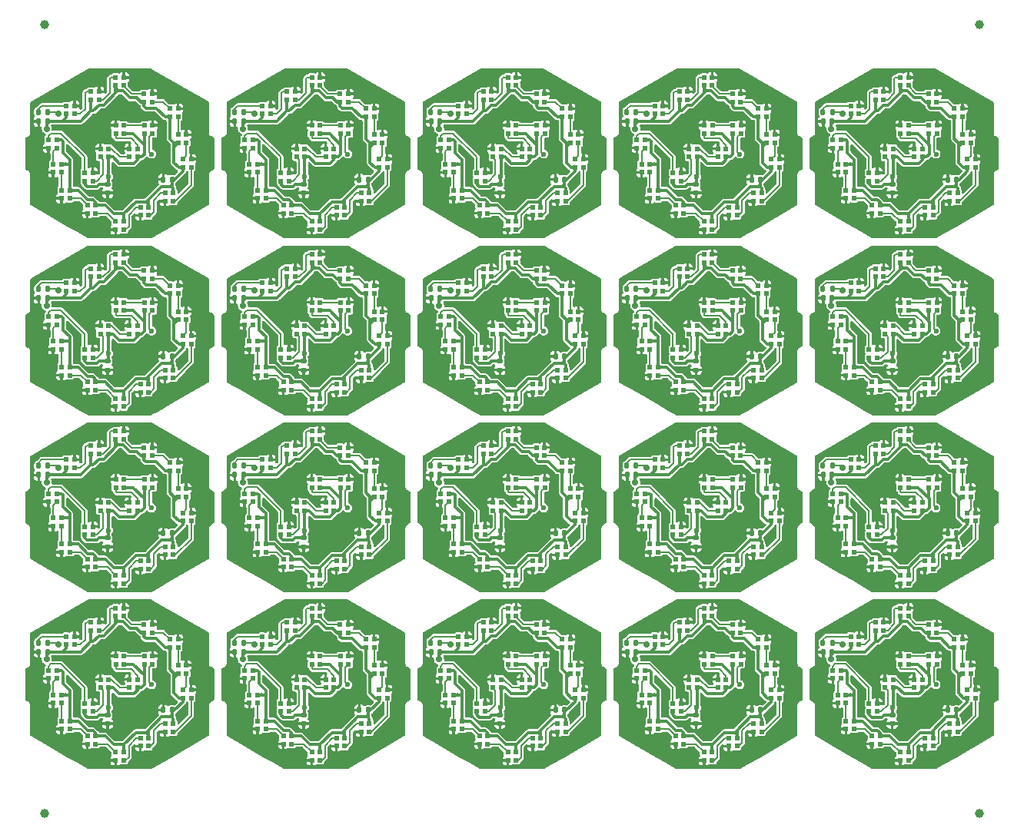
<source format=gbr>
%TF.GenerationSoftware,KiCad,Pcbnew,8.0.4*%
%TF.CreationDate,2024-10-23T13:10:21+11:00*%
%TF.ProjectId,panel,70616e65-6c2e-46b6-9963-61645f706362,rev?*%
%TF.SameCoordinates,Original*%
%TF.FileFunction,Copper,L1,Top*%
%TF.FilePolarity,Positive*%
%FSLAX46Y46*%
G04 Gerber Fmt 4.6, Leading zero omitted, Abs format (unit mm)*
G04 Created by KiCad (PCBNEW 8.0.4) date 2024-10-23 13:10:21*
%MOMM*%
%LPD*%
G01*
G04 APERTURE LIST*
G04 Aperture macros list*
%AMRoundRect*
0 Rectangle with rounded corners*
0 $1 Rounding radius*
0 $2 $3 $4 $5 $6 $7 $8 $9 X,Y pos of 4 corners*
0 Add a 4 corners polygon primitive as box body*
4,1,4,$2,$3,$4,$5,$6,$7,$8,$9,$2,$3,0*
0 Add four circle primitives for the rounded corners*
1,1,$1+$1,$2,$3*
1,1,$1+$1,$4,$5*
1,1,$1+$1,$6,$7*
1,1,$1+$1,$8,$9*
0 Add four rect primitives between the rounded corners*
20,1,$1+$1,$2,$3,$4,$5,0*
20,1,$1+$1,$4,$5,$6,$7,0*
20,1,$1+$1,$6,$7,$8,$9,0*
20,1,$1+$1,$8,$9,$2,$3,0*%
G04 Aperture macros list end*
%TA.AperFunction,SMDPad,CuDef*%
%ADD10R,0.500000X0.500000*%
%TD*%
%TA.AperFunction,SMDPad,CuDef*%
%ADD11RoundRect,0.140000X-0.140000X-0.170000X0.140000X-0.170000X0.140000X0.170000X-0.140000X0.170000X0*%
%TD*%
%TA.AperFunction,SMDPad,CuDef*%
%ADD12RoundRect,0.135000X0.135000X0.185000X-0.135000X0.185000X-0.135000X-0.185000X0.135000X-0.185000X0*%
%TD*%
%TA.AperFunction,SMDPad,CuDef*%
%ADD13C,1.000000*%
%TD*%
%TA.AperFunction,SMDPad,CuDef*%
%ADD14RoundRect,0.140000X0.170000X-0.140000X0.170000X0.140000X-0.170000X0.140000X-0.170000X-0.140000X0*%
%TD*%
%TA.AperFunction,ViaPad*%
%ADD15C,0.700000*%
%TD*%
%TA.AperFunction,ViaPad*%
%ADD16C,0.600000*%
%TD*%
%TA.AperFunction,Conductor*%
%ADD17C,0.300000*%
%TD*%
%TA.AperFunction,Conductor*%
%ADD18C,0.200000*%
%TD*%
G04 APERTURE END LIST*
D10*
%TO.P,D11,1,DIN*%
%TO.N,Board_7-Net-(D10-DOUT)*%
X58325000Y-42834347D03*
%TO.P,D11,2,VDD*%
%TO.N,Board_7-+5V*%
X58325000Y-41934347D03*
%TO.P,D11,3,DOUT*%
%TO.N,Board_7-Net-(D11-DOUT)*%
X57425000Y-41934347D03*
%TO.P,D11,4,GND*%
%TO.N,Board_7-GND*%
X57425000Y-42834347D03*
%TD*%
%TO.P,D7,1,DIN*%
%TO.N,Board_11-Net-(D6-DOUT)*%
X46356250Y-56369578D03*
%TO.P,D7,2,VDD*%
%TO.N,Board_11-+5V*%
X46356250Y-57269578D03*
%TO.P,D7,3,DOUT*%
%TO.N,Board_11-Net-(D7-DOUT)*%
X47256250Y-57269578D03*
%TO.P,D7,4,GND*%
%TO.N,Board_11-GND*%
X47256250Y-56369578D03*
%TD*%
%TO.P,D5,1,DIN*%
%TO.N,Board_2-Net-(D4-DOUT)*%
X66518750Y-11807493D03*
%TO.P,D5,2,VDD*%
%TO.N,Board_2-+5V*%
X66518750Y-12707493D03*
%TO.P,D5,3,DOUT*%
%TO.N,Board_2-Net-(D5-DOUT)*%
X67418750Y-12707493D03*
%TO.P,D5,4,GND*%
%TO.N,Board_2-GND*%
X67418750Y-11807493D03*
%TD*%
%TO.P,D2,1,DIN*%
%TO.N,Board_12-Net-(D1-DOUT)*%
X57831250Y-48931105D03*
%TO.P,D2,2,VDD*%
%TO.N,Board_12-+5V*%
X57831250Y-49831105D03*
%TO.P,D2,3,DOUT*%
%TO.N,Board_12-Net-(D2-DOUT)*%
X58731250Y-49831105D03*
%TO.P,D2,4,GND*%
%TO.N,Board_12-GND*%
X58731250Y-48931105D03*
%TD*%
D11*
%TO.P,C1,1*%
%TO.N,Board_0-GND*%
X8880000Y-13194000D03*
%TO.P,C1,2*%
%TO.N,Board_0-+5V*%
X9840000Y-13194000D03*
%TD*%
D10*
%TO.P,D15,1,DIN*%
%TO.N,Board_14-Net-(D14-DOUT)*%
X100327837Y-57872522D03*
%TO.P,D15,2,VDD*%
%TO.N,Board_14-+5V*%
X100327837Y-58772522D03*
%TO.P,D15,3,DOUT*%
%TO.N,Board_14-Net-(D15-DOUT)*%
X101227837Y-58772522D03*
%TO.P,D15,4,GND*%
%TO.N,Board_14-GND*%
X101227837Y-57872522D03*
%TD*%
%TO.P,D8,1,DIN*%
%TO.N,Board_18-Net-(D7-DOUT)*%
X88487500Y-80499224D03*
%TO.P,D8,2,VDD*%
%TO.N,Board_18-+5V*%
X88487500Y-79599224D03*
%TO.P,D8,3,DOUT*%
%TO.N,Board_18-Net-(D8-DOUT)*%
X87587500Y-79599224D03*
%TO.P,D8,4,GND*%
%TO.N,Board_18-GND*%
X87587500Y-80499224D03*
%TD*%
%TO.P,D13,1,DIN*%
%TO.N,Board_4-Net-(D12-DOUT)*%
X97775000Y-18830274D03*
%TO.P,D13,2,VDD*%
%TO.N,Board_4-+5V*%
X97775000Y-17930274D03*
%TO.P,D13,3,DOUT*%
%TO.N,Board_4-Net-(D13-DOUT)*%
X96875000Y-17930274D03*
%TO.P,D13,4,GND*%
%TO.N,Board_4-GND*%
X96875000Y-18830274D03*
%TD*%
%TO.P,D16,1,DIN*%
%TO.N,Board_11-Net-(D15-DOUT)*%
X37275357Y-56118005D03*
%TO.P,D16,2,VDD*%
%TO.N,Board_11-+5V*%
X38175357Y-56118005D03*
%TO.P,D16,3,DOUT*%
%TO.N,Board_11-Net-(D16-DOUT)*%
X38175357Y-55218005D03*
%TO.P,D16,4,GND*%
%TO.N,Board_11-GND*%
X37275357Y-55218005D03*
%TD*%
%TO.P,D9,1,DIN*%
%TO.N,Board_11-Net-(D8-DOUT)*%
X42568750Y-62568895D03*
%TO.P,D9,2,VDD*%
%TO.N,Board_11-+5V*%
X42568750Y-61668895D03*
%TO.P,D9,3,DOUT*%
%TO.N,Board_11-Net-(D10-DIN)*%
X41668750Y-61668895D03*
%TO.P,D9,4,GND*%
%TO.N,Board_11-GND*%
X41668750Y-62568895D03*
%TD*%
%TO.P,D14,1,DIN*%
%TO.N,Board_18-Net-(D13-DOUT)*%
X75643750Y-74630422D03*
%TO.P,D14,2,VDD*%
%TO.N,Board_18-+5V*%
X75643750Y-73730422D03*
%TO.P,D14,3,DOUT*%
%TO.N,Board_18-Net-(D14-DOUT)*%
X74743750Y-73730422D03*
%TO.P,D14,4,GND*%
%TO.N,Board_18-GND*%
X74743750Y-74630422D03*
%TD*%
%TO.P,D3,1,DIN*%
%TO.N,Board_2-Net-(D2-DOUT)*%
X60550000Y-8361434D03*
%TO.P,D3,2,VDD*%
%TO.N,Board_2-+5V*%
X60550000Y-9261434D03*
%TO.P,D3,3,DOUT*%
%TO.N,Board_2-Net-(D3-DOUT)*%
X61450000Y-9261434D03*
%TO.P,D3,4,GND*%
%TO.N,Board_2-GND*%
X61450000Y-8361434D03*
%TD*%
%TO.P,D11,1,DIN*%
%TO.N,Board_11-Net-(D10-DOUT)*%
X36725000Y-62334347D03*
%TO.P,D11,2,VDD*%
%TO.N,Board_11-+5V*%
X36725000Y-61434347D03*
%TO.P,D11,3,DOUT*%
%TO.N,Board_11-Net-(D11-DOUT)*%
X35825000Y-61434347D03*
%TO.P,D11,4,GND*%
%TO.N,Board_11-GND*%
X35825000Y-62334347D03*
%TD*%
%TO.P,D3,1,DIN*%
%TO.N,Board_3-Net-(D2-DOUT)*%
X82150000Y-8361434D03*
%TO.P,D3,2,VDD*%
%TO.N,Board_3-+5V*%
X82150000Y-9261434D03*
%TO.P,D3,3,DOUT*%
%TO.N,Board_3-Net-(D3-DOUT)*%
X83050000Y-9261434D03*
%TO.P,D3,4,GND*%
%TO.N,Board_3-GND*%
X83050000Y-8361434D03*
%TD*%
%TO.P,D4,1,DIN*%
%TO.N,Board_2-Net-(D3-DOUT)*%
X63675000Y-10165653D03*
%TO.P,D4,2,VDD*%
%TO.N,Board_2-+5V*%
X63675000Y-11065653D03*
%TO.P,D4,3,DOUT*%
%TO.N,Board_2-Net-(D4-DOUT)*%
X64575000Y-11065653D03*
%TO.P,D4,4,GND*%
%TO.N,Board_2-GND*%
X64575000Y-10165653D03*
%TD*%
D11*
%TO.P,C1,1*%
%TO.N,Board_16-GND*%
X30480000Y-71694000D03*
%TO.P,C1,2*%
%TO.N,Board_16-+5V*%
X31440000Y-71694000D03*
%TD*%
D10*
%TO.P,D5,1,DIN*%
%TO.N,Board_17-Net-(D4-DOUT)*%
X66518750Y-70307493D03*
%TO.P,D5,2,VDD*%
%TO.N,Board_17-+5V*%
X66518750Y-71207493D03*
%TO.P,D5,3,DOUT*%
%TO.N,Board_17-Net-(D5-DOUT)*%
X67418750Y-71207493D03*
%TO.P,D5,4,GND*%
%TO.N,Board_17-GND*%
X67418750Y-70307493D03*
%TD*%
%TO.P,D8,1,DIN*%
%TO.N,Board_12-Net-(D7-DOUT)*%
X66887500Y-60999224D03*
%TO.P,D8,2,VDD*%
%TO.N,Board_12-+5V*%
X66887500Y-60099224D03*
%TO.P,D8,3,DOUT*%
%TO.N,Board_12-Net-(D8-DOUT)*%
X65987500Y-60099224D03*
%TO.P,D8,4,GND*%
%TO.N,Board_12-GND*%
X65987500Y-60999224D03*
%TD*%
%TO.P,D18,1,DIN*%
%TO.N,Board_16-Net-(D17-DOUT)*%
X38965165Y-73051132D03*
%TO.P,D18,2,VDD*%
%TO.N,Board_16-+5V*%
X39865165Y-73051132D03*
%TO.P,D18,3,DOUT*%
%TO.N,Board_16-Net-(D18-DOUT)*%
X39865165Y-72151132D03*
%TO.P,D18,4,GND*%
%TO.N,Board_16-GND*%
X38965165Y-72151132D03*
%TD*%
%TO.P,D4,1,DIN*%
%TO.N,Board_11-Net-(D3-DOUT)*%
X42075000Y-49165653D03*
%TO.P,D4,2,VDD*%
%TO.N,Board_11-+5V*%
X42075000Y-50065653D03*
%TO.P,D4,3,DOUT*%
%TO.N,Board_11-Net-(D4-DOUT)*%
X42975000Y-50065653D03*
%TO.P,D4,4,GND*%
%TO.N,Board_11-GND*%
X42975000Y-49165653D03*
%TD*%
%TO.P,D8,1,DIN*%
%TO.N,Board_7-Net-(D7-DOUT)*%
X66887500Y-41499224D03*
%TO.P,D8,2,VDD*%
%TO.N,Board_7-+5V*%
X66887500Y-40599224D03*
%TO.P,D8,3,DOUT*%
%TO.N,Board_7-Net-(D8-DOUT)*%
X65987500Y-40599224D03*
%TO.P,D8,4,GND*%
%TO.N,Board_7-GND*%
X65987500Y-41499224D03*
%TD*%
%TO.P,D12,1,DIN*%
%TO.N,Board_9-Net-(D11-DOUT)*%
X98681250Y-41192507D03*
%TO.P,D12,2,VDD*%
%TO.N,Board_9-+5V*%
X98681250Y-40292507D03*
%TO.P,D12,3,DOUT*%
%TO.N,Board_9-Net-(D12-DOUT)*%
X97781250Y-40292507D03*
%TO.P,D12,4,GND*%
%TO.N,Board_9-GND*%
X97781250Y-41192507D03*
%TD*%
%TO.P,D19,1,DIN*%
%TO.N,Board_19-Net-(D18-DOUT)*%
X106911190Y-72151132D03*
%TO.P,D19,2,VDD*%
%TO.N,Board_19-+5V*%
X106911190Y-73051132D03*
%TO.P,D19,3,DOUT*%
%TO.N,Board_19-DOUT*%
X107811190Y-73051132D03*
%TO.P,D19,4,GND*%
%TO.N,Board_19-GND*%
X107811190Y-72151132D03*
%TD*%
%TO.P,D10,1,DIN*%
%TO.N,Board_19-Net-(D10-DIN)*%
X104650000Y-83638566D03*
%TO.P,D10,2,VDD*%
%TO.N,Board_19-+5V*%
X104650000Y-82738566D03*
%TO.P,D10,3,DOUT*%
%TO.N,Board_19-Net-(D10-DOUT)*%
X103750000Y-82738566D03*
%TO.P,D10,4,GND*%
%TO.N,Board_19-GND*%
X103750000Y-83638566D03*
%TD*%
D11*
%TO.P,C2,1*%
%TO.N,Board_13-GND*%
X87396000Y-58602000D03*
%TO.P,C2,2*%
%TO.N,Board_13-+5V*%
X88356000Y-58602000D03*
%TD*%
D10*
%TO.P,D10,1,DIN*%
%TO.N,Board_3-Net-(D10-DIN)*%
X83050000Y-25138566D03*
%TO.P,D10,2,VDD*%
%TO.N,Board_3-+5V*%
X83050000Y-24238566D03*
%TO.P,D10,3,DOUT*%
%TO.N,Board_3-Net-(D10-DOUT)*%
X82150000Y-24238566D03*
%TO.P,D10,4,GND*%
%TO.N,Board_3-GND*%
X82150000Y-25138566D03*
%TD*%
%TO.P,D16,1,DIN*%
%TO.N,Board_1-Net-(D15-DOUT)*%
X37275357Y-17118005D03*
%TO.P,D16,2,VDD*%
%TO.N,Board_1-+5V*%
X38175357Y-17118005D03*
%TO.P,D16,3,DOUT*%
%TO.N,Board_1-Net-(D16-DOUT)*%
X38175357Y-16218005D03*
%TO.P,D16,4,GND*%
%TO.N,Board_1-GND*%
X37275357Y-16218005D03*
%TD*%
%TO.P,D7,1,DIN*%
%TO.N,Board_6-Net-(D6-DOUT)*%
X46356250Y-36869578D03*
%TO.P,D7,2,VDD*%
%TO.N,Board_6-+5V*%
X46356250Y-37769578D03*
%TO.P,D7,3,DOUT*%
%TO.N,Board_6-Net-(D7-DOUT)*%
X47256250Y-37769578D03*
%TO.P,D7,4,GND*%
%TO.N,Board_6-GND*%
X47256250Y-36869578D03*
%TD*%
D12*
%TO.P,R1,1*%
%TO.N,Board_3-Net-(D1-DIN)*%
X74670000Y-12178000D03*
%TO.P,R1,2*%
%TO.N,Board_3-DIN*%
X73650000Y-12178000D03*
%TD*%
D10*
%TO.P,D6,1,DIN*%
%TO.N,Board_13-Net-(D5-DOUT)*%
X89025000Y-53669726D03*
%TO.P,D6,2,VDD*%
%TO.N,Board_13-+5V*%
X89025000Y-54569726D03*
%TO.P,D6,3,DOUT*%
%TO.N,Board_13-Net-(D6-DOUT)*%
X89925000Y-54569726D03*
%TO.P,D6,4,GND*%
%TO.N,Board_13-GND*%
X89925000Y-53669726D03*
%TD*%
%TO.P,D2,1,DIN*%
%TO.N,Board_14-Net-(D1-DOUT)*%
X101031250Y-48931105D03*
%TO.P,D2,2,VDD*%
%TO.N,Board_14-+5V*%
X101031250Y-49831105D03*
%TO.P,D2,3,DOUT*%
%TO.N,Board_14-Net-(D2-DOUT)*%
X101931250Y-49831105D03*
%TO.P,D2,4,GND*%
%TO.N,Board_14-GND*%
X101931250Y-48931105D03*
%TD*%
%TO.P,D7,1,DIN*%
%TO.N,Board_5-Net-(D6-DOUT)*%
X24756250Y-36869578D03*
%TO.P,D7,2,VDD*%
%TO.N,Board_5-+5V*%
X24756250Y-37769578D03*
%TO.P,D7,3,DOUT*%
%TO.N,Board_5-Net-(D7-DOUT)*%
X25656250Y-37769578D03*
%TO.P,D7,4,GND*%
%TO.N,Board_5-GND*%
X25656250Y-36869578D03*
%TD*%
%TO.P,D14,1,DIN*%
%TO.N,Board_19-Net-(D13-DOUT)*%
X97243750Y-74630422D03*
%TO.P,D14,2,VDD*%
%TO.N,Board_19-+5V*%
X97243750Y-73730422D03*
%TO.P,D14,3,DOUT*%
%TO.N,Board_19-Net-(D14-DOUT)*%
X96343750Y-73730422D03*
%TO.P,D14,4,GND*%
%TO.N,Board_19-GND*%
X96343750Y-74630422D03*
%TD*%
%TO.P,D12,1,DIN*%
%TO.N,Board_8-Net-(D11-DOUT)*%
X77081250Y-41192507D03*
%TO.P,D12,2,VDD*%
%TO.N,Board_8-+5V*%
X77081250Y-40292507D03*
%TO.P,D12,3,DOUT*%
%TO.N,Board_8-Net-(D12-DOUT)*%
X76181250Y-40292507D03*
%TO.P,D12,4,GND*%
%TO.N,Board_8-GND*%
X76181250Y-41192507D03*
%TD*%
%TO.P,D15,1,DIN*%
%TO.N,Board_17-Net-(D14-DOUT)*%
X57127837Y-77372522D03*
%TO.P,D15,2,VDD*%
%TO.N,Board_17-+5V*%
X57127837Y-78272522D03*
%TO.P,D15,3,DOUT*%
%TO.N,Board_17-Net-(D15-DOUT)*%
X58027837Y-78272522D03*
%TO.P,D15,4,GND*%
%TO.N,Board_17-GND*%
X58027837Y-77372522D03*
%TD*%
%TO.P,D17,1,DIN*%
%TO.N,Board_7-Net-(D16-DOUT)*%
X62076664Y-36618005D03*
%TO.P,D17,2,VDD*%
%TO.N,Board_7-+5V*%
X62976664Y-36618005D03*
%TO.P,D17,3,DOUT*%
%TO.N,Board_7-Net-(D17-DOUT)*%
X62976664Y-35718005D03*
%TO.P,D17,4,GND*%
%TO.N,Board_7-GND*%
X62076664Y-35718005D03*
%TD*%
%TO.P,D14,1,DIN*%
%TO.N,Board_0-Net-(D13-DOUT)*%
X10843750Y-16130422D03*
%TO.P,D14,2,VDD*%
%TO.N,Board_0-+5V*%
X10843750Y-15230422D03*
%TO.P,D14,3,DOUT*%
%TO.N,Board_0-Net-(D14-DOUT)*%
X9943750Y-15230422D03*
%TO.P,D14,4,GND*%
%TO.N,Board_0-GND*%
X9943750Y-16130422D03*
%TD*%
%TO.P,D1,1,DIN*%
%TO.N,Board_4-Net-(D1-DIN)*%
X98312500Y-11500776D03*
%TO.P,D1,2,VDD*%
%TO.N,Board_4-+5V*%
X98312500Y-12400776D03*
%TO.P,D1,3,DOUT*%
%TO.N,Board_4-Net-(D1-DOUT)*%
X99212500Y-12400776D03*
%TO.P,D1,4,GND*%
%TO.N,Board_4-GND*%
X99212500Y-11500776D03*
%TD*%
D13*
%TO.P,KiKit_FID_T_4,*%
%TO.N,*%
X112500000Y-89500000D03*
%TD*%
D10*
%TO.P,D4,1,DIN*%
%TO.N,Board_6-Net-(D3-DOUT)*%
X42075000Y-29665653D03*
%TO.P,D4,2,VDD*%
%TO.N,Board_6-+5V*%
X42075000Y-30565653D03*
%TO.P,D4,3,DOUT*%
%TO.N,Board_6-Net-(D4-DOUT)*%
X42975000Y-30565653D03*
%TO.P,D4,4,GND*%
%TO.N,Board_6-GND*%
X42975000Y-29665653D03*
%TD*%
D11*
%TO.P,C2,1*%
%TO.N,Board_8-GND*%
X87396000Y-39102000D03*
%TO.P,C2,2*%
%TO.N,Board_8-+5V*%
X88356000Y-39102000D03*
%TD*%
D12*
%TO.P,R1,1*%
%TO.N,Board_9-Net-(D1-DIN)*%
X96270000Y-31678000D03*
%TO.P,R1,2*%
%TO.N,Board_9-DIN*%
X95250000Y-31678000D03*
%TD*%
D10*
%TO.P,D11,1,DIN*%
%TO.N,Board_8-Net-(D10-DOUT)*%
X79925000Y-42834347D03*
%TO.P,D11,2,VDD*%
%TO.N,Board_8-+5V*%
X79925000Y-41934347D03*
%TO.P,D11,3,DOUT*%
%TO.N,Board_8-Net-(D11-DOUT)*%
X79025000Y-41934347D03*
%TO.P,D11,4,GND*%
%TO.N,Board_8-GND*%
X79025000Y-42834347D03*
%TD*%
D13*
%TO.P,KiKit_FID_T_1,*%
%TO.N,*%
X9500000Y-2500000D03*
%TD*%
D10*
%TO.P,D4,1,DIN*%
%TO.N,Board_7-Net-(D3-DOUT)*%
X63675000Y-29665653D03*
%TO.P,D4,2,VDD*%
%TO.N,Board_7-+5V*%
X63675000Y-30565653D03*
%TO.P,D4,3,DOUT*%
%TO.N,Board_7-Net-(D4-DOUT)*%
X64575000Y-30565653D03*
%TO.P,D4,4,GND*%
%TO.N,Board_7-GND*%
X64575000Y-29665653D03*
%TD*%
%TO.P,D5,1,DIN*%
%TO.N,Board_0-Net-(D4-DOUT)*%
X23318750Y-11807493D03*
%TO.P,D5,2,VDD*%
%TO.N,Board_0-+5V*%
X23318750Y-12707493D03*
%TO.P,D5,3,DOUT*%
%TO.N,Board_0-Net-(D5-DOUT)*%
X24218750Y-12707493D03*
%TO.P,D5,4,GND*%
%TO.N,Board_0-GND*%
X24218750Y-11807493D03*
%TD*%
%TO.P,D9,1,DIN*%
%TO.N,Board_18-Net-(D8-DOUT)*%
X85768750Y-82068895D03*
%TO.P,D9,2,VDD*%
%TO.N,Board_18-+5V*%
X85768750Y-81168895D03*
%TO.P,D9,3,DOUT*%
%TO.N,Board_18-Net-(D10-DIN)*%
X84868750Y-81168895D03*
%TO.P,D9,4,GND*%
%TO.N,Board_18-GND*%
X84868750Y-82068895D03*
%TD*%
%TO.P,D3,1,DIN*%
%TO.N,Board_4-Net-(D2-DOUT)*%
X103750000Y-8361434D03*
%TO.P,D3,2,VDD*%
%TO.N,Board_4-+5V*%
X103750000Y-9261434D03*
%TO.P,D3,3,DOUT*%
%TO.N,Board_4-Net-(D3-DOUT)*%
X104650000Y-9261434D03*
%TO.P,D3,4,GND*%
%TO.N,Board_4-GND*%
X104650000Y-8361434D03*
%TD*%
%TO.P,D11,1,DIN*%
%TO.N,Board_15-Net-(D10-DOUT)*%
X15125000Y-81834347D03*
%TO.P,D11,2,VDD*%
%TO.N,Board_15-+5V*%
X15125000Y-80934347D03*
%TO.P,D11,3,DOUT*%
%TO.N,Board_15-Net-(D11-DOUT)*%
X14225000Y-80934347D03*
%TO.P,D11,4,GND*%
%TO.N,Board_15-GND*%
X14225000Y-81834347D03*
%TD*%
%TO.P,D8,1,DIN*%
%TO.N,Board_2-Net-(D7-DOUT)*%
X66887500Y-21999224D03*
%TO.P,D8,2,VDD*%
%TO.N,Board_2-+5V*%
X66887500Y-21099224D03*
%TO.P,D8,3,DOUT*%
%TO.N,Board_2-Net-(D8-DOUT)*%
X65987500Y-21099224D03*
%TO.P,D8,4,GND*%
%TO.N,Board_2-GND*%
X65987500Y-21999224D03*
%TD*%
D11*
%TO.P,C2,1*%
%TO.N,Board_3-GND*%
X87396000Y-19602000D03*
%TO.P,C2,2*%
%TO.N,Board_3-+5V*%
X88356000Y-19602000D03*
%TD*%
D14*
%TO.P,C3,1*%
%TO.N,Board_8-GND*%
X81272000Y-40598000D03*
%TO.P,C3,2*%
%TO.N,Board_8-+5V*%
X81272000Y-39638000D03*
%TD*%
D10*
%TO.P,D17,1,DIN*%
%TO.N,Board_19-Net-(D16-DOUT)*%
X105276664Y-75618005D03*
%TO.P,D17,2,VDD*%
%TO.N,Board_19-+5V*%
X106176664Y-75618005D03*
%TO.P,D17,3,DOUT*%
%TO.N,Board_19-Net-(D17-DOUT)*%
X106176664Y-74718005D03*
%TO.P,D17,4,GND*%
%TO.N,Board_19-GND*%
X105276664Y-74718005D03*
%TD*%
D11*
%TO.P,C1,1*%
%TO.N,Board_9-GND*%
X95280000Y-32694000D03*
%TO.P,C1,2*%
%TO.N,Board_9-+5V*%
X96240000Y-32694000D03*
%TD*%
D10*
%TO.P,D18,1,DIN*%
%TO.N,Board_4-Net-(D17-DOUT)*%
X103765165Y-14551132D03*
%TO.P,D18,2,VDD*%
%TO.N,Board_4-+5V*%
X104665165Y-14551132D03*
%TO.P,D18,3,DOUT*%
%TO.N,Board_4-Net-(D18-DOUT)*%
X104665165Y-13651132D03*
%TO.P,D18,4,GND*%
%TO.N,Board_4-GND*%
X103765165Y-13651132D03*
%TD*%
D11*
%TO.P,C2,1*%
%TO.N,Board_14-GND*%
X108996000Y-58602000D03*
%TO.P,C2,2*%
%TO.N,Board_14-+5V*%
X109956000Y-58602000D03*
%TD*%
D10*
%TO.P,D15,1,DIN*%
%TO.N,Board_12-Net-(D14-DOUT)*%
X57127837Y-57872522D03*
%TO.P,D15,2,VDD*%
%TO.N,Board_12-+5V*%
X57127837Y-58772522D03*
%TO.P,D15,3,DOUT*%
%TO.N,Board_12-Net-(D15-DOUT)*%
X58027837Y-58772522D03*
%TO.P,D15,4,GND*%
%TO.N,Board_12-GND*%
X58027837Y-57872522D03*
%TD*%
D11*
%TO.P,C2,1*%
%TO.N,Board_17-GND*%
X65796000Y-78102000D03*
%TO.P,C2,2*%
%TO.N,Board_17-+5V*%
X66756000Y-78102000D03*
%TD*%
D10*
%TO.P,D9,1,DIN*%
%TO.N,Board_17-Net-(D8-DOUT)*%
X64168750Y-82068895D03*
%TO.P,D9,2,VDD*%
%TO.N,Board_17-+5V*%
X64168750Y-81168895D03*
%TO.P,D9,3,DOUT*%
%TO.N,Board_17-Net-(D10-DIN)*%
X63268750Y-81168895D03*
%TO.P,D9,4,GND*%
%TO.N,Board_17-GND*%
X63268750Y-82068895D03*
%TD*%
%TO.P,D3,1,DIN*%
%TO.N,Board_6-Net-(D2-DOUT)*%
X38950000Y-27861434D03*
%TO.P,D3,2,VDD*%
%TO.N,Board_6-+5V*%
X38950000Y-28761434D03*
%TO.P,D3,3,DOUT*%
%TO.N,Board_6-Net-(D3-DOUT)*%
X39850000Y-28761434D03*
%TO.P,D3,4,GND*%
%TO.N,Board_6-GND*%
X39850000Y-27861434D03*
%TD*%
%TO.P,D9,1,DIN*%
%TO.N,Board_6-Net-(D8-DOUT)*%
X42568750Y-43068895D03*
%TO.P,D9,2,VDD*%
%TO.N,Board_6-+5V*%
X42568750Y-42168895D03*
%TO.P,D9,3,DOUT*%
%TO.N,Board_6-Net-(D10-DIN)*%
X41668750Y-42168895D03*
%TO.P,D9,4,GND*%
%TO.N,Board_6-GND*%
X41668750Y-43068895D03*
%TD*%
D14*
%TO.P,C3,1*%
%TO.N,Board_3-GND*%
X81272000Y-21098000D03*
%TO.P,C3,2*%
%TO.N,Board_3-+5V*%
X81272000Y-20138000D03*
%TD*%
D10*
%TO.P,D4,1,DIN*%
%TO.N,Board_0-Net-(D3-DOUT)*%
X20475000Y-10165653D03*
%TO.P,D4,2,VDD*%
%TO.N,Board_0-+5V*%
X20475000Y-11065653D03*
%TO.P,D4,3,DOUT*%
%TO.N,Board_0-Net-(D4-DOUT)*%
X21375000Y-11065653D03*
%TO.P,D4,4,GND*%
%TO.N,Board_0-GND*%
X21375000Y-10165653D03*
%TD*%
D11*
%TO.P,C1,1*%
%TO.N,Board_8-GND*%
X73680000Y-32694000D03*
%TO.P,C1,2*%
%TO.N,Board_8-+5V*%
X74640000Y-32694000D03*
%TD*%
D10*
%TO.P,D12,1,DIN*%
%TO.N,Board_14-Net-(D11-DOUT)*%
X98681250Y-60692507D03*
%TO.P,D12,2,VDD*%
%TO.N,Board_14-+5V*%
X98681250Y-59792507D03*
%TO.P,D12,3,DOUT*%
%TO.N,Board_14-Net-(D12-DOUT)*%
X97781250Y-59792507D03*
%TO.P,D12,4,GND*%
%TO.N,Board_14-GND*%
X97781250Y-60692507D03*
%TD*%
%TO.P,D19,1,DIN*%
%TO.N,Board_7-Net-(D18-DOUT)*%
X63711190Y-33151132D03*
%TO.P,D19,2,VDD*%
%TO.N,Board_7-+5V*%
X63711190Y-34051132D03*
%TO.P,D19,3,DOUT*%
%TO.N,Board_7-DOUT*%
X64611190Y-34051132D03*
%TO.P,D19,4,GND*%
%TO.N,Board_7-GND*%
X64611190Y-33151132D03*
%TD*%
%TO.P,D10,1,DIN*%
%TO.N,Board_7-Net-(D10-DIN)*%
X61450000Y-44638566D03*
%TO.P,D10,2,VDD*%
%TO.N,Board_7-+5V*%
X61450000Y-43738566D03*
%TO.P,D10,3,DOUT*%
%TO.N,Board_7-Net-(D10-DOUT)*%
X60550000Y-43738566D03*
%TO.P,D10,4,GND*%
%TO.N,Board_7-GND*%
X60550000Y-44638566D03*
%TD*%
%TO.P,D17,1,DIN*%
%TO.N,Board_14-Net-(D16-DOUT)*%
X105276664Y-56118005D03*
%TO.P,D17,2,VDD*%
%TO.N,Board_14-+5V*%
X106176664Y-56118005D03*
%TO.P,D17,3,DOUT*%
%TO.N,Board_14-Net-(D17-DOUT)*%
X106176664Y-55218005D03*
%TO.P,D17,4,GND*%
%TO.N,Board_14-GND*%
X105276664Y-55218005D03*
%TD*%
%TO.P,D2,1,DIN*%
%TO.N,Board_10-Net-(D1-DOUT)*%
X14631250Y-48931105D03*
%TO.P,D2,2,VDD*%
%TO.N,Board_10-+5V*%
X14631250Y-49831105D03*
%TO.P,D2,3,DOUT*%
%TO.N,Board_10-Net-(D2-DOUT)*%
X15531250Y-49831105D03*
%TO.P,D2,4,GND*%
%TO.N,Board_10-GND*%
X15531250Y-48931105D03*
%TD*%
%TO.P,D5,1,DIN*%
%TO.N,Board_3-Net-(D4-DOUT)*%
X88118750Y-11807493D03*
%TO.P,D5,2,VDD*%
%TO.N,Board_3-+5V*%
X88118750Y-12707493D03*
%TO.P,D5,3,DOUT*%
%TO.N,Board_3-Net-(D5-DOUT)*%
X89018750Y-12707493D03*
%TO.P,D5,4,GND*%
%TO.N,Board_3-GND*%
X89018750Y-11807493D03*
%TD*%
%TO.P,D5,1,DIN*%
%TO.N,Board_7-Net-(D4-DOUT)*%
X66518750Y-31307493D03*
%TO.P,D5,2,VDD*%
%TO.N,Board_7-+5V*%
X66518750Y-32207493D03*
%TO.P,D5,3,DOUT*%
%TO.N,Board_7-Net-(D5-DOUT)*%
X67418750Y-32207493D03*
%TO.P,D5,4,GND*%
%TO.N,Board_7-GND*%
X67418750Y-31307493D03*
%TD*%
%TO.P,D14,1,DIN*%
%TO.N,Board_11-Net-(D13-DOUT)*%
X32443750Y-55130422D03*
%TO.P,D14,2,VDD*%
%TO.N,Board_11-+5V*%
X32443750Y-54230422D03*
%TO.P,D14,3,DOUT*%
%TO.N,Board_11-Net-(D14-DOUT)*%
X31543750Y-54230422D03*
%TO.P,D14,4,GND*%
%TO.N,Board_11-GND*%
X31543750Y-55130422D03*
%TD*%
%TO.P,D18,1,DIN*%
%TO.N,Board_0-Net-(D17-DOUT)*%
X17365165Y-14551132D03*
%TO.P,D18,2,VDD*%
%TO.N,Board_0-+5V*%
X18265165Y-14551132D03*
%TO.P,D18,3,DOUT*%
%TO.N,Board_0-Net-(D18-DOUT)*%
X18265165Y-13651132D03*
%TO.P,D18,4,GND*%
%TO.N,Board_0-GND*%
X17365165Y-13651132D03*
%TD*%
%TO.P,D19,1,DIN*%
%TO.N,Board_1-Net-(D18-DOUT)*%
X42111190Y-13651132D03*
%TO.P,D19,2,VDD*%
%TO.N,Board_1-+5V*%
X42111190Y-14551132D03*
%TO.P,D19,3,DOUT*%
%TO.N,Board_1-DOUT*%
X43011190Y-14551132D03*
%TO.P,D19,4,GND*%
%TO.N,Board_1-GND*%
X43011190Y-13651132D03*
%TD*%
%TO.P,D8,1,DIN*%
%TO.N,Board_13-Net-(D7-DOUT)*%
X88487500Y-60999224D03*
%TO.P,D8,2,VDD*%
%TO.N,Board_13-+5V*%
X88487500Y-60099224D03*
%TO.P,D8,3,DOUT*%
%TO.N,Board_13-Net-(D8-DOUT)*%
X87587500Y-60099224D03*
%TO.P,D8,4,GND*%
%TO.N,Board_13-GND*%
X87587500Y-60999224D03*
%TD*%
%TO.P,D14,1,DIN*%
%TO.N,Board_5-Net-(D13-DOUT)*%
X10843750Y-35630422D03*
%TO.P,D14,2,VDD*%
%TO.N,Board_5-+5V*%
X10843750Y-34730422D03*
%TO.P,D14,3,DOUT*%
%TO.N,Board_5-Net-(D14-DOUT)*%
X9943750Y-34730422D03*
%TO.P,D14,4,GND*%
%TO.N,Board_5-GND*%
X9943750Y-35630422D03*
%TD*%
%TO.P,D10,1,DIN*%
%TO.N,Board_0-Net-(D10-DIN)*%
X18250000Y-25138566D03*
%TO.P,D10,2,VDD*%
%TO.N,Board_0-+5V*%
X18250000Y-24238566D03*
%TO.P,D10,3,DOUT*%
%TO.N,Board_0-Net-(D10-DOUT)*%
X17350000Y-24238566D03*
%TO.P,D10,4,GND*%
%TO.N,Board_0-GND*%
X17350000Y-25138566D03*
%TD*%
%TO.P,D12,1,DIN*%
%TO.N,Board_0-Net-(D11-DOUT)*%
X12281250Y-21692507D03*
%TO.P,D12,2,VDD*%
%TO.N,Board_0-+5V*%
X12281250Y-20792507D03*
%TO.P,D12,3,DOUT*%
%TO.N,Board_0-Net-(D12-DOUT)*%
X11381250Y-20792507D03*
%TO.P,D12,4,GND*%
%TO.N,Board_0-GND*%
X11381250Y-21692507D03*
%TD*%
%TO.P,D2,1,DIN*%
%TO.N,Board_8-Net-(D1-DOUT)*%
X79431250Y-29431105D03*
%TO.P,D2,2,VDD*%
%TO.N,Board_8-+5V*%
X79431250Y-30331105D03*
%TO.P,D2,3,DOUT*%
%TO.N,Board_8-Net-(D2-DOUT)*%
X80331250Y-30331105D03*
%TO.P,D2,4,GND*%
%TO.N,Board_8-GND*%
X80331250Y-29431105D03*
%TD*%
D11*
%TO.P,C1,1*%
%TO.N,Board_3-GND*%
X73680000Y-13194000D03*
%TO.P,C1,2*%
%TO.N,Board_3-+5V*%
X74640000Y-13194000D03*
%TD*%
D10*
%TO.P,D15,1,DIN*%
%TO.N,Board_4-Net-(D14-DOUT)*%
X100327837Y-18872522D03*
%TO.P,D15,2,VDD*%
%TO.N,Board_4-+5V*%
X100327837Y-19772522D03*
%TO.P,D15,3,DOUT*%
%TO.N,Board_4-Net-(D15-DOUT)*%
X101227837Y-19772522D03*
%TO.P,D15,4,GND*%
%TO.N,Board_4-GND*%
X101227837Y-18872522D03*
%TD*%
%TO.P,D8,1,DIN*%
%TO.N,Board_0-Net-(D7-DOUT)*%
X23687500Y-21999224D03*
%TO.P,D8,2,VDD*%
%TO.N,Board_0-+5V*%
X23687500Y-21099224D03*
%TO.P,D8,3,DOUT*%
%TO.N,Board_0-Net-(D8-DOUT)*%
X22787500Y-21099224D03*
%TO.P,D8,4,GND*%
%TO.N,Board_0-GND*%
X22787500Y-21999224D03*
%TD*%
D13*
%TO.P,KiKit_FID_T_3,*%
%TO.N,*%
X9500000Y-89500000D03*
%TD*%
D10*
%TO.P,D7,1,DIN*%
%TO.N,Board_17-Net-(D6-DOUT)*%
X67956250Y-75869578D03*
%TO.P,D7,2,VDD*%
%TO.N,Board_17-+5V*%
X67956250Y-76769578D03*
%TO.P,D7,3,DOUT*%
%TO.N,Board_17-Net-(D7-DOUT)*%
X68856250Y-76769578D03*
%TO.P,D7,4,GND*%
%TO.N,Board_17-GND*%
X68856250Y-75869578D03*
%TD*%
D12*
%TO.P,R1,1*%
%TO.N,Board_4-Net-(D1-DIN)*%
X96270000Y-12178000D03*
%TO.P,R1,2*%
%TO.N,Board_4-DIN*%
X95250000Y-12178000D03*
%TD*%
D10*
%TO.P,D10,1,DIN*%
%TO.N,Board_2-Net-(D10-DIN)*%
X61450000Y-25138566D03*
%TO.P,D10,2,VDD*%
%TO.N,Board_2-+5V*%
X61450000Y-24238566D03*
%TO.P,D10,3,DOUT*%
%TO.N,Board_2-Net-(D10-DOUT)*%
X60550000Y-24238566D03*
%TO.P,D10,4,GND*%
%TO.N,Board_2-GND*%
X60550000Y-25138566D03*
%TD*%
D12*
%TO.P,R1,1*%
%TO.N,Board_7-Net-(D1-DIN)*%
X53070000Y-31678000D03*
%TO.P,R1,2*%
%TO.N,Board_7-DIN*%
X52050000Y-31678000D03*
%TD*%
D10*
%TO.P,D1,1,DIN*%
%TO.N,Board_1-Net-(D1-DIN)*%
X33512500Y-11500776D03*
%TO.P,D1,2,VDD*%
%TO.N,Board_1-+5V*%
X33512500Y-12400776D03*
%TO.P,D1,3,DOUT*%
%TO.N,Board_1-Net-(D1-DOUT)*%
X34412500Y-12400776D03*
%TO.P,D1,4,GND*%
%TO.N,Board_1-GND*%
X34412500Y-11500776D03*
%TD*%
%TO.P,D8,1,DIN*%
%TO.N,Board_3-Net-(D7-DOUT)*%
X88487500Y-21999224D03*
%TO.P,D8,2,VDD*%
%TO.N,Board_3-+5V*%
X88487500Y-21099224D03*
%TO.P,D8,3,DOUT*%
%TO.N,Board_3-Net-(D8-DOUT)*%
X87587500Y-21099224D03*
%TO.P,D8,4,GND*%
%TO.N,Board_3-GND*%
X87587500Y-21999224D03*
%TD*%
D11*
%TO.P,C1,1*%
%TO.N,Board_13-GND*%
X73680000Y-52194000D03*
%TO.P,C1,2*%
%TO.N,Board_13-+5V*%
X74640000Y-52194000D03*
%TD*%
%TO.P,C2,1*%
%TO.N,Board_18-GND*%
X87396000Y-78102000D03*
%TO.P,C2,2*%
%TO.N,Board_18-+5V*%
X88356000Y-78102000D03*
%TD*%
D10*
%TO.P,D10,1,DIN*%
%TO.N,Board_15-Net-(D10-DIN)*%
X18250000Y-83638566D03*
%TO.P,D10,2,VDD*%
%TO.N,Board_15-+5V*%
X18250000Y-82738566D03*
%TO.P,D10,3,DOUT*%
%TO.N,Board_15-Net-(D10-DOUT)*%
X17350000Y-82738566D03*
%TO.P,D10,4,GND*%
%TO.N,Board_15-GND*%
X17350000Y-83638566D03*
%TD*%
D14*
%TO.P,C3,1*%
%TO.N,Board_16-GND*%
X38072000Y-79598000D03*
%TO.P,C3,2*%
%TO.N,Board_16-+5V*%
X38072000Y-78638000D03*
%TD*%
D10*
%TO.P,D17,1,DIN*%
%TO.N,Board_1-Net-(D16-DOUT)*%
X40476664Y-17118005D03*
%TO.P,D17,2,VDD*%
%TO.N,Board_1-+5V*%
X41376664Y-17118005D03*
%TO.P,D17,3,DOUT*%
%TO.N,Board_1-Net-(D17-DOUT)*%
X41376664Y-16218005D03*
%TO.P,D17,4,GND*%
%TO.N,Board_1-GND*%
X40476664Y-16218005D03*
%TD*%
D11*
%TO.P,C2,1*%
%TO.N,Board_11-GND*%
X44196000Y-58602000D03*
%TO.P,C2,2*%
%TO.N,Board_11-+5V*%
X45156000Y-58602000D03*
%TD*%
D10*
%TO.P,D8,1,DIN*%
%TO.N,Board_5-Net-(D7-DOUT)*%
X23687500Y-41499224D03*
%TO.P,D8,2,VDD*%
%TO.N,Board_5-+5V*%
X23687500Y-40599224D03*
%TO.P,D8,3,DOUT*%
%TO.N,Board_5-Net-(D8-DOUT)*%
X22787500Y-40599224D03*
%TO.P,D8,4,GND*%
%TO.N,Board_5-GND*%
X22787500Y-41499224D03*
%TD*%
%TO.P,D18,1,DIN*%
%TO.N,Board_7-Net-(D17-DOUT)*%
X60565165Y-34051132D03*
%TO.P,D18,2,VDD*%
%TO.N,Board_7-+5V*%
X61465165Y-34051132D03*
%TO.P,D18,3,DOUT*%
%TO.N,Board_7-Net-(D18-DOUT)*%
X61465165Y-33151132D03*
%TO.P,D18,4,GND*%
%TO.N,Board_7-GND*%
X60565165Y-33151132D03*
%TD*%
%TO.P,D8,1,DIN*%
%TO.N,Board_8-Net-(D7-DOUT)*%
X88487500Y-41499224D03*
%TO.P,D8,2,VDD*%
%TO.N,Board_8-+5V*%
X88487500Y-40599224D03*
%TO.P,D8,3,DOUT*%
%TO.N,Board_8-Net-(D8-DOUT)*%
X87587500Y-40599224D03*
%TO.P,D8,4,GND*%
%TO.N,Board_8-GND*%
X87587500Y-41499224D03*
%TD*%
%TO.P,D6,1,DIN*%
%TO.N,Board_6-Net-(D5-DOUT)*%
X45825000Y-34169726D03*
%TO.P,D6,2,VDD*%
%TO.N,Board_6-+5V*%
X45825000Y-35069726D03*
%TO.P,D6,3,DOUT*%
%TO.N,Board_6-Net-(D6-DOUT)*%
X46725000Y-35069726D03*
%TO.P,D6,4,GND*%
%TO.N,Board_6-GND*%
X46725000Y-34169726D03*
%TD*%
%TO.P,D19,1,DIN*%
%TO.N,Board_15-Net-(D18-DOUT)*%
X20511190Y-72151132D03*
%TO.P,D19,2,VDD*%
%TO.N,Board_15-+5V*%
X20511190Y-73051132D03*
%TO.P,D19,3,DOUT*%
%TO.N,Board_15-DOUT*%
X21411190Y-73051132D03*
%TO.P,D19,4,GND*%
%TO.N,Board_15-GND*%
X21411190Y-72151132D03*
%TD*%
%TO.P,D3,1,DIN*%
%TO.N,Board_15-Net-(D2-DOUT)*%
X17350000Y-66861434D03*
%TO.P,D3,2,VDD*%
%TO.N,Board_15-+5V*%
X17350000Y-67761434D03*
%TO.P,D3,3,DOUT*%
%TO.N,Board_15-Net-(D3-DOUT)*%
X18250000Y-67761434D03*
%TO.P,D3,4,GND*%
%TO.N,Board_15-GND*%
X18250000Y-66861434D03*
%TD*%
%TO.P,D11,1,DIN*%
%TO.N,Board_19-Net-(D10-DOUT)*%
X101525000Y-81834347D03*
%TO.P,D11,2,VDD*%
%TO.N,Board_19-+5V*%
X101525000Y-80934347D03*
%TO.P,D11,3,DOUT*%
%TO.N,Board_19-Net-(D11-DOUT)*%
X100625000Y-80934347D03*
%TO.P,D11,4,GND*%
%TO.N,Board_19-GND*%
X100625000Y-81834347D03*
%TD*%
%TO.P,D18,1,DIN*%
%TO.N,Board_10-Net-(D17-DOUT)*%
X17365165Y-53551132D03*
%TO.P,D18,2,VDD*%
%TO.N,Board_10-+5V*%
X18265165Y-53551132D03*
%TO.P,D18,3,DOUT*%
%TO.N,Board_10-Net-(D18-DOUT)*%
X18265165Y-52651132D03*
%TO.P,D18,4,GND*%
%TO.N,Board_10-GND*%
X17365165Y-52651132D03*
%TD*%
D12*
%TO.P,R1,1*%
%TO.N,Board_18-Net-(D1-DIN)*%
X74670000Y-70678000D03*
%TO.P,R1,2*%
%TO.N,Board_18-DIN*%
X73650000Y-70678000D03*
%TD*%
D10*
%TO.P,D1,1,DIN*%
%TO.N,Board_6-Net-(D1-DIN)*%
X33512500Y-31000776D03*
%TO.P,D1,2,VDD*%
%TO.N,Board_6-+5V*%
X33512500Y-31900776D03*
%TO.P,D1,3,DOUT*%
%TO.N,Board_6-Net-(D1-DOUT)*%
X34412500Y-31900776D03*
%TO.P,D1,4,GND*%
%TO.N,Board_6-GND*%
X34412500Y-31000776D03*
%TD*%
%TO.P,D12,1,DIN*%
%TO.N,Board_6-Net-(D11-DOUT)*%
X33881250Y-41192507D03*
%TO.P,D12,2,VDD*%
%TO.N,Board_6-+5V*%
X33881250Y-40292507D03*
%TO.P,D12,3,DOUT*%
%TO.N,Board_6-Net-(D12-DOUT)*%
X32981250Y-40292507D03*
%TO.P,D12,4,GND*%
%TO.N,Board_6-GND*%
X32981250Y-41192507D03*
%TD*%
%TO.P,D8,1,DIN*%
%TO.N,Board_19-Net-(D7-DOUT)*%
X110087500Y-80499224D03*
%TO.P,D8,2,VDD*%
%TO.N,Board_19-+5V*%
X110087500Y-79599224D03*
%TO.P,D8,3,DOUT*%
%TO.N,Board_19-Net-(D8-DOUT)*%
X109187500Y-79599224D03*
%TO.P,D8,4,GND*%
%TO.N,Board_19-GND*%
X109187500Y-80499224D03*
%TD*%
%TO.P,D6,1,DIN*%
%TO.N,Board_5-Net-(D5-DOUT)*%
X24225000Y-34169726D03*
%TO.P,D6,2,VDD*%
%TO.N,Board_5-+5V*%
X24225000Y-35069726D03*
%TO.P,D6,3,DOUT*%
%TO.N,Board_5-Net-(D6-DOUT)*%
X25125000Y-35069726D03*
%TO.P,D6,4,GND*%
%TO.N,Board_5-GND*%
X25125000Y-34169726D03*
%TD*%
%TO.P,D3,1,DIN*%
%TO.N,Board_17-Net-(D2-DOUT)*%
X60550000Y-66861434D03*
%TO.P,D3,2,VDD*%
%TO.N,Board_17-+5V*%
X60550000Y-67761434D03*
%TO.P,D3,3,DOUT*%
%TO.N,Board_17-Net-(D3-DOUT)*%
X61450000Y-67761434D03*
%TO.P,D3,4,GND*%
%TO.N,Board_17-GND*%
X61450000Y-66861434D03*
%TD*%
D12*
%TO.P,R1,1*%
%TO.N,Board_0-Net-(D1-DIN)*%
X9870000Y-12178000D03*
%TO.P,R1,2*%
%TO.N,Board_0-DIN*%
X8850000Y-12178000D03*
%TD*%
D10*
%TO.P,D16,1,DIN*%
%TO.N,Board_3-Net-(D15-DOUT)*%
X80475357Y-17118005D03*
%TO.P,D16,2,VDD*%
%TO.N,Board_3-+5V*%
X81375357Y-17118005D03*
%TO.P,D16,3,DOUT*%
%TO.N,Board_3-Net-(D16-DOUT)*%
X81375357Y-16218005D03*
%TO.P,D16,4,GND*%
%TO.N,Board_3-GND*%
X80475357Y-16218005D03*
%TD*%
%TO.P,D14,1,DIN*%
%TO.N,Board_13-Net-(D13-DOUT)*%
X75643750Y-55130422D03*
%TO.P,D14,2,VDD*%
%TO.N,Board_13-+5V*%
X75643750Y-54230422D03*
%TO.P,D14,3,DOUT*%
%TO.N,Board_13-Net-(D14-DOUT)*%
X74743750Y-54230422D03*
%TO.P,D14,4,GND*%
%TO.N,Board_13-GND*%
X74743750Y-55130422D03*
%TD*%
%TO.P,D9,1,DIN*%
%TO.N,Board_0-Net-(D8-DOUT)*%
X20968750Y-23568895D03*
%TO.P,D9,2,VDD*%
%TO.N,Board_0-+5V*%
X20968750Y-22668895D03*
%TO.P,D9,3,DOUT*%
%TO.N,Board_0-Net-(D10-DIN)*%
X20068750Y-22668895D03*
%TO.P,D9,4,GND*%
%TO.N,Board_0-GND*%
X20068750Y-23568895D03*
%TD*%
%TO.P,D19,1,DIN*%
%TO.N,Board_3-Net-(D18-DOUT)*%
X85311190Y-13651132D03*
%TO.P,D19,2,VDD*%
%TO.N,Board_3-+5V*%
X85311190Y-14551132D03*
%TO.P,D19,3,DOUT*%
%TO.N,Board_3-DOUT*%
X86211190Y-14551132D03*
%TO.P,D19,4,GND*%
%TO.N,Board_3-GND*%
X86211190Y-13651132D03*
%TD*%
%TO.P,D9,1,DIN*%
%TO.N,Board_8-Net-(D8-DOUT)*%
X85768750Y-43068895D03*
%TO.P,D9,2,VDD*%
%TO.N,Board_8-+5V*%
X85768750Y-42168895D03*
%TO.P,D9,3,DOUT*%
%TO.N,Board_8-Net-(D10-DIN)*%
X84868750Y-42168895D03*
%TO.P,D9,4,GND*%
%TO.N,Board_8-GND*%
X84868750Y-43068895D03*
%TD*%
%TO.P,D16,1,DIN*%
%TO.N,Board_7-Net-(D15-DOUT)*%
X58875357Y-36618005D03*
%TO.P,D16,2,VDD*%
%TO.N,Board_7-+5V*%
X59775357Y-36618005D03*
%TO.P,D16,3,DOUT*%
%TO.N,Board_7-Net-(D16-DOUT)*%
X59775357Y-35718005D03*
%TO.P,D16,4,GND*%
%TO.N,Board_7-GND*%
X58875357Y-35718005D03*
%TD*%
%TO.P,D6,1,DIN*%
%TO.N,Board_19-Net-(D5-DOUT)*%
X110625000Y-73169726D03*
%TO.P,D6,2,VDD*%
%TO.N,Board_19-+5V*%
X110625000Y-74069726D03*
%TO.P,D6,3,DOUT*%
%TO.N,Board_19-Net-(D6-DOUT)*%
X111525000Y-74069726D03*
%TO.P,D6,4,GND*%
%TO.N,Board_19-GND*%
X111525000Y-73169726D03*
%TD*%
D11*
%TO.P,C1,1*%
%TO.N,Board_7-GND*%
X52080000Y-32694000D03*
%TO.P,C1,2*%
%TO.N,Board_7-+5V*%
X53040000Y-32694000D03*
%TD*%
D14*
%TO.P,C3,1*%
%TO.N,Board_12-GND*%
X59672000Y-60098000D03*
%TO.P,C3,2*%
%TO.N,Board_12-+5V*%
X59672000Y-59138000D03*
%TD*%
D10*
%TO.P,D11,1,DIN*%
%TO.N,Board_4-Net-(D10-DOUT)*%
X101525000Y-23334347D03*
%TO.P,D11,2,VDD*%
%TO.N,Board_4-+5V*%
X101525000Y-22434347D03*
%TO.P,D11,3,DOUT*%
%TO.N,Board_4-Net-(D11-DOUT)*%
X100625000Y-22434347D03*
%TO.P,D11,4,GND*%
%TO.N,Board_4-GND*%
X100625000Y-23334347D03*
%TD*%
%TO.P,D19,1,DIN*%
%TO.N,Board_11-Net-(D18-DOUT)*%
X42111190Y-52651132D03*
%TO.P,D19,2,VDD*%
%TO.N,Board_11-+5V*%
X42111190Y-53551132D03*
%TO.P,D19,3,DOUT*%
%TO.N,Board_11-DOUT*%
X43011190Y-53551132D03*
%TO.P,D19,4,GND*%
%TO.N,Board_11-GND*%
X43011190Y-52651132D03*
%TD*%
D12*
%TO.P,R1,1*%
%TO.N,Board_16-Net-(D1-DIN)*%
X31470000Y-70678000D03*
%TO.P,R1,2*%
%TO.N,Board_16-DIN*%
X30450000Y-70678000D03*
%TD*%
D10*
%TO.P,D3,1,DIN*%
%TO.N,Board_10-Net-(D2-DOUT)*%
X17350000Y-47361434D03*
%TO.P,D3,2,VDD*%
%TO.N,Board_10-+5V*%
X17350000Y-48261434D03*
%TO.P,D3,3,DOUT*%
%TO.N,Board_10-Net-(D3-DOUT)*%
X18250000Y-48261434D03*
%TO.P,D3,4,GND*%
%TO.N,Board_10-GND*%
X18250000Y-47361434D03*
%TD*%
%TO.P,D17,1,DIN*%
%TO.N,Board_10-Net-(D16-DOUT)*%
X18876664Y-56118005D03*
%TO.P,D17,2,VDD*%
%TO.N,Board_10-+5V*%
X19776664Y-56118005D03*
%TO.P,D17,3,DOUT*%
%TO.N,Board_10-Net-(D17-DOUT)*%
X19776664Y-55218005D03*
%TO.P,D17,4,GND*%
%TO.N,Board_10-GND*%
X18876664Y-55218005D03*
%TD*%
%TO.P,D16,1,DIN*%
%TO.N,Board_17-Net-(D15-DOUT)*%
X58875357Y-75618005D03*
%TO.P,D16,2,VDD*%
%TO.N,Board_17-+5V*%
X59775357Y-75618005D03*
%TO.P,D16,3,DOUT*%
%TO.N,Board_17-Net-(D16-DOUT)*%
X59775357Y-74718005D03*
%TO.P,D16,4,GND*%
%TO.N,Board_17-GND*%
X58875357Y-74718005D03*
%TD*%
%TO.P,D17,1,DIN*%
%TO.N,Board_9-Net-(D16-DOUT)*%
X105276664Y-36618005D03*
%TO.P,D17,2,VDD*%
%TO.N,Board_9-+5V*%
X106176664Y-36618005D03*
%TO.P,D17,3,DOUT*%
%TO.N,Board_9-Net-(D17-DOUT)*%
X106176664Y-35718005D03*
%TO.P,D17,4,GND*%
%TO.N,Board_9-GND*%
X105276664Y-35718005D03*
%TD*%
%TO.P,D9,1,DIN*%
%TO.N,Board_15-Net-(D8-DOUT)*%
X20968750Y-82068895D03*
%TO.P,D9,2,VDD*%
%TO.N,Board_15-+5V*%
X20968750Y-81168895D03*
%TO.P,D9,3,DOUT*%
%TO.N,Board_15-Net-(D10-DIN)*%
X20068750Y-81168895D03*
%TO.P,D9,4,GND*%
%TO.N,Board_15-GND*%
X20068750Y-82068895D03*
%TD*%
%TO.P,D8,1,DIN*%
%TO.N,Board_14-Net-(D7-DOUT)*%
X110087500Y-60999224D03*
%TO.P,D8,2,VDD*%
%TO.N,Board_14-+5V*%
X110087500Y-60099224D03*
%TO.P,D8,3,DOUT*%
%TO.N,Board_14-Net-(D8-DOUT)*%
X109187500Y-60099224D03*
%TO.P,D8,4,GND*%
%TO.N,Board_14-GND*%
X109187500Y-60999224D03*
%TD*%
%TO.P,D14,1,DIN*%
%TO.N,Board_7-Net-(D13-DOUT)*%
X54043750Y-35630422D03*
%TO.P,D14,2,VDD*%
%TO.N,Board_7-+5V*%
X54043750Y-34730422D03*
%TO.P,D14,3,DOUT*%
%TO.N,Board_7-Net-(D14-DOUT)*%
X53143750Y-34730422D03*
%TO.P,D14,4,GND*%
%TO.N,Board_7-GND*%
X53143750Y-35630422D03*
%TD*%
D12*
%TO.P,R1,1*%
%TO.N,Board_19-Net-(D1-DIN)*%
X96270000Y-70678000D03*
%TO.P,R1,2*%
%TO.N,Board_19-DIN*%
X95250000Y-70678000D03*
%TD*%
D10*
%TO.P,D18,1,DIN*%
%TO.N,Board_5-Net-(D17-DOUT)*%
X17365165Y-34051132D03*
%TO.P,D18,2,VDD*%
%TO.N,Board_5-+5V*%
X18265165Y-34051132D03*
%TO.P,D18,3,DOUT*%
%TO.N,Board_5-Net-(D18-DOUT)*%
X18265165Y-33151132D03*
%TO.P,D18,4,GND*%
%TO.N,Board_5-GND*%
X17365165Y-33151132D03*
%TD*%
%TO.P,D8,1,DIN*%
%TO.N,Board_16-Net-(D7-DOUT)*%
X45287500Y-80499224D03*
%TO.P,D8,2,VDD*%
%TO.N,Board_16-+5V*%
X45287500Y-79599224D03*
%TO.P,D8,3,DOUT*%
%TO.N,Board_16-Net-(D8-DOUT)*%
X44387500Y-79599224D03*
%TO.P,D8,4,GND*%
%TO.N,Board_16-GND*%
X44387500Y-80499224D03*
%TD*%
%TO.P,D18,1,DIN*%
%TO.N,Board_1-Net-(D17-DOUT)*%
X38965165Y-14551132D03*
%TO.P,D18,2,VDD*%
%TO.N,Board_1-+5V*%
X39865165Y-14551132D03*
%TO.P,D18,3,DOUT*%
%TO.N,Board_1-Net-(D18-DOUT)*%
X39865165Y-13651132D03*
%TO.P,D18,4,GND*%
%TO.N,Board_1-GND*%
X38965165Y-13651132D03*
%TD*%
%TO.P,D6,1,DIN*%
%TO.N,Board_2-Net-(D5-DOUT)*%
X67425000Y-14669726D03*
%TO.P,D6,2,VDD*%
%TO.N,Board_2-+5V*%
X67425000Y-15569726D03*
%TO.P,D6,3,DOUT*%
%TO.N,Board_2-Net-(D6-DOUT)*%
X68325000Y-15569726D03*
%TO.P,D6,4,GND*%
%TO.N,Board_2-GND*%
X68325000Y-14669726D03*
%TD*%
%TO.P,D14,1,DIN*%
%TO.N,Board_4-Net-(D13-DOUT)*%
X97243750Y-16130422D03*
%TO.P,D14,2,VDD*%
%TO.N,Board_4-+5V*%
X97243750Y-15230422D03*
%TO.P,D14,3,DOUT*%
%TO.N,Board_4-Net-(D14-DOUT)*%
X96343750Y-15230422D03*
%TO.P,D14,4,GND*%
%TO.N,Board_4-GND*%
X96343750Y-16130422D03*
%TD*%
%TO.P,D14,1,DIN*%
%TO.N,Board_12-Net-(D13-DOUT)*%
X54043750Y-55130422D03*
%TO.P,D14,2,VDD*%
%TO.N,Board_12-+5V*%
X54043750Y-54230422D03*
%TO.P,D14,3,DOUT*%
%TO.N,Board_12-Net-(D14-DOUT)*%
X53143750Y-54230422D03*
%TO.P,D14,4,GND*%
%TO.N,Board_12-GND*%
X53143750Y-55130422D03*
%TD*%
D14*
%TO.P,C3,1*%
%TO.N,Board_9-GND*%
X102872000Y-40598000D03*
%TO.P,C3,2*%
%TO.N,Board_9-+5V*%
X102872000Y-39638000D03*
%TD*%
D10*
%TO.P,D7,1,DIN*%
%TO.N,Board_14-Net-(D6-DOUT)*%
X111156250Y-56369578D03*
%TO.P,D7,2,VDD*%
%TO.N,Board_14-+5V*%
X111156250Y-57269578D03*
%TO.P,D7,3,DOUT*%
%TO.N,Board_14-Net-(D7-DOUT)*%
X112056250Y-57269578D03*
%TO.P,D7,4,GND*%
%TO.N,Board_14-GND*%
X112056250Y-56369578D03*
%TD*%
%TO.P,D13,1,DIN*%
%TO.N,Board_3-Net-(D12-DOUT)*%
X76175000Y-18830274D03*
%TO.P,D13,2,VDD*%
%TO.N,Board_3-+5V*%
X76175000Y-17930274D03*
%TO.P,D13,3,DOUT*%
%TO.N,Board_3-Net-(D13-DOUT)*%
X75275000Y-17930274D03*
%TO.P,D13,4,GND*%
%TO.N,Board_3-GND*%
X75275000Y-18830274D03*
%TD*%
%TO.P,D4,1,DIN*%
%TO.N,Board_19-Net-(D3-DOUT)*%
X106875000Y-68665653D03*
%TO.P,D4,2,VDD*%
%TO.N,Board_19-+5V*%
X106875000Y-69565653D03*
%TO.P,D4,3,DOUT*%
%TO.N,Board_19-Net-(D4-DOUT)*%
X107775000Y-69565653D03*
%TO.P,D4,4,GND*%
%TO.N,Board_19-GND*%
X107775000Y-68665653D03*
%TD*%
%TO.P,D1,1,DIN*%
%TO.N,Board_9-Net-(D1-DIN)*%
X98312500Y-31000776D03*
%TO.P,D1,2,VDD*%
%TO.N,Board_9-+5V*%
X98312500Y-31900776D03*
%TO.P,D1,3,DOUT*%
%TO.N,Board_9-Net-(D1-DOUT)*%
X99212500Y-31900776D03*
%TO.P,D1,4,GND*%
%TO.N,Board_9-GND*%
X99212500Y-31000776D03*
%TD*%
%TO.P,D4,1,DIN*%
%TO.N,Board_8-Net-(D3-DOUT)*%
X85275000Y-29665653D03*
%TO.P,D4,2,VDD*%
%TO.N,Board_8-+5V*%
X85275000Y-30565653D03*
%TO.P,D4,3,DOUT*%
%TO.N,Board_8-Net-(D4-DOUT)*%
X86175000Y-30565653D03*
%TO.P,D4,4,GND*%
%TO.N,Board_8-GND*%
X86175000Y-29665653D03*
%TD*%
%TO.P,D4,1,DIN*%
%TO.N,Board_18-Net-(D3-DOUT)*%
X85275000Y-68665653D03*
%TO.P,D4,2,VDD*%
%TO.N,Board_18-+5V*%
X85275000Y-69565653D03*
%TO.P,D4,3,DOUT*%
%TO.N,Board_18-Net-(D4-DOUT)*%
X86175000Y-69565653D03*
%TO.P,D4,4,GND*%
%TO.N,Board_18-GND*%
X86175000Y-68665653D03*
%TD*%
%TO.P,D18,1,DIN*%
%TO.N,Board_12-Net-(D17-DOUT)*%
X60565165Y-53551132D03*
%TO.P,D18,2,VDD*%
%TO.N,Board_12-+5V*%
X61465165Y-53551132D03*
%TO.P,D18,3,DOUT*%
%TO.N,Board_12-Net-(D18-DOUT)*%
X61465165Y-52651132D03*
%TO.P,D18,4,GND*%
%TO.N,Board_12-GND*%
X60565165Y-52651132D03*
%TD*%
%TO.P,D13,1,DIN*%
%TO.N,Board_18-Net-(D12-DOUT)*%
X76175000Y-77330274D03*
%TO.P,D13,2,VDD*%
%TO.N,Board_18-+5V*%
X76175000Y-76430274D03*
%TO.P,D13,3,DOUT*%
%TO.N,Board_18-Net-(D13-DOUT)*%
X75275000Y-76430274D03*
%TO.P,D13,4,GND*%
%TO.N,Board_18-GND*%
X75275000Y-77330274D03*
%TD*%
%TO.P,D16,1,DIN*%
%TO.N,Board_6-Net-(D15-DOUT)*%
X37275357Y-36618005D03*
%TO.P,D16,2,VDD*%
%TO.N,Board_6-+5V*%
X38175357Y-36618005D03*
%TO.P,D16,3,DOUT*%
%TO.N,Board_6-Net-(D16-DOUT)*%
X38175357Y-35718005D03*
%TO.P,D16,4,GND*%
%TO.N,Board_6-GND*%
X37275357Y-35718005D03*
%TD*%
%TO.P,D12,1,DIN*%
%TO.N,Board_7-Net-(D11-DOUT)*%
X55481250Y-41192507D03*
%TO.P,D12,2,VDD*%
%TO.N,Board_7-+5V*%
X55481250Y-40292507D03*
%TO.P,D12,3,DOUT*%
%TO.N,Board_7-Net-(D12-DOUT)*%
X54581250Y-40292507D03*
%TO.P,D12,4,GND*%
%TO.N,Board_7-GND*%
X54581250Y-41192507D03*
%TD*%
%TO.P,D19,1,DIN*%
%TO.N,Board_17-Net-(D18-DOUT)*%
X63711190Y-72151132D03*
%TO.P,D19,2,VDD*%
%TO.N,Board_17-+5V*%
X63711190Y-73051132D03*
%TO.P,D19,3,DOUT*%
%TO.N,Board_17-DOUT*%
X64611190Y-73051132D03*
%TO.P,D19,4,GND*%
%TO.N,Board_17-GND*%
X64611190Y-72151132D03*
%TD*%
D11*
%TO.P,C1,1*%
%TO.N,Board_1-GND*%
X30480000Y-13194000D03*
%TO.P,C1,2*%
%TO.N,Board_1-+5V*%
X31440000Y-13194000D03*
%TD*%
D10*
%TO.P,D4,1,DIN*%
%TO.N,Board_1-Net-(D3-DOUT)*%
X42075000Y-10165653D03*
%TO.P,D4,2,VDD*%
%TO.N,Board_1-+5V*%
X42075000Y-11065653D03*
%TO.P,D4,3,DOUT*%
%TO.N,Board_1-Net-(D4-DOUT)*%
X42975000Y-11065653D03*
%TO.P,D4,4,GND*%
%TO.N,Board_1-GND*%
X42975000Y-10165653D03*
%TD*%
%TO.P,D18,1,DIN*%
%TO.N,Board_17-Net-(D17-DOUT)*%
X60565165Y-73051132D03*
%TO.P,D18,2,VDD*%
%TO.N,Board_17-+5V*%
X61465165Y-73051132D03*
%TO.P,D18,3,DOUT*%
%TO.N,Board_17-Net-(D18-DOUT)*%
X61465165Y-72151132D03*
%TO.P,D18,4,GND*%
%TO.N,Board_17-GND*%
X60565165Y-72151132D03*
%TD*%
%TO.P,D3,1,DIN*%
%TO.N,Board_9-Net-(D2-DOUT)*%
X103750000Y-27861434D03*
%TO.P,D3,2,VDD*%
%TO.N,Board_9-+5V*%
X103750000Y-28761434D03*
%TO.P,D3,3,DOUT*%
%TO.N,Board_9-Net-(D3-DOUT)*%
X104650000Y-28761434D03*
%TO.P,D3,4,GND*%
%TO.N,Board_9-GND*%
X104650000Y-27861434D03*
%TD*%
D11*
%TO.P,C2,1*%
%TO.N,Board_12-GND*%
X65796000Y-58602000D03*
%TO.P,C2,2*%
%TO.N,Board_12-+5V*%
X66756000Y-58602000D03*
%TD*%
%TO.P,C1,1*%
%TO.N,Board_15-GND*%
X8880000Y-71694000D03*
%TO.P,C1,2*%
%TO.N,Board_15-+5V*%
X9840000Y-71694000D03*
%TD*%
D10*
%TO.P,D18,1,DIN*%
%TO.N,Board_6-Net-(D17-DOUT)*%
X38965165Y-34051132D03*
%TO.P,D18,2,VDD*%
%TO.N,Board_6-+5V*%
X39865165Y-34051132D03*
%TO.P,D18,3,DOUT*%
%TO.N,Board_6-Net-(D18-DOUT)*%
X39865165Y-33151132D03*
%TO.P,D18,4,GND*%
%TO.N,Board_6-GND*%
X38965165Y-33151132D03*
%TD*%
%TO.P,D7,1,DIN*%
%TO.N,Board_12-Net-(D6-DOUT)*%
X67956250Y-56369578D03*
%TO.P,D7,2,VDD*%
%TO.N,Board_12-+5V*%
X67956250Y-57269578D03*
%TO.P,D7,3,DOUT*%
%TO.N,Board_12-Net-(D7-DOUT)*%
X68856250Y-57269578D03*
%TO.P,D7,4,GND*%
%TO.N,Board_12-GND*%
X68856250Y-56369578D03*
%TD*%
%TO.P,D1,1,DIN*%
%TO.N,Board_10-Net-(D1-DIN)*%
X11912500Y-50500776D03*
%TO.P,D1,2,VDD*%
%TO.N,Board_10-+5V*%
X11912500Y-51400776D03*
%TO.P,D1,3,DOUT*%
%TO.N,Board_10-Net-(D1-DOUT)*%
X12812500Y-51400776D03*
%TO.P,D1,4,GND*%
%TO.N,Board_10-GND*%
X12812500Y-50500776D03*
%TD*%
%TO.P,D9,1,DIN*%
%TO.N,Board_14-Net-(D8-DOUT)*%
X107368750Y-62568895D03*
%TO.P,D9,2,VDD*%
%TO.N,Board_14-+5V*%
X107368750Y-61668895D03*
%TO.P,D9,3,DOUT*%
%TO.N,Board_14-Net-(D10-DIN)*%
X106468750Y-61668895D03*
%TO.P,D9,4,GND*%
%TO.N,Board_14-GND*%
X106468750Y-62568895D03*
%TD*%
%TO.P,D12,1,DIN*%
%TO.N,Board_18-Net-(D11-DOUT)*%
X77081250Y-80192507D03*
%TO.P,D12,2,VDD*%
%TO.N,Board_18-+5V*%
X77081250Y-79292507D03*
%TO.P,D12,3,DOUT*%
%TO.N,Board_18-Net-(D12-DOUT)*%
X76181250Y-79292507D03*
%TO.P,D12,4,GND*%
%TO.N,Board_18-GND*%
X76181250Y-80192507D03*
%TD*%
%TO.P,D13,1,DIN*%
%TO.N,Board_9-Net-(D12-DOUT)*%
X97775000Y-38330274D03*
%TO.P,D13,2,VDD*%
%TO.N,Board_9-+5V*%
X97775000Y-37430274D03*
%TO.P,D13,3,DOUT*%
%TO.N,Board_9-Net-(D13-DOUT)*%
X96875000Y-37430274D03*
%TO.P,D13,4,GND*%
%TO.N,Board_9-GND*%
X96875000Y-38330274D03*
%TD*%
%TO.P,D17,1,DIN*%
%TO.N,Board_5-Net-(D16-DOUT)*%
X18876664Y-36618005D03*
%TO.P,D17,2,VDD*%
%TO.N,Board_5-+5V*%
X19776664Y-36618005D03*
%TO.P,D17,3,DOUT*%
%TO.N,Board_5-Net-(D17-DOUT)*%
X19776664Y-35718005D03*
%TO.P,D17,4,GND*%
%TO.N,Board_5-GND*%
X18876664Y-35718005D03*
%TD*%
%TO.P,D4,1,DIN*%
%TO.N,Board_13-Net-(D3-DOUT)*%
X85275000Y-49165653D03*
%TO.P,D4,2,VDD*%
%TO.N,Board_13-+5V*%
X85275000Y-50065653D03*
%TO.P,D4,3,DOUT*%
%TO.N,Board_13-Net-(D4-DOUT)*%
X86175000Y-50065653D03*
%TO.P,D4,4,GND*%
%TO.N,Board_13-GND*%
X86175000Y-49165653D03*
%TD*%
%TO.P,D7,1,DIN*%
%TO.N,Board_4-Net-(D6-DOUT)*%
X111156250Y-17369578D03*
%TO.P,D7,2,VDD*%
%TO.N,Board_4-+5V*%
X111156250Y-18269578D03*
%TO.P,D7,3,DOUT*%
%TO.N,Board_4-Net-(D7-DOUT)*%
X112056250Y-18269578D03*
%TO.P,D7,4,GND*%
%TO.N,Board_4-GND*%
X112056250Y-17369578D03*
%TD*%
%TO.P,D17,1,DIN*%
%TO.N,Board_13-Net-(D16-DOUT)*%
X83676664Y-56118005D03*
%TO.P,D17,2,VDD*%
%TO.N,Board_13-+5V*%
X84576664Y-56118005D03*
%TO.P,D17,3,DOUT*%
%TO.N,Board_13-Net-(D17-DOUT)*%
X84576664Y-55218005D03*
%TO.P,D17,4,GND*%
%TO.N,Board_13-GND*%
X83676664Y-55218005D03*
%TD*%
%TO.P,D10,1,DIN*%
%TO.N,Board_11-Net-(D10-DIN)*%
X39850000Y-64138566D03*
%TO.P,D10,2,VDD*%
%TO.N,Board_11-+5V*%
X39850000Y-63238566D03*
%TO.P,D10,3,DOUT*%
%TO.N,Board_11-Net-(D10-DOUT)*%
X38950000Y-63238566D03*
%TO.P,D10,4,GND*%
%TO.N,Board_11-GND*%
X38950000Y-64138566D03*
%TD*%
%TO.P,D2,1,DIN*%
%TO.N,Board_0-Net-(D1-DOUT)*%
X14631250Y-9931105D03*
%TO.P,D2,2,VDD*%
%TO.N,Board_0-+5V*%
X14631250Y-10831105D03*
%TO.P,D2,3,DOUT*%
%TO.N,Board_0-Net-(D2-DOUT)*%
X15531250Y-10831105D03*
%TO.P,D2,4,GND*%
%TO.N,Board_0-GND*%
X15531250Y-9931105D03*
%TD*%
%TO.P,D17,1,DIN*%
%TO.N,Board_0-Net-(D16-DOUT)*%
X18876664Y-17118005D03*
%TO.P,D17,2,VDD*%
%TO.N,Board_0-+5V*%
X19776664Y-17118005D03*
%TO.P,D17,3,DOUT*%
%TO.N,Board_0-Net-(D17-DOUT)*%
X19776664Y-16218005D03*
%TO.P,D17,4,GND*%
%TO.N,Board_0-GND*%
X18876664Y-16218005D03*
%TD*%
%TO.P,D2,1,DIN*%
%TO.N,Board_2-Net-(D1-DOUT)*%
X57831250Y-9931105D03*
%TO.P,D2,2,VDD*%
%TO.N,Board_2-+5V*%
X57831250Y-10831105D03*
%TO.P,D2,3,DOUT*%
%TO.N,Board_2-Net-(D2-DOUT)*%
X58731250Y-10831105D03*
%TO.P,D2,4,GND*%
%TO.N,Board_2-GND*%
X58731250Y-9931105D03*
%TD*%
%TO.P,D13,1,DIN*%
%TO.N,Board_14-Net-(D12-DOUT)*%
X97775000Y-57830274D03*
%TO.P,D13,2,VDD*%
%TO.N,Board_14-+5V*%
X97775000Y-56930274D03*
%TO.P,D13,3,DOUT*%
%TO.N,Board_14-Net-(D13-DOUT)*%
X96875000Y-56930274D03*
%TO.P,D13,4,GND*%
%TO.N,Board_14-GND*%
X96875000Y-57830274D03*
%TD*%
%TO.P,D14,1,DIN*%
%TO.N,Board_10-Net-(D13-DOUT)*%
X10843750Y-55130422D03*
%TO.P,D14,2,VDD*%
%TO.N,Board_10-+5V*%
X10843750Y-54230422D03*
%TO.P,D14,3,DOUT*%
%TO.N,Board_10-Net-(D14-DOUT)*%
X9943750Y-54230422D03*
%TO.P,D14,4,GND*%
%TO.N,Board_10-GND*%
X9943750Y-55130422D03*
%TD*%
D14*
%TO.P,C3,1*%
%TO.N,Board_6-GND*%
X38072000Y-40598000D03*
%TO.P,C3,2*%
%TO.N,Board_6-+5V*%
X38072000Y-39638000D03*
%TD*%
D10*
%TO.P,D7,1,DIN*%
%TO.N,Board_2-Net-(D6-DOUT)*%
X67956250Y-17369578D03*
%TO.P,D7,2,VDD*%
%TO.N,Board_2-+5V*%
X67956250Y-18269578D03*
%TO.P,D7,3,DOUT*%
%TO.N,Board_2-Net-(D7-DOUT)*%
X68856250Y-18269578D03*
%TO.P,D7,4,GND*%
%TO.N,Board_2-GND*%
X68856250Y-17369578D03*
%TD*%
%TO.P,D18,1,DIN*%
%TO.N,Board_13-Net-(D17-DOUT)*%
X82165165Y-53551132D03*
%TO.P,D18,2,VDD*%
%TO.N,Board_13-+5V*%
X83065165Y-53551132D03*
%TO.P,D18,3,DOUT*%
%TO.N,Board_13-Net-(D18-DOUT)*%
X83065165Y-52651132D03*
%TO.P,D18,4,GND*%
%TO.N,Board_13-GND*%
X82165165Y-52651132D03*
%TD*%
%TO.P,D15,1,DIN*%
%TO.N,Board_19-Net-(D14-DOUT)*%
X100327837Y-77372522D03*
%TO.P,D15,2,VDD*%
%TO.N,Board_19-+5V*%
X100327837Y-78272522D03*
%TO.P,D15,3,DOUT*%
%TO.N,Board_19-Net-(D15-DOUT)*%
X101227837Y-78272522D03*
%TO.P,D15,4,GND*%
%TO.N,Board_19-GND*%
X101227837Y-77372522D03*
%TD*%
%TO.P,D6,1,DIN*%
%TO.N,Board_9-Net-(D5-DOUT)*%
X110625000Y-34169726D03*
%TO.P,D6,2,VDD*%
%TO.N,Board_9-+5V*%
X110625000Y-35069726D03*
%TO.P,D6,3,DOUT*%
%TO.N,Board_9-Net-(D6-DOUT)*%
X111525000Y-35069726D03*
%TO.P,D6,4,GND*%
%TO.N,Board_9-GND*%
X111525000Y-34169726D03*
%TD*%
%TO.P,D5,1,DIN*%
%TO.N,Board_8-Net-(D4-DOUT)*%
X88118750Y-31307493D03*
%TO.P,D5,2,VDD*%
%TO.N,Board_8-+5V*%
X88118750Y-32207493D03*
%TO.P,D5,3,DOUT*%
%TO.N,Board_8-Net-(D5-DOUT)*%
X89018750Y-32207493D03*
%TO.P,D5,4,GND*%
%TO.N,Board_8-GND*%
X89018750Y-31307493D03*
%TD*%
%TO.P,D15,1,DIN*%
%TO.N,Board_18-Net-(D14-DOUT)*%
X78727837Y-77372522D03*
%TO.P,D15,2,VDD*%
%TO.N,Board_18-+5V*%
X78727837Y-78272522D03*
%TO.P,D15,3,DOUT*%
%TO.N,Board_18-Net-(D15-DOUT)*%
X79627837Y-78272522D03*
%TO.P,D15,4,GND*%
%TO.N,Board_18-GND*%
X79627837Y-77372522D03*
%TD*%
%TO.P,D9,1,DIN*%
%TO.N,Board_16-Net-(D8-DOUT)*%
X42568750Y-82068895D03*
%TO.P,D9,2,VDD*%
%TO.N,Board_16-+5V*%
X42568750Y-81168895D03*
%TO.P,D9,3,DOUT*%
%TO.N,Board_16-Net-(D10-DIN)*%
X41668750Y-81168895D03*
%TO.P,D9,4,GND*%
%TO.N,Board_16-GND*%
X41668750Y-82068895D03*
%TD*%
D11*
%TO.P,C1,1*%
%TO.N,Board_17-GND*%
X52080000Y-71694000D03*
%TO.P,C1,2*%
%TO.N,Board_17-+5V*%
X53040000Y-71694000D03*
%TD*%
D10*
%TO.P,D13,1,DIN*%
%TO.N,Board_2-Net-(D12-DOUT)*%
X54575000Y-18830274D03*
%TO.P,D13,2,VDD*%
%TO.N,Board_2-+5V*%
X54575000Y-17930274D03*
%TO.P,D13,3,DOUT*%
%TO.N,Board_2-Net-(D13-DOUT)*%
X53675000Y-17930274D03*
%TO.P,D13,4,GND*%
%TO.N,Board_2-GND*%
X53675000Y-18830274D03*
%TD*%
%TO.P,D14,1,DIN*%
%TO.N,Board_3-Net-(D13-DOUT)*%
X75643750Y-16130422D03*
%TO.P,D14,2,VDD*%
%TO.N,Board_3-+5V*%
X75643750Y-15230422D03*
%TO.P,D14,3,DOUT*%
%TO.N,Board_3-Net-(D14-DOUT)*%
X74743750Y-15230422D03*
%TO.P,D14,4,GND*%
%TO.N,Board_3-GND*%
X74743750Y-16130422D03*
%TD*%
%TO.P,D19,1,DIN*%
%TO.N,Board_14-Net-(D18-DOUT)*%
X106911190Y-52651132D03*
%TO.P,D19,2,VDD*%
%TO.N,Board_14-+5V*%
X106911190Y-53551132D03*
%TO.P,D19,3,DOUT*%
%TO.N,Board_14-DOUT*%
X107811190Y-53551132D03*
%TO.P,D19,4,GND*%
%TO.N,Board_14-GND*%
X107811190Y-52651132D03*
%TD*%
%TO.P,D5,1,DIN*%
%TO.N,Board_18-Net-(D4-DOUT)*%
X88118750Y-70307493D03*
%TO.P,D5,2,VDD*%
%TO.N,Board_18-+5V*%
X88118750Y-71207493D03*
%TO.P,D5,3,DOUT*%
%TO.N,Board_18-Net-(D5-DOUT)*%
X89018750Y-71207493D03*
%TO.P,D5,4,GND*%
%TO.N,Board_18-GND*%
X89018750Y-70307493D03*
%TD*%
%TO.P,D10,1,DIN*%
%TO.N,Board_16-Net-(D10-DIN)*%
X39850000Y-83638566D03*
%TO.P,D10,2,VDD*%
%TO.N,Board_16-+5V*%
X39850000Y-82738566D03*
%TO.P,D10,3,DOUT*%
%TO.N,Board_16-Net-(D10-DOUT)*%
X38950000Y-82738566D03*
%TO.P,D10,4,GND*%
%TO.N,Board_16-GND*%
X38950000Y-83638566D03*
%TD*%
%TO.P,D4,1,DIN*%
%TO.N,Board_17-Net-(D3-DOUT)*%
X63675000Y-68665653D03*
%TO.P,D4,2,VDD*%
%TO.N,Board_17-+5V*%
X63675000Y-69565653D03*
%TO.P,D4,3,DOUT*%
%TO.N,Board_17-Net-(D4-DOUT)*%
X64575000Y-69565653D03*
%TO.P,D4,4,GND*%
%TO.N,Board_17-GND*%
X64575000Y-68665653D03*
%TD*%
D14*
%TO.P,C3,1*%
%TO.N,Board_15-GND*%
X16472000Y-79598000D03*
%TO.P,C3,2*%
%TO.N,Board_15-+5V*%
X16472000Y-78638000D03*
%TD*%
D10*
%TO.P,D15,1,DIN*%
%TO.N,Board_3-Net-(D14-DOUT)*%
X78727837Y-18872522D03*
%TO.P,D15,2,VDD*%
%TO.N,Board_3-+5V*%
X78727837Y-19772522D03*
%TO.P,D15,3,DOUT*%
%TO.N,Board_3-Net-(D15-DOUT)*%
X79627837Y-19772522D03*
%TO.P,D15,4,GND*%
%TO.N,Board_3-GND*%
X79627837Y-18872522D03*
%TD*%
%TO.P,D11,1,DIN*%
%TO.N,Board_2-Net-(D10-DOUT)*%
X58325000Y-23334347D03*
%TO.P,D11,2,VDD*%
%TO.N,Board_2-+5V*%
X58325000Y-22434347D03*
%TO.P,D11,3,DOUT*%
%TO.N,Board_2-Net-(D11-DOUT)*%
X57425000Y-22434347D03*
%TO.P,D11,4,GND*%
%TO.N,Board_2-GND*%
X57425000Y-23334347D03*
%TD*%
%TO.P,D5,1,DIN*%
%TO.N,Board_4-Net-(D4-DOUT)*%
X109718750Y-11807493D03*
%TO.P,D5,2,VDD*%
%TO.N,Board_4-+5V*%
X109718750Y-12707493D03*
%TO.P,D5,3,DOUT*%
%TO.N,Board_4-Net-(D5-DOUT)*%
X110618750Y-12707493D03*
%TO.P,D5,4,GND*%
%TO.N,Board_4-GND*%
X110618750Y-11807493D03*
%TD*%
%TO.P,D13,1,DIN*%
%TO.N,Board_10-Net-(D12-DOUT)*%
X11375000Y-57830274D03*
%TO.P,D13,2,VDD*%
%TO.N,Board_10-+5V*%
X11375000Y-56930274D03*
%TO.P,D13,3,DOUT*%
%TO.N,Board_10-Net-(D13-DOUT)*%
X10475000Y-56930274D03*
%TO.P,D13,4,GND*%
%TO.N,Board_10-GND*%
X10475000Y-57830274D03*
%TD*%
%TO.P,D10,1,DIN*%
%TO.N,Board_14-Net-(D10-DIN)*%
X104650000Y-64138566D03*
%TO.P,D10,2,VDD*%
%TO.N,Board_14-+5V*%
X104650000Y-63238566D03*
%TO.P,D10,3,DOUT*%
%TO.N,Board_14-Net-(D10-DOUT)*%
X103750000Y-63238566D03*
%TO.P,D10,4,GND*%
%TO.N,Board_14-GND*%
X103750000Y-64138566D03*
%TD*%
%TO.P,D13,1,DIN*%
%TO.N,Board_5-Net-(D12-DOUT)*%
X11375000Y-38330274D03*
%TO.P,D13,2,VDD*%
%TO.N,Board_5-+5V*%
X11375000Y-37430274D03*
%TO.P,D13,3,DOUT*%
%TO.N,Board_5-Net-(D13-DOUT)*%
X10475000Y-37430274D03*
%TO.P,D13,4,GND*%
%TO.N,Board_5-GND*%
X10475000Y-38330274D03*
%TD*%
%TO.P,D13,1,DIN*%
%TO.N,Board_12-Net-(D12-DOUT)*%
X54575000Y-57830274D03*
%TO.P,D13,2,VDD*%
%TO.N,Board_12-+5V*%
X54575000Y-56930274D03*
%TO.P,D13,3,DOUT*%
%TO.N,Board_12-Net-(D13-DOUT)*%
X53675000Y-56930274D03*
%TO.P,D13,4,GND*%
%TO.N,Board_12-GND*%
X53675000Y-57830274D03*
%TD*%
%TO.P,D15,1,DIN*%
%TO.N,Board_7-Net-(D14-DOUT)*%
X57127837Y-38372522D03*
%TO.P,D15,2,VDD*%
%TO.N,Board_7-+5V*%
X57127837Y-39272522D03*
%TO.P,D15,3,DOUT*%
%TO.N,Board_7-Net-(D15-DOUT)*%
X58027837Y-39272522D03*
%TO.P,D15,4,GND*%
%TO.N,Board_7-GND*%
X58027837Y-38372522D03*
%TD*%
%TO.P,D9,1,DIN*%
%TO.N,Board_10-Net-(D8-DOUT)*%
X20968750Y-62568895D03*
%TO.P,D9,2,VDD*%
%TO.N,Board_10-+5V*%
X20968750Y-61668895D03*
%TO.P,D9,3,DOUT*%
%TO.N,Board_10-Net-(D10-DIN)*%
X20068750Y-61668895D03*
%TO.P,D9,4,GND*%
%TO.N,Board_10-GND*%
X20068750Y-62568895D03*
%TD*%
%TO.P,D11,1,DIN*%
%TO.N,Board_12-Net-(D10-DOUT)*%
X58325000Y-62334347D03*
%TO.P,D11,2,VDD*%
%TO.N,Board_12-+5V*%
X58325000Y-61434347D03*
%TO.P,D11,3,DOUT*%
%TO.N,Board_12-Net-(D11-DOUT)*%
X57425000Y-61434347D03*
%TO.P,D11,4,GND*%
%TO.N,Board_12-GND*%
X57425000Y-62334347D03*
%TD*%
%TO.P,D6,1,DIN*%
%TO.N,Board_7-Net-(D5-DOUT)*%
X67425000Y-34169726D03*
%TO.P,D6,2,VDD*%
%TO.N,Board_7-+5V*%
X67425000Y-35069726D03*
%TO.P,D6,3,DOUT*%
%TO.N,Board_7-Net-(D6-DOUT)*%
X68325000Y-35069726D03*
%TO.P,D6,4,GND*%
%TO.N,Board_7-GND*%
X68325000Y-34169726D03*
%TD*%
D11*
%TO.P,C1,1*%
%TO.N,Board_12-GND*%
X52080000Y-52194000D03*
%TO.P,C1,2*%
%TO.N,Board_12-+5V*%
X53040000Y-52194000D03*
%TD*%
D10*
%TO.P,D14,1,DIN*%
%TO.N,Board_1-Net-(D13-DOUT)*%
X32443750Y-16130422D03*
%TO.P,D14,2,VDD*%
%TO.N,Board_1-+5V*%
X32443750Y-15230422D03*
%TO.P,D14,3,DOUT*%
%TO.N,Board_1-Net-(D14-DOUT)*%
X31543750Y-15230422D03*
%TO.P,D14,4,GND*%
%TO.N,Board_1-GND*%
X31543750Y-16130422D03*
%TD*%
D11*
%TO.P,C1,1*%
%TO.N,Board_14-GND*%
X95280000Y-52194000D03*
%TO.P,C1,2*%
%TO.N,Board_14-+5V*%
X96240000Y-52194000D03*
%TD*%
D10*
%TO.P,D3,1,DIN*%
%TO.N,Board_0-Net-(D2-DOUT)*%
X17350000Y-8361434D03*
%TO.P,D3,2,VDD*%
%TO.N,Board_0-+5V*%
X17350000Y-9261434D03*
%TO.P,D3,3,DOUT*%
%TO.N,Board_0-Net-(D3-DOUT)*%
X18250000Y-9261434D03*
%TO.P,D3,4,GND*%
%TO.N,Board_0-GND*%
X18250000Y-8361434D03*
%TD*%
D12*
%TO.P,R1,1*%
%TO.N,Board_10-Net-(D1-DIN)*%
X9870000Y-51178000D03*
%TO.P,R1,2*%
%TO.N,Board_10-DIN*%
X8850000Y-51178000D03*
%TD*%
D10*
%TO.P,D17,1,DIN*%
%TO.N,Board_6-Net-(D16-DOUT)*%
X40476664Y-36618005D03*
%TO.P,D17,2,VDD*%
%TO.N,Board_6-+5V*%
X41376664Y-36618005D03*
%TO.P,D17,3,DOUT*%
%TO.N,Board_6-Net-(D17-DOUT)*%
X41376664Y-35718005D03*
%TO.P,D17,4,GND*%
%TO.N,Board_6-GND*%
X40476664Y-35718005D03*
%TD*%
D14*
%TO.P,C3,1*%
%TO.N,Board_2-GND*%
X59672000Y-21098000D03*
%TO.P,C3,2*%
%TO.N,Board_2-+5V*%
X59672000Y-20138000D03*
%TD*%
D10*
%TO.P,D8,1,DIN*%
%TO.N,Board_10-Net-(D7-DOUT)*%
X23687500Y-60999224D03*
%TO.P,D8,2,VDD*%
%TO.N,Board_10-+5V*%
X23687500Y-60099224D03*
%TO.P,D8,3,DOUT*%
%TO.N,Board_10-Net-(D8-DOUT)*%
X22787500Y-60099224D03*
%TO.P,D8,4,GND*%
%TO.N,Board_10-GND*%
X22787500Y-60999224D03*
%TD*%
%TO.P,D12,1,DIN*%
%TO.N,Board_13-Net-(D11-DOUT)*%
X77081250Y-60692507D03*
%TO.P,D12,2,VDD*%
%TO.N,Board_13-+5V*%
X77081250Y-59792507D03*
%TO.P,D12,3,DOUT*%
%TO.N,Board_13-Net-(D12-DOUT)*%
X76181250Y-59792507D03*
%TO.P,D12,4,GND*%
%TO.N,Board_13-GND*%
X76181250Y-60692507D03*
%TD*%
%TO.P,D15,1,DIN*%
%TO.N,Board_16-Net-(D14-DOUT)*%
X35527837Y-77372522D03*
%TO.P,D15,2,VDD*%
%TO.N,Board_16-+5V*%
X35527837Y-78272522D03*
%TO.P,D15,3,DOUT*%
%TO.N,Board_16-Net-(D15-DOUT)*%
X36427837Y-78272522D03*
%TO.P,D15,4,GND*%
%TO.N,Board_16-GND*%
X36427837Y-77372522D03*
%TD*%
%TO.P,D5,1,DIN*%
%TO.N,Board_11-Net-(D4-DOUT)*%
X44918750Y-50807493D03*
%TO.P,D5,2,VDD*%
%TO.N,Board_11-+5V*%
X44918750Y-51707493D03*
%TO.P,D5,3,DOUT*%
%TO.N,Board_11-Net-(D5-DOUT)*%
X45818750Y-51707493D03*
%TO.P,D5,4,GND*%
%TO.N,Board_11-GND*%
X45818750Y-50807493D03*
%TD*%
%TO.P,D11,1,DIN*%
%TO.N,Board_10-Net-(D10-DOUT)*%
X15125000Y-62334347D03*
%TO.P,D11,2,VDD*%
%TO.N,Board_10-+5V*%
X15125000Y-61434347D03*
%TO.P,D11,3,DOUT*%
%TO.N,Board_10-Net-(D11-DOUT)*%
X14225000Y-61434347D03*
%TO.P,D11,4,GND*%
%TO.N,Board_10-GND*%
X14225000Y-62334347D03*
%TD*%
%TO.P,D17,1,DIN*%
%TO.N,Board_18-Net-(D16-DOUT)*%
X83676664Y-75618005D03*
%TO.P,D17,2,VDD*%
%TO.N,Board_18-+5V*%
X84576664Y-75618005D03*
%TO.P,D17,3,DOUT*%
%TO.N,Board_18-Net-(D17-DOUT)*%
X84576664Y-74718005D03*
%TO.P,D17,4,GND*%
%TO.N,Board_18-GND*%
X83676664Y-74718005D03*
%TD*%
%TO.P,D3,1,DIN*%
%TO.N,Board_13-Net-(D2-DOUT)*%
X82150000Y-47361434D03*
%TO.P,D3,2,VDD*%
%TO.N,Board_13-+5V*%
X82150000Y-48261434D03*
%TO.P,D3,3,DOUT*%
%TO.N,Board_13-Net-(D3-DOUT)*%
X83050000Y-48261434D03*
%TO.P,D3,4,GND*%
%TO.N,Board_13-GND*%
X83050000Y-47361434D03*
%TD*%
D11*
%TO.P,C1,1*%
%TO.N,Board_6-GND*%
X30480000Y-32694000D03*
%TO.P,C1,2*%
%TO.N,Board_6-+5V*%
X31440000Y-32694000D03*
%TD*%
D10*
%TO.P,D2,1,DIN*%
%TO.N,Board_18-Net-(D1-DOUT)*%
X79431250Y-68431105D03*
%TO.P,D2,2,VDD*%
%TO.N,Board_18-+5V*%
X79431250Y-69331105D03*
%TO.P,D2,3,DOUT*%
%TO.N,Board_18-Net-(D2-DOUT)*%
X80331250Y-69331105D03*
%TO.P,D2,4,GND*%
%TO.N,Board_18-GND*%
X80331250Y-68431105D03*
%TD*%
%TO.P,D3,1,DIN*%
%TO.N,Board_14-Net-(D2-DOUT)*%
X103750000Y-47361434D03*
%TO.P,D3,2,VDD*%
%TO.N,Board_14-+5V*%
X103750000Y-48261434D03*
%TO.P,D3,3,DOUT*%
%TO.N,Board_14-Net-(D3-DOUT)*%
X104650000Y-48261434D03*
%TO.P,D3,4,GND*%
%TO.N,Board_14-GND*%
X104650000Y-47361434D03*
%TD*%
D12*
%TO.P,R1,1*%
%TO.N,Board_12-Net-(D1-DIN)*%
X53070000Y-51178000D03*
%TO.P,R1,2*%
%TO.N,Board_12-DIN*%
X52050000Y-51178000D03*
%TD*%
D10*
%TO.P,D4,1,DIN*%
%TO.N,Board_5-Net-(D3-DOUT)*%
X20475000Y-29665653D03*
%TO.P,D4,2,VDD*%
%TO.N,Board_5-+5V*%
X20475000Y-30565653D03*
%TO.P,D4,3,DOUT*%
%TO.N,Board_5-Net-(D4-DOUT)*%
X21375000Y-30565653D03*
%TO.P,D4,4,GND*%
%TO.N,Board_5-GND*%
X21375000Y-29665653D03*
%TD*%
%TO.P,D15,1,DIN*%
%TO.N,Board_15-Net-(D14-DOUT)*%
X13927837Y-77372522D03*
%TO.P,D15,2,VDD*%
%TO.N,Board_15-+5V*%
X13927837Y-78272522D03*
%TO.P,D15,3,DOUT*%
%TO.N,Board_15-Net-(D15-DOUT)*%
X14827837Y-78272522D03*
%TO.P,D15,4,GND*%
%TO.N,Board_15-GND*%
X14827837Y-77372522D03*
%TD*%
%TO.P,D5,1,DIN*%
%TO.N,Board_14-Net-(D4-DOUT)*%
X109718750Y-50807493D03*
%TO.P,D5,2,VDD*%
%TO.N,Board_14-+5V*%
X109718750Y-51707493D03*
%TO.P,D5,3,DOUT*%
%TO.N,Board_14-Net-(D5-DOUT)*%
X110618750Y-51707493D03*
%TO.P,D5,4,GND*%
%TO.N,Board_14-GND*%
X110618750Y-50807493D03*
%TD*%
%TO.P,D14,1,DIN*%
%TO.N,Board_6-Net-(D13-DOUT)*%
X32443750Y-35630422D03*
%TO.P,D14,2,VDD*%
%TO.N,Board_6-+5V*%
X32443750Y-34730422D03*
%TO.P,D14,3,DOUT*%
%TO.N,Board_6-Net-(D14-DOUT)*%
X31543750Y-34730422D03*
%TO.P,D14,4,GND*%
%TO.N,Board_6-GND*%
X31543750Y-35630422D03*
%TD*%
D14*
%TO.P,C3,1*%
%TO.N,Board_18-GND*%
X81272000Y-79598000D03*
%TO.P,C3,2*%
%TO.N,Board_18-+5V*%
X81272000Y-78638000D03*
%TD*%
D10*
%TO.P,D19,1,DIN*%
%TO.N,Board_16-Net-(D18-DOUT)*%
X42111190Y-72151132D03*
%TO.P,D19,2,VDD*%
%TO.N,Board_16-+5V*%
X42111190Y-73051132D03*
%TO.P,D19,3,DOUT*%
%TO.N,Board_16-DOUT*%
X43011190Y-73051132D03*
%TO.P,D19,4,GND*%
%TO.N,Board_16-GND*%
X43011190Y-72151132D03*
%TD*%
%TO.P,D18,1,DIN*%
%TO.N,Board_15-Net-(D17-DOUT)*%
X17365165Y-73051132D03*
%TO.P,D18,2,VDD*%
%TO.N,Board_15-+5V*%
X18265165Y-73051132D03*
%TO.P,D18,3,DOUT*%
%TO.N,Board_15-Net-(D18-DOUT)*%
X18265165Y-72151132D03*
%TO.P,D18,4,GND*%
%TO.N,Board_15-GND*%
X17365165Y-72151132D03*
%TD*%
%TO.P,D5,1,DIN*%
%TO.N,Board_16-Net-(D4-DOUT)*%
X44918750Y-70307493D03*
%TO.P,D5,2,VDD*%
%TO.N,Board_16-+5V*%
X44918750Y-71207493D03*
%TO.P,D5,3,DOUT*%
%TO.N,Board_16-Net-(D5-DOUT)*%
X45818750Y-71207493D03*
%TO.P,D5,4,GND*%
%TO.N,Board_16-GND*%
X45818750Y-70307493D03*
%TD*%
%TO.P,D12,1,DIN*%
%TO.N,Board_16-Net-(D11-DOUT)*%
X33881250Y-80192507D03*
%TO.P,D12,2,VDD*%
%TO.N,Board_16-+5V*%
X33881250Y-79292507D03*
%TO.P,D12,3,DOUT*%
%TO.N,Board_16-Net-(D12-DOUT)*%
X32981250Y-79292507D03*
%TO.P,D12,4,GND*%
%TO.N,Board_16-GND*%
X32981250Y-80192507D03*
%TD*%
%TO.P,D17,1,DIN*%
%TO.N,Board_2-Net-(D16-DOUT)*%
X62076664Y-17118005D03*
%TO.P,D17,2,VDD*%
%TO.N,Board_2-+5V*%
X62976664Y-17118005D03*
%TO.P,D17,3,DOUT*%
%TO.N,Board_2-Net-(D17-DOUT)*%
X62976664Y-16218005D03*
%TO.P,D17,4,GND*%
%TO.N,Board_2-GND*%
X62076664Y-16218005D03*
%TD*%
D11*
%TO.P,C2,1*%
%TO.N,Board_10-GND*%
X22596000Y-58602000D03*
%TO.P,C2,2*%
%TO.N,Board_10-+5V*%
X23556000Y-58602000D03*
%TD*%
D10*
%TO.P,D7,1,DIN*%
%TO.N,Board_8-Net-(D6-DOUT)*%
X89556250Y-36869578D03*
%TO.P,D7,2,VDD*%
%TO.N,Board_8-+5V*%
X89556250Y-37769578D03*
%TO.P,D7,3,DOUT*%
%TO.N,Board_8-Net-(D7-DOUT)*%
X90456250Y-37769578D03*
%TO.P,D7,4,GND*%
%TO.N,Board_8-GND*%
X90456250Y-36869578D03*
%TD*%
%TO.P,D18,1,DIN*%
%TO.N,Board_2-Net-(D17-DOUT)*%
X60565165Y-14551132D03*
%TO.P,D18,2,VDD*%
%TO.N,Board_2-+5V*%
X61465165Y-14551132D03*
%TO.P,D18,3,DOUT*%
%TO.N,Board_2-Net-(D18-DOUT)*%
X61465165Y-13651132D03*
%TO.P,D18,4,GND*%
%TO.N,Board_2-GND*%
X60565165Y-13651132D03*
%TD*%
%TO.P,D13,1,DIN*%
%TO.N,Board_7-Net-(D12-DOUT)*%
X54575000Y-38330274D03*
%TO.P,D13,2,VDD*%
%TO.N,Board_7-+5V*%
X54575000Y-37430274D03*
%TO.P,D13,3,DOUT*%
%TO.N,Board_7-Net-(D13-DOUT)*%
X53675000Y-37430274D03*
%TO.P,D13,4,GND*%
%TO.N,Board_7-GND*%
X53675000Y-38330274D03*
%TD*%
D11*
%TO.P,C2,1*%
%TO.N,Board_15-GND*%
X22596000Y-78102000D03*
%TO.P,C2,2*%
%TO.N,Board_15-+5V*%
X23556000Y-78102000D03*
%TD*%
D10*
%TO.P,D6,1,DIN*%
%TO.N,Board_17-Net-(D5-DOUT)*%
X67425000Y-73169726D03*
%TO.P,D6,2,VDD*%
%TO.N,Board_17-+5V*%
X67425000Y-74069726D03*
%TO.P,D6,3,DOUT*%
%TO.N,Board_17-Net-(D6-DOUT)*%
X68325000Y-74069726D03*
%TO.P,D6,4,GND*%
%TO.N,Board_17-GND*%
X68325000Y-73169726D03*
%TD*%
%TO.P,D13,1,DIN*%
%TO.N,Board_8-Net-(D12-DOUT)*%
X76175000Y-38330274D03*
%TO.P,D13,2,VDD*%
%TO.N,Board_8-+5V*%
X76175000Y-37430274D03*
%TO.P,D13,3,DOUT*%
%TO.N,Board_8-Net-(D13-DOUT)*%
X75275000Y-37430274D03*
%TO.P,D13,4,GND*%
%TO.N,Board_8-GND*%
X75275000Y-38330274D03*
%TD*%
%TO.P,D12,1,DIN*%
%TO.N,Board_5-Net-(D11-DOUT)*%
X12281250Y-41192507D03*
%TO.P,D12,2,VDD*%
%TO.N,Board_5-+5V*%
X12281250Y-40292507D03*
%TO.P,D12,3,DOUT*%
%TO.N,Board_5-Net-(D12-DOUT)*%
X11381250Y-40292507D03*
%TO.P,D12,4,GND*%
%TO.N,Board_5-GND*%
X11381250Y-41192507D03*
%TD*%
%TO.P,D10,1,DIN*%
%TO.N,Board_1-Net-(D10-DIN)*%
X39850000Y-25138566D03*
%TO.P,D10,2,VDD*%
%TO.N,Board_1-+5V*%
X39850000Y-24238566D03*
%TO.P,D10,3,DOUT*%
%TO.N,Board_1-Net-(D10-DOUT)*%
X38950000Y-24238566D03*
%TO.P,D10,4,GND*%
%TO.N,Board_1-GND*%
X38950000Y-25138566D03*
%TD*%
%TO.P,D2,1,DIN*%
%TO.N,Board_6-Net-(D1-DOUT)*%
X36231250Y-29431105D03*
%TO.P,D2,2,VDD*%
%TO.N,Board_6-+5V*%
X36231250Y-30331105D03*
%TO.P,D2,3,DOUT*%
%TO.N,Board_6-Net-(D2-DOUT)*%
X37131250Y-30331105D03*
%TO.P,D2,4,GND*%
%TO.N,Board_6-GND*%
X37131250Y-29431105D03*
%TD*%
%TO.P,D19,1,DIN*%
%TO.N,Board_2-Net-(D18-DOUT)*%
X63711190Y-13651132D03*
%TO.P,D19,2,VDD*%
%TO.N,Board_2-+5V*%
X63711190Y-14551132D03*
%TO.P,D19,3,DOUT*%
%TO.N,Board_2-DOUT*%
X64611190Y-14551132D03*
%TO.P,D19,4,GND*%
%TO.N,Board_2-GND*%
X64611190Y-13651132D03*
%TD*%
%TO.P,D15,1,DIN*%
%TO.N,Board_9-Net-(D14-DOUT)*%
X100327837Y-38372522D03*
%TO.P,D15,2,VDD*%
%TO.N,Board_9-+5V*%
X100327837Y-39272522D03*
%TO.P,D15,3,DOUT*%
%TO.N,Board_9-Net-(D15-DOUT)*%
X101227837Y-39272522D03*
%TO.P,D15,4,GND*%
%TO.N,Board_9-GND*%
X101227837Y-38372522D03*
%TD*%
%TO.P,D17,1,DIN*%
%TO.N,Board_4-Net-(D16-DOUT)*%
X105276664Y-17118005D03*
%TO.P,D17,2,VDD*%
%TO.N,Board_4-+5V*%
X106176664Y-17118005D03*
%TO.P,D17,3,DOUT*%
%TO.N,Board_4-Net-(D17-DOUT)*%
X106176664Y-16218005D03*
%TO.P,D17,4,GND*%
%TO.N,Board_4-GND*%
X105276664Y-16218005D03*
%TD*%
%TO.P,D13,1,DIN*%
%TO.N,Board_1-Net-(D12-DOUT)*%
X32975000Y-18830274D03*
%TO.P,D13,2,VDD*%
%TO.N,Board_1-+5V*%
X32975000Y-17930274D03*
%TO.P,D13,3,DOUT*%
%TO.N,Board_1-Net-(D13-DOUT)*%
X32075000Y-17930274D03*
%TO.P,D13,4,GND*%
%TO.N,Board_1-GND*%
X32075000Y-18830274D03*
%TD*%
D12*
%TO.P,R1,1*%
%TO.N,Board_1-Net-(D1-DIN)*%
X31470000Y-12178000D03*
%TO.P,R1,2*%
%TO.N,Board_1-DIN*%
X30450000Y-12178000D03*
%TD*%
D10*
%TO.P,D16,1,DIN*%
%TO.N,Board_10-Net-(D15-DOUT)*%
X15675357Y-56118005D03*
%TO.P,D16,2,VDD*%
%TO.N,Board_10-+5V*%
X16575357Y-56118005D03*
%TO.P,D16,3,DOUT*%
%TO.N,Board_10-Net-(D16-DOUT)*%
X16575357Y-55218005D03*
%TO.P,D16,4,GND*%
%TO.N,Board_10-GND*%
X15675357Y-55218005D03*
%TD*%
%TO.P,D2,1,DIN*%
%TO.N,Board_1-Net-(D1-DOUT)*%
X36231250Y-9931105D03*
%TO.P,D2,2,VDD*%
%TO.N,Board_1-+5V*%
X36231250Y-10831105D03*
%TO.P,D2,3,DOUT*%
%TO.N,Board_1-Net-(D2-DOUT)*%
X37131250Y-10831105D03*
%TO.P,D2,4,GND*%
%TO.N,Board_1-GND*%
X37131250Y-9931105D03*
%TD*%
%TO.P,D17,1,DIN*%
%TO.N,Board_3-Net-(D16-DOUT)*%
X83676664Y-17118005D03*
%TO.P,D17,2,VDD*%
%TO.N,Board_3-+5V*%
X84576664Y-17118005D03*
%TO.P,D17,3,DOUT*%
%TO.N,Board_3-Net-(D17-DOUT)*%
X84576664Y-16218005D03*
%TO.P,D17,4,GND*%
%TO.N,Board_3-GND*%
X83676664Y-16218005D03*
%TD*%
%TO.P,D1,1,DIN*%
%TO.N,Board_12-Net-(D1-DIN)*%
X55112500Y-50500776D03*
%TO.P,D1,2,VDD*%
%TO.N,Board_12-+5V*%
X55112500Y-51400776D03*
%TO.P,D1,3,DOUT*%
%TO.N,Board_12-Net-(D1-DOUT)*%
X56012500Y-51400776D03*
%TO.P,D1,4,GND*%
%TO.N,Board_12-GND*%
X56012500Y-50500776D03*
%TD*%
%TO.P,D19,1,DIN*%
%TO.N,Board_5-Net-(D18-DOUT)*%
X20511190Y-33151132D03*
%TO.P,D19,2,VDD*%
%TO.N,Board_5-+5V*%
X20511190Y-34051132D03*
%TO.P,D19,3,DOUT*%
%TO.N,Board_5-DOUT*%
X21411190Y-34051132D03*
%TO.P,D19,4,GND*%
%TO.N,Board_5-GND*%
X21411190Y-33151132D03*
%TD*%
%TO.P,D16,1,DIN*%
%TO.N,Board_2-Net-(D15-DOUT)*%
X58875357Y-17118005D03*
%TO.P,D16,2,VDD*%
%TO.N,Board_2-+5V*%
X59775357Y-17118005D03*
%TO.P,D16,3,DOUT*%
%TO.N,Board_2-Net-(D16-DOUT)*%
X59775357Y-16218005D03*
%TO.P,D16,4,GND*%
%TO.N,Board_2-GND*%
X58875357Y-16218005D03*
%TD*%
%TO.P,D6,1,DIN*%
%TO.N,Board_8-Net-(D5-DOUT)*%
X89025000Y-34169726D03*
%TO.P,D6,2,VDD*%
%TO.N,Board_8-+5V*%
X89025000Y-35069726D03*
%TO.P,D6,3,DOUT*%
%TO.N,Board_8-Net-(D6-DOUT)*%
X89925000Y-35069726D03*
%TO.P,D6,4,GND*%
%TO.N,Board_8-GND*%
X89925000Y-34169726D03*
%TD*%
D11*
%TO.P,C2,1*%
%TO.N,Board_6-GND*%
X44196000Y-39102000D03*
%TO.P,C2,2*%
%TO.N,Board_6-+5V*%
X45156000Y-39102000D03*
%TD*%
D10*
%TO.P,D4,1,DIN*%
%TO.N,Board_3-Net-(D3-DOUT)*%
X85275000Y-10165653D03*
%TO.P,D4,2,VDD*%
%TO.N,Board_3-+5V*%
X85275000Y-11065653D03*
%TO.P,D4,3,DOUT*%
%TO.N,Board_3-Net-(D4-DOUT)*%
X86175000Y-11065653D03*
%TO.P,D4,4,GND*%
%TO.N,Board_3-GND*%
X86175000Y-10165653D03*
%TD*%
D14*
%TO.P,C3,1*%
%TO.N,Board_14-GND*%
X102872000Y-60098000D03*
%TO.P,C3,2*%
%TO.N,Board_14-+5V*%
X102872000Y-59138000D03*
%TD*%
D10*
%TO.P,D4,1,DIN*%
%TO.N,Board_16-Net-(D3-DOUT)*%
X42075000Y-68665653D03*
%TO.P,D4,2,VDD*%
%TO.N,Board_16-+5V*%
X42075000Y-69565653D03*
%TO.P,D4,3,DOUT*%
%TO.N,Board_16-Net-(D4-DOUT)*%
X42975000Y-69565653D03*
%TO.P,D4,4,GND*%
%TO.N,Board_16-GND*%
X42975000Y-68665653D03*
%TD*%
%TO.P,D7,1,DIN*%
%TO.N,Board_7-Net-(D6-DOUT)*%
X67956250Y-36869578D03*
%TO.P,D7,2,VDD*%
%TO.N,Board_7-+5V*%
X67956250Y-37769578D03*
%TO.P,D7,3,DOUT*%
%TO.N,Board_7-Net-(D7-DOUT)*%
X68856250Y-37769578D03*
%TO.P,D7,4,GND*%
%TO.N,Board_7-GND*%
X68856250Y-36869578D03*
%TD*%
D14*
%TO.P,C3,1*%
%TO.N,Board_5-GND*%
X16472000Y-40598000D03*
%TO.P,C3,2*%
%TO.N,Board_5-+5V*%
X16472000Y-39638000D03*
%TD*%
D10*
%TO.P,D5,1,DIN*%
%TO.N,Board_12-Net-(D4-DOUT)*%
X66518750Y-50807493D03*
%TO.P,D5,2,VDD*%
%TO.N,Board_12-+5V*%
X66518750Y-51707493D03*
%TO.P,D5,3,DOUT*%
%TO.N,Board_12-Net-(D5-DOUT)*%
X67418750Y-51707493D03*
%TO.P,D5,4,GND*%
%TO.N,Board_12-GND*%
X67418750Y-50807493D03*
%TD*%
%TO.P,D11,1,DIN*%
%TO.N,Board_0-Net-(D10-DOUT)*%
X15125000Y-23334347D03*
%TO.P,D11,2,VDD*%
%TO.N,Board_0-+5V*%
X15125000Y-22434347D03*
%TO.P,D11,3,DOUT*%
%TO.N,Board_0-Net-(D11-DOUT)*%
X14225000Y-22434347D03*
%TO.P,D11,4,GND*%
%TO.N,Board_0-GND*%
X14225000Y-23334347D03*
%TD*%
%TO.P,D12,1,DIN*%
%TO.N,Board_2-Net-(D11-DOUT)*%
X55481250Y-21692507D03*
%TO.P,D12,2,VDD*%
%TO.N,Board_2-+5V*%
X55481250Y-20792507D03*
%TO.P,D12,3,DOUT*%
%TO.N,Board_2-Net-(D12-DOUT)*%
X54581250Y-20792507D03*
%TO.P,D12,4,GND*%
%TO.N,Board_2-GND*%
X54581250Y-21692507D03*
%TD*%
%TO.P,D6,1,DIN*%
%TO.N,Board_16-Net-(D5-DOUT)*%
X45825000Y-73169726D03*
%TO.P,D6,2,VDD*%
%TO.N,Board_16-+5V*%
X45825000Y-74069726D03*
%TO.P,D6,3,DOUT*%
%TO.N,Board_16-Net-(D6-DOUT)*%
X46725000Y-74069726D03*
%TO.P,D6,4,GND*%
%TO.N,Board_16-GND*%
X46725000Y-73169726D03*
%TD*%
D12*
%TO.P,R1,1*%
%TO.N,Board_14-Net-(D1-DIN)*%
X96270000Y-51178000D03*
%TO.P,R1,2*%
%TO.N,Board_14-DIN*%
X95250000Y-51178000D03*
%TD*%
D10*
%TO.P,D19,1,DIN*%
%TO.N,Board_18-Net-(D18-DOUT)*%
X85311190Y-72151132D03*
%TO.P,D19,2,VDD*%
%TO.N,Board_18-+5V*%
X85311190Y-73051132D03*
%TO.P,D19,3,DOUT*%
%TO.N,Board_18-DOUT*%
X86211190Y-73051132D03*
%TO.P,D19,4,GND*%
%TO.N,Board_18-GND*%
X86211190Y-72151132D03*
%TD*%
%TO.P,D14,1,DIN*%
%TO.N,Board_9-Net-(D13-DOUT)*%
X97243750Y-35630422D03*
%TO.P,D14,2,VDD*%
%TO.N,Board_9-+5V*%
X97243750Y-34730422D03*
%TO.P,D14,3,DOUT*%
%TO.N,Board_9-Net-(D14-DOUT)*%
X96343750Y-34730422D03*
%TO.P,D14,4,GND*%
%TO.N,Board_9-GND*%
X96343750Y-35630422D03*
%TD*%
%TO.P,D15,1,DIN*%
%TO.N,Board_11-Net-(D14-DOUT)*%
X35527837Y-57872522D03*
%TO.P,D15,2,VDD*%
%TO.N,Board_11-+5V*%
X35527837Y-58772522D03*
%TO.P,D15,3,DOUT*%
%TO.N,Board_11-Net-(D15-DOUT)*%
X36427837Y-58772522D03*
%TO.P,D15,4,GND*%
%TO.N,Board_11-GND*%
X36427837Y-57872522D03*
%TD*%
D11*
%TO.P,C2,1*%
%TO.N,Board_0-GND*%
X22596000Y-19602000D03*
%TO.P,C2,2*%
%TO.N,Board_0-+5V*%
X23556000Y-19602000D03*
%TD*%
D10*
%TO.P,D2,1,DIN*%
%TO.N,Board_9-Net-(D1-DOUT)*%
X101031250Y-29431105D03*
%TO.P,D2,2,VDD*%
%TO.N,Board_9-+5V*%
X101031250Y-30331105D03*
%TO.P,D2,3,DOUT*%
%TO.N,Board_9-Net-(D2-DOUT)*%
X101931250Y-30331105D03*
%TO.P,D2,4,GND*%
%TO.N,Board_9-GND*%
X101931250Y-29431105D03*
%TD*%
%TO.P,D13,1,DIN*%
%TO.N,Board_6-Net-(D12-DOUT)*%
X32975000Y-38330274D03*
%TO.P,D13,2,VDD*%
%TO.N,Board_6-+5V*%
X32975000Y-37430274D03*
%TO.P,D13,3,DOUT*%
%TO.N,Board_6-Net-(D13-DOUT)*%
X32075000Y-37430274D03*
%TO.P,D13,4,GND*%
%TO.N,Board_6-GND*%
X32075000Y-38330274D03*
%TD*%
%TO.P,D1,1,DIN*%
%TO.N,Board_0-Net-(D1-DIN)*%
X11912500Y-11500776D03*
%TO.P,D1,2,VDD*%
%TO.N,Board_0-+5V*%
X11912500Y-12400776D03*
%TO.P,D1,3,DOUT*%
%TO.N,Board_0-Net-(D1-DOUT)*%
X12812500Y-12400776D03*
%TO.P,D1,4,GND*%
%TO.N,Board_0-GND*%
X12812500Y-11500776D03*
%TD*%
%TO.P,D17,1,DIN*%
%TO.N,Board_15-Net-(D16-DOUT)*%
X18876664Y-75618005D03*
%TO.P,D17,2,VDD*%
%TO.N,Board_15-+5V*%
X19776664Y-75618005D03*
%TO.P,D17,3,DOUT*%
%TO.N,Board_15-Net-(D17-DOUT)*%
X19776664Y-74718005D03*
%TO.P,D17,4,GND*%
%TO.N,Board_15-GND*%
X18876664Y-74718005D03*
%TD*%
%TO.P,D5,1,DIN*%
%TO.N,Board_9-Net-(D4-DOUT)*%
X109718750Y-31307493D03*
%TO.P,D5,2,VDD*%
%TO.N,Board_9-+5V*%
X109718750Y-32207493D03*
%TO.P,D5,3,DOUT*%
%TO.N,Board_9-Net-(D5-DOUT)*%
X110618750Y-32207493D03*
%TO.P,D5,4,GND*%
%TO.N,Board_9-GND*%
X110618750Y-31307493D03*
%TD*%
D14*
%TO.P,C3,1*%
%TO.N,Board_7-GND*%
X59672000Y-40598000D03*
%TO.P,C3,2*%
%TO.N,Board_7-+5V*%
X59672000Y-39638000D03*
%TD*%
D10*
%TO.P,D15,1,DIN*%
%TO.N,Board_13-Net-(D14-DOUT)*%
X78727837Y-57872522D03*
%TO.P,D15,2,VDD*%
%TO.N,Board_13-+5V*%
X78727837Y-58772522D03*
%TO.P,D15,3,DOUT*%
%TO.N,Board_13-Net-(D15-DOUT)*%
X79627837Y-58772522D03*
%TO.P,D15,4,GND*%
%TO.N,Board_13-GND*%
X79627837Y-57872522D03*
%TD*%
%TO.P,D4,1,DIN*%
%TO.N,Board_10-Net-(D3-DOUT)*%
X20475000Y-49165653D03*
%TO.P,D4,2,VDD*%
%TO.N,Board_10-+5V*%
X20475000Y-50065653D03*
%TO.P,D4,3,DOUT*%
%TO.N,Board_10-Net-(D4-DOUT)*%
X21375000Y-50065653D03*
%TO.P,D4,4,GND*%
%TO.N,Board_10-GND*%
X21375000Y-49165653D03*
%TD*%
%TO.P,D13,1,DIN*%
%TO.N,Board_16-Net-(D12-DOUT)*%
X32975000Y-77330274D03*
%TO.P,D13,2,VDD*%
%TO.N,Board_16-+5V*%
X32975000Y-76430274D03*
%TO.P,D13,3,DOUT*%
%TO.N,Board_16-Net-(D13-DOUT)*%
X32075000Y-76430274D03*
%TO.P,D13,4,GND*%
%TO.N,Board_16-GND*%
X32075000Y-77330274D03*
%TD*%
%TO.P,D6,1,DIN*%
%TO.N,Board_14-Net-(D5-DOUT)*%
X110625000Y-53669726D03*
%TO.P,D6,2,VDD*%
%TO.N,Board_14-+5V*%
X110625000Y-54569726D03*
%TO.P,D6,3,DOUT*%
%TO.N,Board_14-Net-(D6-DOUT)*%
X111525000Y-54569726D03*
%TO.P,D6,4,GND*%
%TO.N,Board_14-GND*%
X111525000Y-53669726D03*
%TD*%
%TO.P,D8,1,DIN*%
%TO.N,Board_11-Net-(D7-DOUT)*%
X45287500Y-60999224D03*
%TO.P,D8,2,VDD*%
%TO.N,Board_11-+5V*%
X45287500Y-60099224D03*
%TO.P,D8,3,DOUT*%
%TO.N,Board_11-Net-(D8-DOUT)*%
X44387500Y-60099224D03*
%TO.P,D8,4,GND*%
%TO.N,Board_11-GND*%
X44387500Y-60999224D03*
%TD*%
%TO.P,D11,1,DIN*%
%TO.N,Board_1-Net-(D10-DOUT)*%
X36725000Y-23334347D03*
%TO.P,D11,2,VDD*%
%TO.N,Board_1-+5V*%
X36725000Y-22434347D03*
%TO.P,D11,3,DOUT*%
%TO.N,Board_1-Net-(D11-DOUT)*%
X35825000Y-22434347D03*
%TO.P,D11,4,GND*%
%TO.N,Board_1-GND*%
X35825000Y-23334347D03*
%TD*%
%TO.P,D13,1,DIN*%
%TO.N,Board_15-Net-(D12-DOUT)*%
X11375000Y-77330274D03*
%TO.P,D13,2,VDD*%
%TO.N,Board_15-+5V*%
X11375000Y-76430274D03*
%TO.P,D13,3,DOUT*%
%TO.N,Board_15-Net-(D13-DOUT)*%
X10475000Y-76430274D03*
%TO.P,D13,4,GND*%
%TO.N,Board_15-GND*%
X10475000Y-77330274D03*
%TD*%
%TO.P,D12,1,DIN*%
%TO.N,Board_12-Net-(D11-DOUT)*%
X55481250Y-60692507D03*
%TO.P,D12,2,VDD*%
%TO.N,Board_12-+5V*%
X55481250Y-59792507D03*
%TO.P,D12,3,DOUT*%
%TO.N,Board_12-Net-(D12-DOUT)*%
X54581250Y-59792507D03*
%TO.P,D12,4,GND*%
%TO.N,Board_12-GND*%
X54581250Y-60692507D03*
%TD*%
%TO.P,D12,1,DIN*%
%TO.N,Board_1-Net-(D11-DOUT)*%
X33881250Y-21692507D03*
%TO.P,D12,2,VDD*%
%TO.N,Board_1-+5V*%
X33881250Y-20792507D03*
%TO.P,D12,3,DOUT*%
%TO.N,Board_1-Net-(D12-DOUT)*%
X32981250Y-20792507D03*
%TO.P,D12,4,GND*%
%TO.N,Board_1-GND*%
X32981250Y-21692507D03*
%TD*%
%TO.P,D7,1,DIN*%
%TO.N,Board_15-Net-(D6-DOUT)*%
X24756250Y-75869578D03*
%TO.P,D7,2,VDD*%
%TO.N,Board_15-+5V*%
X24756250Y-76769578D03*
%TO.P,D7,3,DOUT*%
%TO.N,Board_15-Net-(D7-DOUT)*%
X25656250Y-76769578D03*
%TO.P,D7,4,GND*%
%TO.N,Board_15-GND*%
X25656250Y-75869578D03*
%TD*%
D11*
%TO.P,C1,1*%
%TO.N,Board_2-GND*%
X52080000Y-13194000D03*
%TO.P,C1,2*%
%TO.N,Board_2-+5V*%
X53040000Y-13194000D03*
%TD*%
%TO.P,C2,1*%
%TO.N,Board_9-GND*%
X108996000Y-39102000D03*
%TO.P,C2,2*%
%TO.N,Board_9-+5V*%
X109956000Y-39102000D03*
%TD*%
D12*
%TO.P,R1,1*%
%TO.N,Board_11-Net-(D1-DIN)*%
X31470000Y-51178000D03*
%TO.P,R1,2*%
%TO.N,Board_11-DIN*%
X30450000Y-51178000D03*
%TD*%
D10*
%TO.P,D19,1,DIN*%
%TO.N,Board_13-Net-(D18-DOUT)*%
X85311190Y-52651132D03*
%TO.P,D19,2,VDD*%
%TO.N,Board_13-+5V*%
X85311190Y-53551132D03*
%TO.P,D19,3,DOUT*%
%TO.N,Board_13-DOUT*%
X86211190Y-53551132D03*
%TO.P,D19,4,GND*%
%TO.N,Board_13-GND*%
X86211190Y-52651132D03*
%TD*%
%TO.P,D7,1,DIN*%
%TO.N,Board_3-Net-(D6-DOUT)*%
X89556250Y-17369578D03*
%TO.P,D7,2,VDD*%
%TO.N,Board_3-+5V*%
X89556250Y-18269578D03*
%TO.P,D7,3,DOUT*%
%TO.N,Board_3-Net-(D7-DOUT)*%
X90456250Y-18269578D03*
%TO.P,D7,4,GND*%
%TO.N,Board_3-GND*%
X90456250Y-17369578D03*
%TD*%
%TO.P,D17,1,DIN*%
%TO.N,Board_17-Net-(D16-DOUT)*%
X62076664Y-75618005D03*
%TO.P,D17,2,VDD*%
%TO.N,Board_17-+5V*%
X62976664Y-75618005D03*
%TO.P,D17,3,DOUT*%
%TO.N,Board_17-Net-(D17-DOUT)*%
X62976664Y-74718005D03*
%TO.P,D17,4,GND*%
%TO.N,Board_17-GND*%
X62076664Y-74718005D03*
%TD*%
D12*
%TO.P,R1,1*%
%TO.N,Board_8-Net-(D1-DIN)*%
X74670000Y-31678000D03*
%TO.P,R1,2*%
%TO.N,Board_8-DIN*%
X73650000Y-31678000D03*
%TD*%
D10*
%TO.P,D16,1,DIN*%
%TO.N,Board_14-Net-(D15-DOUT)*%
X102075357Y-56118005D03*
%TO.P,D16,2,VDD*%
%TO.N,Board_14-+5V*%
X102975357Y-56118005D03*
%TO.P,D16,3,DOUT*%
%TO.N,Board_14-Net-(D16-DOUT)*%
X102975357Y-55218005D03*
%TO.P,D16,4,GND*%
%TO.N,Board_14-GND*%
X102075357Y-55218005D03*
%TD*%
%TO.P,D5,1,DIN*%
%TO.N,Board_13-Net-(D4-DOUT)*%
X88118750Y-50807493D03*
%TO.P,D5,2,VDD*%
%TO.N,Board_13-+5V*%
X88118750Y-51707493D03*
%TO.P,D5,3,DOUT*%
%TO.N,Board_13-Net-(D5-DOUT)*%
X89018750Y-51707493D03*
%TO.P,D5,4,GND*%
%TO.N,Board_13-GND*%
X89018750Y-50807493D03*
%TD*%
%TO.P,D9,1,DIN*%
%TO.N,Board_13-Net-(D8-DOUT)*%
X85768750Y-62568895D03*
%TO.P,D9,2,VDD*%
%TO.N,Board_13-+5V*%
X85768750Y-61668895D03*
%TO.P,D9,3,DOUT*%
%TO.N,Board_13-Net-(D10-DIN)*%
X84868750Y-61668895D03*
%TO.P,D9,4,GND*%
%TO.N,Board_13-GND*%
X84868750Y-62568895D03*
%TD*%
D14*
%TO.P,C3,1*%
%TO.N,Board_0-GND*%
X16472000Y-21098000D03*
%TO.P,C3,2*%
%TO.N,Board_0-+5V*%
X16472000Y-20138000D03*
%TD*%
D10*
%TO.P,D2,1,DIN*%
%TO.N,Board_13-Net-(D1-DOUT)*%
X79431250Y-48931105D03*
%TO.P,D2,2,VDD*%
%TO.N,Board_13-+5V*%
X79431250Y-49831105D03*
%TO.P,D2,3,DOUT*%
%TO.N,Board_13-Net-(D2-DOUT)*%
X80331250Y-49831105D03*
%TO.P,D2,4,GND*%
%TO.N,Board_13-GND*%
X80331250Y-48931105D03*
%TD*%
%TO.P,D15,1,DIN*%
%TO.N,Board_0-Net-(D14-DOUT)*%
X13927837Y-18872522D03*
%TO.P,D15,2,VDD*%
%TO.N,Board_0-+5V*%
X13927837Y-19772522D03*
%TO.P,D15,3,DOUT*%
%TO.N,Board_0-Net-(D15-DOUT)*%
X14827837Y-19772522D03*
%TO.P,D15,4,GND*%
%TO.N,Board_0-GND*%
X14827837Y-18872522D03*
%TD*%
%TO.P,D11,1,DIN*%
%TO.N,Board_6-Net-(D10-DOUT)*%
X36725000Y-42834347D03*
%TO.P,D11,2,VDD*%
%TO.N,Board_6-+5V*%
X36725000Y-41934347D03*
%TO.P,D11,3,DOUT*%
%TO.N,Board_6-Net-(D11-DOUT)*%
X35825000Y-41934347D03*
%TO.P,D11,4,GND*%
%TO.N,Board_6-GND*%
X35825000Y-42834347D03*
%TD*%
%TO.P,D7,1,DIN*%
%TO.N,Board_0-Net-(D6-DOUT)*%
X24756250Y-17369578D03*
%TO.P,D7,2,VDD*%
%TO.N,Board_0-+5V*%
X24756250Y-18269578D03*
%TO.P,D7,3,DOUT*%
%TO.N,Board_0-Net-(D7-DOUT)*%
X25656250Y-18269578D03*
%TO.P,D7,4,GND*%
%TO.N,Board_0-GND*%
X25656250Y-17369578D03*
%TD*%
%TO.P,D13,1,DIN*%
%TO.N,Board_0-Net-(D12-DOUT)*%
X11375000Y-18830274D03*
%TO.P,D13,2,VDD*%
%TO.N,Board_0-+5V*%
X11375000Y-17930274D03*
%TO.P,D13,3,DOUT*%
%TO.N,Board_0-Net-(D13-DOUT)*%
X10475000Y-17930274D03*
%TO.P,D13,4,GND*%
%TO.N,Board_0-GND*%
X10475000Y-18830274D03*
%TD*%
%TO.P,D16,1,DIN*%
%TO.N,Board_12-Net-(D15-DOUT)*%
X58875357Y-56118005D03*
%TO.P,D16,2,VDD*%
%TO.N,Board_12-+5V*%
X59775357Y-56118005D03*
%TO.P,D16,3,DOUT*%
%TO.N,Board_12-Net-(D16-DOUT)*%
X59775357Y-55218005D03*
%TO.P,D16,4,GND*%
%TO.N,Board_12-GND*%
X58875357Y-55218005D03*
%TD*%
%TO.P,D11,1,DIN*%
%TO.N,Board_16-Net-(D10-DOUT)*%
X36725000Y-81834347D03*
%TO.P,D11,2,VDD*%
%TO.N,Board_16-+5V*%
X36725000Y-80934347D03*
%TO.P,D11,3,DOUT*%
%TO.N,Board_16-Net-(D11-DOUT)*%
X35825000Y-80934347D03*
%TO.P,D11,4,GND*%
%TO.N,Board_16-GND*%
X35825000Y-81834347D03*
%TD*%
%TO.P,D11,1,DIN*%
%TO.N,Board_14-Net-(D10-DOUT)*%
X101525000Y-62334347D03*
%TO.P,D11,2,VDD*%
%TO.N,Board_14-+5V*%
X101525000Y-61434347D03*
%TO.P,D11,3,DOUT*%
%TO.N,Board_14-Net-(D11-DOUT)*%
X100625000Y-61434347D03*
%TO.P,D11,4,GND*%
%TO.N,Board_14-GND*%
X100625000Y-62334347D03*
%TD*%
%TO.P,D17,1,DIN*%
%TO.N,Board_11-Net-(D16-DOUT)*%
X40476664Y-56118005D03*
%TO.P,D17,2,VDD*%
%TO.N,Board_11-+5V*%
X41376664Y-56118005D03*
%TO.P,D17,3,DOUT*%
%TO.N,Board_11-Net-(D17-DOUT)*%
X41376664Y-55218005D03*
%TO.P,D17,4,GND*%
%TO.N,Board_11-GND*%
X40476664Y-55218005D03*
%TD*%
%TO.P,D6,1,DIN*%
%TO.N,Board_0-Net-(D5-DOUT)*%
X24225000Y-14669726D03*
%TO.P,D6,2,VDD*%
%TO.N,Board_0-+5V*%
X24225000Y-15569726D03*
%TO.P,D6,3,DOUT*%
%TO.N,Board_0-Net-(D6-DOUT)*%
X25125000Y-15569726D03*
%TO.P,D6,4,GND*%
%TO.N,Board_0-GND*%
X25125000Y-14669726D03*
%TD*%
%TO.P,D13,1,DIN*%
%TO.N,Board_13-Net-(D12-DOUT)*%
X76175000Y-57830274D03*
%TO.P,D13,2,VDD*%
%TO.N,Board_13-+5V*%
X76175000Y-56930274D03*
%TO.P,D13,3,DOUT*%
%TO.N,Board_13-Net-(D13-DOUT)*%
X75275000Y-56930274D03*
%TO.P,D13,4,GND*%
%TO.N,Board_13-GND*%
X75275000Y-57830274D03*
%TD*%
%TO.P,D3,1,DIN*%
%TO.N,Board_1-Net-(D2-DOUT)*%
X38950000Y-8361434D03*
%TO.P,D3,2,VDD*%
%TO.N,Board_1-+5V*%
X38950000Y-9261434D03*
%TO.P,D3,3,DOUT*%
%TO.N,Board_1-Net-(D3-DOUT)*%
X39850000Y-9261434D03*
%TO.P,D3,4,GND*%
%TO.N,Board_1-GND*%
X39850000Y-8361434D03*
%TD*%
%TO.P,D1,1,DIN*%
%TO.N,Board_5-Net-(D1-DIN)*%
X11912500Y-31000776D03*
%TO.P,D1,2,VDD*%
%TO.N,Board_5-+5V*%
X11912500Y-31900776D03*
%TO.P,D1,3,DOUT*%
%TO.N,Board_5-Net-(D1-DOUT)*%
X12812500Y-31900776D03*
%TO.P,D1,4,GND*%
%TO.N,Board_5-GND*%
X12812500Y-31000776D03*
%TD*%
%TO.P,D11,1,DIN*%
%TO.N,Board_3-Net-(D10-DOUT)*%
X79925000Y-23334347D03*
%TO.P,D11,2,VDD*%
%TO.N,Board_3-+5V*%
X79925000Y-22434347D03*
%TO.P,D11,3,DOUT*%
%TO.N,Board_3-Net-(D11-DOUT)*%
X79025000Y-22434347D03*
%TO.P,D11,4,GND*%
%TO.N,Board_3-GND*%
X79025000Y-23334347D03*
%TD*%
%TO.P,D1,1,DIN*%
%TO.N,Board_13-Net-(D1-DIN)*%
X76712500Y-50500776D03*
%TO.P,D1,2,VDD*%
%TO.N,Board_13-+5V*%
X76712500Y-51400776D03*
%TO.P,D1,3,DOUT*%
%TO.N,Board_13-Net-(D1-DOUT)*%
X77612500Y-51400776D03*
%TO.P,D1,4,GND*%
%TO.N,Board_13-GND*%
X77612500Y-50500776D03*
%TD*%
D14*
%TO.P,C3,1*%
%TO.N,Board_10-GND*%
X16472000Y-60098000D03*
%TO.P,C3,2*%
%TO.N,Board_10-+5V*%
X16472000Y-59138000D03*
%TD*%
D10*
%TO.P,D11,1,DIN*%
%TO.N,Board_13-Net-(D10-DOUT)*%
X79925000Y-62334347D03*
%TO.P,D11,2,VDD*%
%TO.N,Board_13-+5V*%
X79925000Y-61434347D03*
%TO.P,D11,3,DOUT*%
%TO.N,Board_13-Net-(D11-DOUT)*%
X79025000Y-61434347D03*
%TO.P,D11,4,GND*%
%TO.N,Board_13-GND*%
X79025000Y-62334347D03*
%TD*%
D11*
%TO.P,C2,1*%
%TO.N,Board_19-GND*%
X108996000Y-78102000D03*
%TO.P,C2,2*%
%TO.N,Board_19-+5V*%
X109956000Y-78102000D03*
%TD*%
D10*
%TO.P,D7,1,DIN*%
%TO.N,Board_16-Net-(D6-DOUT)*%
X46356250Y-75869578D03*
%TO.P,D7,2,VDD*%
%TO.N,Board_16-+5V*%
X46356250Y-76769578D03*
%TO.P,D7,3,DOUT*%
%TO.N,Board_16-Net-(D7-DOUT)*%
X47256250Y-76769578D03*
%TO.P,D7,4,GND*%
%TO.N,Board_16-GND*%
X47256250Y-75869578D03*
%TD*%
%TO.P,D13,1,DIN*%
%TO.N,Board_11-Net-(D12-DOUT)*%
X32975000Y-57830274D03*
%TO.P,D13,2,VDD*%
%TO.N,Board_11-+5V*%
X32975000Y-56930274D03*
%TO.P,D13,3,DOUT*%
%TO.N,Board_11-Net-(D13-DOUT)*%
X32075000Y-56930274D03*
%TO.P,D13,4,GND*%
%TO.N,Board_11-GND*%
X32075000Y-57830274D03*
%TD*%
%TO.P,D9,1,DIN*%
%TO.N,Board_5-Net-(D8-DOUT)*%
X20968750Y-43068895D03*
%TO.P,D9,2,VDD*%
%TO.N,Board_5-+5V*%
X20968750Y-42168895D03*
%TO.P,D9,3,DOUT*%
%TO.N,Board_5-Net-(D10-DIN)*%
X20068750Y-42168895D03*
%TO.P,D9,4,GND*%
%TO.N,Board_5-GND*%
X20068750Y-43068895D03*
%TD*%
%TO.P,D8,1,DIN*%
%TO.N,Board_15-Net-(D7-DOUT)*%
X23687500Y-80499224D03*
%TO.P,D8,2,VDD*%
%TO.N,Board_15-+5V*%
X23687500Y-79599224D03*
%TO.P,D8,3,DOUT*%
%TO.N,Board_15-Net-(D8-DOUT)*%
X22787500Y-79599224D03*
%TO.P,D8,4,GND*%
%TO.N,Board_15-GND*%
X22787500Y-80499224D03*
%TD*%
%TO.P,D2,1,DIN*%
%TO.N,Board_17-Net-(D1-DOUT)*%
X57831250Y-68431105D03*
%TO.P,D2,2,VDD*%
%TO.N,Board_17-+5V*%
X57831250Y-69331105D03*
%TO.P,D2,3,DOUT*%
%TO.N,Board_17-Net-(D2-DOUT)*%
X58731250Y-69331105D03*
%TO.P,D2,4,GND*%
%TO.N,Board_17-GND*%
X58731250Y-68431105D03*
%TD*%
D11*
%TO.P,C2,1*%
%TO.N,Board_1-GND*%
X44196000Y-19602000D03*
%TO.P,C2,2*%
%TO.N,Board_1-+5V*%
X45156000Y-19602000D03*
%TD*%
D10*
%TO.P,D6,1,DIN*%
%TO.N,Board_10-Net-(D5-DOUT)*%
X24225000Y-53669726D03*
%TO.P,D6,2,VDD*%
%TO.N,Board_10-+5V*%
X24225000Y-54569726D03*
%TO.P,D6,3,DOUT*%
%TO.N,Board_10-Net-(D6-DOUT)*%
X25125000Y-54569726D03*
%TO.P,D6,4,GND*%
%TO.N,Board_10-GND*%
X25125000Y-53669726D03*
%TD*%
%TO.P,D10,1,DIN*%
%TO.N,Board_5-Net-(D10-DIN)*%
X18250000Y-44638566D03*
%TO.P,D10,2,VDD*%
%TO.N,Board_5-+5V*%
X18250000Y-43738566D03*
%TO.P,D10,3,DOUT*%
%TO.N,Board_5-Net-(D10-DOUT)*%
X17350000Y-43738566D03*
%TO.P,D10,4,GND*%
%TO.N,Board_5-GND*%
X17350000Y-44638566D03*
%TD*%
%TO.P,D6,1,DIN*%
%TO.N,Board_4-Net-(D5-DOUT)*%
X110625000Y-14669726D03*
%TO.P,D6,2,VDD*%
%TO.N,Board_4-+5V*%
X110625000Y-15569726D03*
%TO.P,D6,3,DOUT*%
%TO.N,Board_4-Net-(D6-DOUT)*%
X111525000Y-15569726D03*
%TO.P,D6,4,GND*%
%TO.N,Board_4-GND*%
X111525000Y-14669726D03*
%TD*%
%TO.P,D1,1,DIN*%
%TO.N,Board_19-Net-(D1-DIN)*%
X98312500Y-70000776D03*
%TO.P,D1,2,VDD*%
%TO.N,Board_19-+5V*%
X98312500Y-70900776D03*
%TO.P,D1,3,DOUT*%
%TO.N,Board_19-Net-(D1-DOUT)*%
X99212500Y-70900776D03*
%TO.P,D1,4,GND*%
%TO.N,Board_19-GND*%
X99212500Y-70000776D03*
%TD*%
%TO.P,D18,1,DIN*%
%TO.N,Board_3-Net-(D17-DOUT)*%
X82165165Y-14551132D03*
%TO.P,D18,2,VDD*%
%TO.N,Board_3-+5V*%
X83065165Y-14551132D03*
%TO.P,D18,3,DOUT*%
%TO.N,Board_3-Net-(D18-DOUT)*%
X83065165Y-13651132D03*
%TO.P,D18,4,GND*%
%TO.N,Board_3-GND*%
X82165165Y-13651132D03*
%TD*%
%TO.P,D12,1,DIN*%
%TO.N,Board_11-Net-(D11-DOUT)*%
X33881250Y-60692507D03*
%TO.P,D12,2,VDD*%
%TO.N,Board_11-+5V*%
X33881250Y-59792507D03*
%TO.P,D12,3,DOUT*%
%TO.N,Board_11-Net-(D12-DOUT)*%
X32981250Y-59792507D03*
%TO.P,D12,4,GND*%
%TO.N,Board_11-GND*%
X32981250Y-60692507D03*
%TD*%
%TO.P,D3,1,DIN*%
%TO.N,Board_7-Net-(D2-DOUT)*%
X60550000Y-27861434D03*
%TO.P,D3,2,VDD*%
%TO.N,Board_7-+5V*%
X60550000Y-28761434D03*
%TO.P,D3,3,DOUT*%
%TO.N,Board_7-Net-(D3-DOUT)*%
X61450000Y-28761434D03*
%TO.P,D3,4,GND*%
%TO.N,Board_7-GND*%
X61450000Y-27861434D03*
%TD*%
D11*
%TO.P,C1,1*%
%TO.N,Board_4-GND*%
X95280000Y-13194000D03*
%TO.P,C1,2*%
%TO.N,Board_4-+5V*%
X96240000Y-13194000D03*
%TD*%
D10*
%TO.P,D18,1,DIN*%
%TO.N,Board_8-Net-(D17-DOUT)*%
X82165165Y-34051132D03*
%TO.P,D18,2,VDD*%
%TO.N,Board_8-+5V*%
X83065165Y-34051132D03*
%TO.P,D18,3,DOUT*%
%TO.N,Board_8-Net-(D18-DOUT)*%
X83065165Y-33151132D03*
%TO.P,D18,4,GND*%
%TO.N,Board_8-GND*%
X82165165Y-33151132D03*
%TD*%
D12*
%TO.P,R1,1*%
%TO.N,Board_5-Net-(D1-DIN)*%
X9870000Y-31678000D03*
%TO.P,R1,2*%
%TO.N,Board_5-DIN*%
X8850000Y-31678000D03*
%TD*%
D10*
%TO.P,D19,1,DIN*%
%TO.N,Board_6-Net-(D18-DOUT)*%
X42111190Y-33151132D03*
%TO.P,D19,2,VDD*%
%TO.N,Board_6-+5V*%
X42111190Y-34051132D03*
%TO.P,D19,3,DOUT*%
%TO.N,Board_6-DOUT*%
X43011190Y-34051132D03*
%TO.P,D19,4,GND*%
%TO.N,Board_6-GND*%
X43011190Y-33151132D03*
%TD*%
%TO.P,D7,1,DIN*%
%TO.N,Board_19-Net-(D6-DOUT)*%
X111156250Y-75869578D03*
%TO.P,D7,2,VDD*%
%TO.N,Board_19-+5V*%
X111156250Y-76769578D03*
%TO.P,D7,3,DOUT*%
%TO.N,Board_19-Net-(D7-DOUT)*%
X112056250Y-76769578D03*
%TO.P,D7,4,GND*%
%TO.N,Board_19-GND*%
X112056250Y-75869578D03*
%TD*%
%TO.P,D6,1,DIN*%
%TO.N,Board_1-Net-(D5-DOUT)*%
X45825000Y-14669726D03*
%TO.P,D6,2,VDD*%
%TO.N,Board_1-+5V*%
X45825000Y-15569726D03*
%TO.P,D6,3,DOUT*%
%TO.N,Board_1-Net-(D6-DOUT)*%
X46725000Y-15569726D03*
%TO.P,D6,4,GND*%
%TO.N,Board_1-GND*%
X46725000Y-14669726D03*
%TD*%
%TO.P,D2,1,DIN*%
%TO.N,Board_19-Net-(D1-DOUT)*%
X101031250Y-68431105D03*
%TO.P,D2,2,VDD*%
%TO.N,Board_19-+5V*%
X101031250Y-69331105D03*
%TO.P,D2,3,DOUT*%
%TO.N,Board_19-Net-(D2-DOUT)*%
X101931250Y-69331105D03*
%TO.P,D2,4,GND*%
%TO.N,Board_19-GND*%
X101931250Y-68431105D03*
%TD*%
%TO.P,D16,1,DIN*%
%TO.N,Board_16-Net-(D15-DOUT)*%
X37275357Y-75618005D03*
%TO.P,D16,2,VDD*%
%TO.N,Board_16-+5V*%
X38175357Y-75618005D03*
%TO.P,D16,3,DOUT*%
%TO.N,Board_16-Net-(D16-DOUT)*%
X38175357Y-74718005D03*
%TO.P,D16,4,GND*%
%TO.N,Board_16-GND*%
X37275357Y-74718005D03*
%TD*%
%TO.P,D4,1,DIN*%
%TO.N,Board_15-Net-(D3-DOUT)*%
X20475000Y-68665653D03*
%TO.P,D4,2,VDD*%
%TO.N,Board_15-+5V*%
X20475000Y-69565653D03*
%TO.P,D4,3,DOUT*%
%TO.N,Board_15-Net-(D4-DOUT)*%
X21375000Y-69565653D03*
%TO.P,D4,4,GND*%
%TO.N,Board_15-GND*%
X21375000Y-68665653D03*
%TD*%
%TO.P,D17,1,DIN*%
%TO.N,Board_12-Net-(D16-DOUT)*%
X62076664Y-56118005D03*
%TO.P,D17,2,VDD*%
%TO.N,Board_12-+5V*%
X62976664Y-56118005D03*
%TO.P,D17,3,DOUT*%
%TO.N,Board_12-Net-(D17-DOUT)*%
X62976664Y-55218005D03*
%TO.P,D17,4,GND*%
%TO.N,Board_12-GND*%
X62076664Y-55218005D03*
%TD*%
%TO.P,D16,1,DIN*%
%TO.N,Board_13-Net-(D15-DOUT)*%
X80475357Y-56118005D03*
%TO.P,D16,2,VDD*%
%TO.N,Board_13-+5V*%
X81375357Y-56118005D03*
%TO.P,D16,3,DOUT*%
%TO.N,Board_13-Net-(D16-DOUT)*%
X81375357Y-55218005D03*
%TO.P,D16,4,GND*%
%TO.N,Board_13-GND*%
X80475357Y-55218005D03*
%TD*%
D12*
%TO.P,R1,1*%
%TO.N,Board_15-Net-(D1-DIN)*%
X9870000Y-70678000D03*
%TO.P,R1,2*%
%TO.N,Board_15-DIN*%
X8850000Y-70678000D03*
%TD*%
D10*
%TO.P,D10,1,DIN*%
%TO.N,Board_9-Net-(D10-DIN)*%
X104650000Y-44638566D03*
%TO.P,D10,2,VDD*%
%TO.N,Board_9-+5V*%
X104650000Y-43738566D03*
%TO.P,D10,3,DOUT*%
%TO.N,Board_9-Net-(D10-DOUT)*%
X103750000Y-43738566D03*
%TO.P,D10,4,GND*%
%TO.N,Board_9-GND*%
X103750000Y-44638566D03*
%TD*%
D14*
%TO.P,C3,1*%
%TO.N,Board_13-GND*%
X81272000Y-60098000D03*
%TO.P,C3,2*%
%TO.N,Board_13-+5V*%
X81272000Y-59138000D03*
%TD*%
D10*
%TO.P,D10,1,DIN*%
%TO.N,Board_18-Net-(D10-DIN)*%
X83050000Y-83638566D03*
%TO.P,D10,2,VDD*%
%TO.N,Board_18-+5V*%
X83050000Y-82738566D03*
%TO.P,D10,3,DOUT*%
%TO.N,Board_18-Net-(D10-DOUT)*%
X82150000Y-82738566D03*
%TO.P,D10,4,GND*%
%TO.N,Board_18-GND*%
X82150000Y-83638566D03*
%TD*%
%TO.P,D4,1,DIN*%
%TO.N,Board_9-Net-(D3-DOUT)*%
X106875000Y-29665653D03*
%TO.P,D4,2,VDD*%
%TO.N,Board_9-+5V*%
X106875000Y-30565653D03*
%TO.P,D4,3,DOUT*%
%TO.N,Board_9-Net-(D4-DOUT)*%
X107775000Y-30565653D03*
%TO.P,D4,4,GND*%
%TO.N,Board_9-GND*%
X107775000Y-29665653D03*
%TD*%
%TO.P,D19,1,DIN*%
%TO.N,Board_10-Net-(D18-DOUT)*%
X20511190Y-52651132D03*
%TO.P,D19,2,VDD*%
%TO.N,Board_10-+5V*%
X20511190Y-53551132D03*
%TO.P,D19,3,DOUT*%
%TO.N,Board_10-DOUT*%
X21411190Y-53551132D03*
%TO.P,D19,4,GND*%
%TO.N,Board_10-GND*%
X21411190Y-52651132D03*
%TD*%
%TO.P,D12,1,DIN*%
%TO.N,Board_3-Net-(D11-DOUT)*%
X77081250Y-21692507D03*
%TO.P,D12,2,VDD*%
%TO.N,Board_3-+5V*%
X77081250Y-20792507D03*
%TO.P,D12,3,DOUT*%
%TO.N,Board_3-Net-(D12-DOUT)*%
X76181250Y-20792507D03*
%TO.P,D12,4,GND*%
%TO.N,Board_3-GND*%
X76181250Y-21692507D03*
%TD*%
%TO.P,D16,1,DIN*%
%TO.N,Board_4-Net-(D15-DOUT)*%
X102075357Y-17118005D03*
%TO.P,D16,2,VDD*%
%TO.N,Board_4-+5V*%
X102975357Y-17118005D03*
%TO.P,D16,3,DOUT*%
%TO.N,Board_4-Net-(D16-DOUT)*%
X102975357Y-16218005D03*
%TO.P,D16,4,GND*%
%TO.N,Board_4-GND*%
X102075357Y-16218005D03*
%TD*%
%TO.P,D10,1,DIN*%
%TO.N,Board_8-Net-(D10-DIN)*%
X83050000Y-44638566D03*
%TO.P,D10,2,VDD*%
%TO.N,Board_8-+5V*%
X83050000Y-43738566D03*
%TO.P,D10,3,DOUT*%
%TO.N,Board_8-Net-(D10-DOUT)*%
X82150000Y-43738566D03*
%TO.P,D10,4,GND*%
%TO.N,Board_8-GND*%
X82150000Y-44638566D03*
%TD*%
D12*
%TO.P,R1,1*%
%TO.N,Board_2-Net-(D1-DIN)*%
X53070000Y-12178000D03*
%TO.P,R1,2*%
%TO.N,Board_2-DIN*%
X52050000Y-12178000D03*
%TD*%
D10*
%TO.P,D2,1,DIN*%
%TO.N,Board_15-Net-(D1-DOUT)*%
X14631250Y-68431105D03*
%TO.P,D2,2,VDD*%
%TO.N,Board_15-+5V*%
X14631250Y-69331105D03*
%TO.P,D2,3,DOUT*%
%TO.N,Board_15-Net-(D2-DOUT)*%
X15531250Y-69331105D03*
%TO.P,D2,4,GND*%
%TO.N,Board_15-GND*%
X15531250Y-68431105D03*
%TD*%
%TO.P,D5,1,DIN*%
%TO.N,Board_15-Net-(D4-DOUT)*%
X23318750Y-70307493D03*
%TO.P,D5,2,VDD*%
%TO.N,Board_15-+5V*%
X23318750Y-71207493D03*
%TO.P,D5,3,DOUT*%
%TO.N,Board_15-Net-(D5-DOUT)*%
X24218750Y-71207493D03*
%TO.P,D5,4,GND*%
%TO.N,Board_15-GND*%
X24218750Y-70307493D03*
%TD*%
%TO.P,D10,1,DIN*%
%TO.N,Board_10-Net-(D10-DIN)*%
X18250000Y-64138566D03*
%TO.P,D10,2,VDD*%
%TO.N,Board_10-+5V*%
X18250000Y-63238566D03*
%TO.P,D10,3,DOUT*%
%TO.N,Board_10-Net-(D10-DOUT)*%
X17350000Y-63238566D03*
%TO.P,D10,4,GND*%
%TO.N,Board_10-GND*%
X17350000Y-64138566D03*
%TD*%
D11*
%TO.P,C1,1*%
%TO.N,Board_5-GND*%
X8880000Y-32694000D03*
%TO.P,C1,2*%
%TO.N,Board_5-+5V*%
X9840000Y-32694000D03*
%TD*%
%TO.P,C2,1*%
%TO.N,Board_5-GND*%
X22596000Y-39102000D03*
%TO.P,C2,2*%
%TO.N,Board_5-+5V*%
X23556000Y-39102000D03*
%TD*%
D10*
%TO.P,D18,1,DIN*%
%TO.N,Board_19-Net-(D17-DOUT)*%
X103765165Y-73051132D03*
%TO.P,D18,2,VDD*%
%TO.N,Board_19-+5V*%
X104665165Y-73051132D03*
%TO.P,D18,3,DOUT*%
%TO.N,Board_19-Net-(D18-DOUT)*%
X104665165Y-72151132D03*
%TO.P,D18,4,GND*%
%TO.N,Board_19-GND*%
X103765165Y-72151132D03*
%TD*%
%TO.P,D9,1,DIN*%
%TO.N,Board_3-Net-(D8-DOUT)*%
X85768750Y-23568895D03*
%TO.P,D9,2,VDD*%
%TO.N,Board_3-+5V*%
X85768750Y-22668895D03*
%TO.P,D9,3,DOUT*%
%TO.N,Board_3-Net-(D10-DIN)*%
X84868750Y-22668895D03*
%TO.P,D9,4,GND*%
%TO.N,Board_3-GND*%
X84868750Y-23568895D03*
%TD*%
%TO.P,D6,1,DIN*%
%TO.N,Board_18-Net-(D5-DOUT)*%
X89025000Y-73169726D03*
%TO.P,D6,2,VDD*%
%TO.N,Board_18-+5V*%
X89025000Y-74069726D03*
%TO.P,D6,3,DOUT*%
%TO.N,Board_18-Net-(D6-DOUT)*%
X89925000Y-74069726D03*
%TO.P,D6,4,GND*%
%TO.N,Board_18-GND*%
X89925000Y-73169726D03*
%TD*%
D11*
%TO.P,C2,1*%
%TO.N,Board_2-GND*%
X65796000Y-19602000D03*
%TO.P,C2,2*%
%TO.N,Board_2-+5V*%
X66756000Y-19602000D03*
%TD*%
D10*
%TO.P,D3,1,DIN*%
%TO.N,Board_19-Net-(D2-DOUT)*%
X103750000Y-66861434D03*
%TO.P,D3,2,VDD*%
%TO.N,Board_19-+5V*%
X103750000Y-67761434D03*
%TO.P,D3,3,DOUT*%
%TO.N,Board_19-Net-(D3-DOUT)*%
X104650000Y-67761434D03*
%TO.P,D3,4,GND*%
%TO.N,Board_19-GND*%
X104650000Y-66861434D03*
%TD*%
%TO.P,D1,1,DIN*%
%TO.N,Board_3-Net-(D1-DIN)*%
X76712500Y-11500776D03*
%TO.P,D1,2,VDD*%
%TO.N,Board_3-+5V*%
X76712500Y-12400776D03*
%TO.P,D1,3,DOUT*%
%TO.N,Board_3-Net-(D1-DOUT)*%
X77612500Y-12400776D03*
%TO.P,D1,4,GND*%
%TO.N,Board_3-GND*%
X77612500Y-11500776D03*
%TD*%
%TO.P,D1,1,DIN*%
%TO.N,Board_15-Net-(D1-DIN)*%
X11912500Y-70000776D03*
%TO.P,D1,2,VDD*%
%TO.N,Board_15-+5V*%
X11912500Y-70900776D03*
%TO.P,D1,3,DOUT*%
%TO.N,Board_15-Net-(D1-DOUT)*%
X12812500Y-70900776D03*
%TO.P,D1,4,GND*%
%TO.N,Board_15-GND*%
X12812500Y-70000776D03*
%TD*%
%TO.P,D10,1,DIN*%
%TO.N,Board_4-Net-(D10-DIN)*%
X104650000Y-25138566D03*
%TO.P,D10,2,VDD*%
%TO.N,Board_4-+5V*%
X104650000Y-24238566D03*
%TO.P,D10,3,DOUT*%
%TO.N,Board_4-Net-(D10-DOUT)*%
X103750000Y-24238566D03*
%TO.P,D10,4,GND*%
%TO.N,Board_4-GND*%
X103750000Y-25138566D03*
%TD*%
%TO.P,D18,1,DIN*%
%TO.N,Board_9-Net-(D17-DOUT)*%
X103765165Y-34051132D03*
%TO.P,D18,2,VDD*%
%TO.N,Board_9-+5V*%
X104665165Y-34051132D03*
%TO.P,D18,3,DOUT*%
%TO.N,Board_9-Net-(D18-DOUT)*%
X104665165Y-33151132D03*
%TO.P,D18,4,GND*%
%TO.N,Board_9-GND*%
X103765165Y-33151132D03*
%TD*%
%TO.P,D16,1,DIN*%
%TO.N,Board_18-Net-(D15-DOUT)*%
X80475357Y-75618005D03*
%TO.P,D16,2,VDD*%
%TO.N,Board_18-+5V*%
X81375357Y-75618005D03*
%TO.P,D16,3,DOUT*%
%TO.N,Board_18-Net-(D16-DOUT)*%
X81375357Y-74718005D03*
%TO.P,D16,4,GND*%
%TO.N,Board_18-GND*%
X80475357Y-74718005D03*
%TD*%
%TO.P,D3,1,DIN*%
%TO.N,Board_16-Net-(D2-DOUT)*%
X38950000Y-66861434D03*
%TO.P,D3,2,VDD*%
%TO.N,Board_16-+5V*%
X38950000Y-67761434D03*
%TO.P,D3,3,DOUT*%
%TO.N,Board_16-Net-(D3-DOUT)*%
X39850000Y-67761434D03*
%TO.P,D3,4,GND*%
%TO.N,Board_16-GND*%
X39850000Y-66861434D03*
%TD*%
%TO.P,D5,1,DIN*%
%TO.N,Board_1-Net-(D4-DOUT)*%
X44918750Y-11807493D03*
%TO.P,D5,2,VDD*%
%TO.N,Board_1-+5V*%
X44918750Y-12707493D03*
%TO.P,D5,3,DOUT*%
%TO.N,Board_1-Net-(D5-DOUT)*%
X45818750Y-12707493D03*
%TO.P,D5,4,GND*%
%TO.N,Board_1-GND*%
X45818750Y-11807493D03*
%TD*%
%TO.P,D2,1,DIN*%
%TO.N,Board_16-Net-(D1-DOUT)*%
X36231250Y-68431105D03*
%TO.P,D2,2,VDD*%
%TO.N,Board_16-+5V*%
X36231250Y-69331105D03*
%TO.P,D2,3,DOUT*%
%TO.N,Board_16-Net-(D2-DOUT)*%
X37131250Y-69331105D03*
%TO.P,D2,4,GND*%
%TO.N,Board_16-GND*%
X37131250Y-68431105D03*
%TD*%
%TO.P,D10,1,DIN*%
%TO.N,Board_13-Net-(D10-DIN)*%
X83050000Y-64138566D03*
%TO.P,D10,2,VDD*%
%TO.N,Board_13-+5V*%
X83050000Y-63238566D03*
%TO.P,D10,3,DOUT*%
%TO.N,Board_13-Net-(D10-DOUT)*%
X82150000Y-63238566D03*
%TO.P,D10,4,GND*%
%TO.N,Board_13-GND*%
X82150000Y-64138566D03*
%TD*%
%TO.P,D19,1,DIN*%
%TO.N,Board_4-Net-(D18-DOUT)*%
X106911190Y-13651132D03*
%TO.P,D19,2,VDD*%
%TO.N,Board_4-+5V*%
X106911190Y-14551132D03*
%TO.P,D19,3,DOUT*%
%TO.N,Board_4-DOUT*%
X107811190Y-14551132D03*
%TO.P,D19,4,GND*%
%TO.N,Board_4-GND*%
X107811190Y-13651132D03*
%TD*%
D12*
%TO.P,R1,1*%
%TO.N,Board_17-Net-(D1-DIN)*%
X53070000Y-70678000D03*
%TO.P,R1,2*%
%TO.N,Board_17-DIN*%
X52050000Y-70678000D03*
%TD*%
D10*
%TO.P,D17,1,DIN*%
%TO.N,Board_8-Net-(D16-DOUT)*%
X83676664Y-36618005D03*
%TO.P,D17,2,VDD*%
%TO.N,Board_8-+5V*%
X84576664Y-36618005D03*
%TO.P,D17,3,DOUT*%
%TO.N,Board_8-Net-(D17-DOUT)*%
X84576664Y-35718005D03*
%TO.P,D17,4,GND*%
%TO.N,Board_8-GND*%
X83676664Y-35718005D03*
%TD*%
%TO.P,D10,1,DIN*%
%TO.N,Board_17-Net-(D10-DIN)*%
X61450000Y-83638566D03*
%TO.P,D10,2,VDD*%
%TO.N,Board_17-+5V*%
X61450000Y-82738566D03*
%TO.P,D10,3,DOUT*%
%TO.N,Board_17-Net-(D10-DOUT)*%
X60550000Y-82738566D03*
%TO.P,D10,4,GND*%
%TO.N,Board_17-GND*%
X60550000Y-83638566D03*
%TD*%
%TO.P,D15,1,DIN*%
%TO.N,Board_5-Net-(D14-DOUT)*%
X13927837Y-38372522D03*
%TO.P,D15,2,VDD*%
%TO.N,Board_5-+5V*%
X13927837Y-39272522D03*
%TO.P,D15,3,DOUT*%
%TO.N,Board_5-Net-(D15-DOUT)*%
X14827837Y-39272522D03*
%TO.P,D15,4,GND*%
%TO.N,Board_5-GND*%
X14827837Y-38372522D03*
%TD*%
%TO.P,D13,1,DIN*%
%TO.N,Board_19-Net-(D12-DOUT)*%
X97775000Y-77330274D03*
%TO.P,D13,2,VDD*%
%TO.N,Board_19-+5V*%
X97775000Y-76430274D03*
%TO.P,D13,3,DOUT*%
%TO.N,Board_19-Net-(D13-DOUT)*%
X96875000Y-76430274D03*
%TO.P,D13,4,GND*%
%TO.N,Board_19-GND*%
X96875000Y-77330274D03*
%TD*%
%TO.P,D16,1,DIN*%
%TO.N,Board_19-Net-(D15-DOUT)*%
X102075357Y-75618005D03*
%TO.P,D16,2,VDD*%
%TO.N,Board_19-+5V*%
X102975357Y-75618005D03*
%TO.P,D16,3,DOUT*%
%TO.N,Board_19-Net-(D16-DOUT)*%
X102975357Y-74718005D03*
%TO.P,D16,4,GND*%
%TO.N,Board_19-GND*%
X102075357Y-74718005D03*
%TD*%
%TO.P,D2,1,DIN*%
%TO.N,Board_3-Net-(D1-DOUT)*%
X79431250Y-9931105D03*
%TO.P,D2,2,VDD*%
%TO.N,Board_3-+5V*%
X79431250Y-10831105D03*
%TO.P,D2,3,DOUT*%
%TO.N,Board_3-Net-(D2-DOUT)*%
X80331250Y-10831105D03*
%TO.P,D2,4,GND*%
%TO.N,Board_3-GND*%
X80331250Y-9931105D03*
%TD*%
%TO.P,D14,1,DIN*%
%TO.N,Board_16-Net-(D13-DOUT)*%
X32443750Y-74630422D03*
%TO.P,D14,2,VDD*%
%TO.N,Board_16-+5V*%
X32443750Y-73730422D03*
%TO.P,D14,3,DOUT*%
%TO.N,Board_16-Net-(D14-DOUT)*%
X31543750Y-73730422D03*
%TO.P,D14,4,GND*%
%TO.N,Board_16-GND*%
X31543750Y-74630422D03*
%TD*%
D13*
%TO.P,KiKit_FID_T_2,*%
%TO.N,*%
X112500000Y-2500000D03*
%TD*%
D10*
%TO.P,D16,1,DIN*%
%TO.N,Board_15-Net-(D15-DOUT)*%
X15675357Y-75618005D03*
%TO.P,D16,2,VDD*%
%TO.N,Board_15-+5V*%
X16575357Y-75618005D03*
%TO.P,D16,3,DOUT*%
%TO.N,Board_15-Net-(D16-DOUT)*%
X16575357Y-74718005D03*
%TO.P,D16,4,GND*%
%TO.N,Board_15-GND*%
X15675357Y-74718005D03*
%TD*%
%TO.P,D5,1,DIN*%
%TO.N,Board_6-Net-(D4-DOUT)*%
X44918750Y-31307493D03*
%TO.P,D5,2,VDD*%
%TO.N,Board_6-+5V*%
X44918750Y-32207493D03*
%TO.P,D5,3,DOUT*%
%TO.N,Board_6-Net-(D5-DOUT)*%
X45818750Y-32207493D03*
%TO.P,D5,4,GND*%
%TO.N,Board_6-GND*%
X45818750Y-31307493D03*
%TD*%
D12*
%TO.P,R1,1*%
%TO.N,Board_6-Net-(D1-DIN)*%
X31470000Y-31678000D03*
%TO.P,R1,2*%
%TO.N,Board_6-DIN*%
X30450000Y-31678000D03*
%TD*%
D11*
%TO.P,C1,1*%
%TO.N,Board_10-GND*%
X8880000Y-52194000D03*
%TO.P,C1,2*%
%TO.N,Board_10-+5V*%
X9840000Y-52194000D03*
%TD*%
D10*
%TO.P,D15,1,DIN*%
%TO.N,Board_2-Net-(D14-DOUT)*%
X57127837Y-18872522D03*
%TO.P,D15,2,VDD*%
%TO.N,Board_2-+5V*%
X57127837Y-19772522D03*
%TO.P,D15,3,DOUT*%
%TO.N,Board_2-Net-(D15-DOUT)*%
X58027837Y-19772522D03*
%TO.P,D15,4,GND*%
%TO.N,Board_2-GND*%
X58027837Y-18872522D03*
%TD*%
%TO.P,D12,1,DIN*%
%TO.N,Board_19-Net-(D11-DOUT)*%
X98681250Y-80192507D03*
%TO.P,D12,2,VDD*%
%TO.N,Board_19-+5V*%
X98681250Y-79292507D03*
%TO.P,D12,3,DOUT*%
%TO.N,Board_19-Net-(D12-DOUT)*%
X97781250Y-79292507D03*
%TO.P,D12,4,GND*%
%TO.N,Board_19-GND*%
X97781250Y-80192507D03*
%TD*%
%TO.P,D5,1,DIN*%
%TO.N,Board_5-Net-(D4-DOUT)*%
X23318750Y-31307493D03*
%TO.P,D5,2,VDD*%
%TO.N,Board_5-+5V*%
X23318750Y-32207493D03*
%TO.P,D5,3,DOUT*%
%TO.N,Board_5-Net-(D5-DOUT)*%
X24218750Y-32207493D03*
%TO.P,D5,4,GND*%
%TO.N,Board_5-GND*%
X24218750Y-31307493D03*
%TD*%
%TO.P,D2,1,DIN*%
%TO.N,Board_11-Net-(D1-DOUT)*%
X36231250Y-48931105D03*
%TO.P,D2,2,VDD*%
%TO.N,Board_11-+5V*%
X36231250Y-49831105D03*
%TO.P,D2,3,DOUT*%
%TO.N,Board_11-Net-(D2-DOUT)*%
X37131250Y-49831105D03*
%TO.P,D2,4,GND*%
%TO.N,Board_11-GND*%
X37131250Y-48931105D03*
%TD*%
%TO.P,D4,1,DIN*%
%TO.N,Board_14-Net-(D3-DOUT)*%
X106875000Y-49165653D03*
%TO.P,D4,2,VDD*%
%TO.N,Board_14-+5V*%
X106875000Y-50065653D03*
%TO.P,D4,3,DOUT*%
%TO.N,Board_14-Net-(D4-DOUT)*%
X107775000Y-50065653D03*
%TO.P,D4,4,GND*%
%TO.N,Board_14-GND*%
X107775000Y-49165653D03*
%TD*%
%TO.P,D1,1,DIN*%
%TO.N,Board_17-Net-(D1-DIN)*%
X55112500Y-70000776D03*
%TO.P,D1,2,VDD*%
%TO.N,Board_17-+5V*%
X55112500Y-70900776D03*
%TO.P,D1,3,DOUT*%
%TO.N,Board_17-Net-(D1-DOUT)*%
X56012500Y-70900776D03*
%TO.P,D1,4,GND*%
%TO.N,Board_17-GND*%
X56012500Y-70000776D03*
%TD*%
%TO.P,D17,1,DIN*%
%TO.N,Board_16-Net-(D16-DOUT)*%
X40476664Y-75618005D03*
%TO.P,D17,2,VDD*%
%TO.N,Board_16-+5V*%
X41376664Y-75618005D03*
%TO.P,D17,3,DOUT*%
%TO.N,Board_16-Net-(D17-DOUT)*%
X41376664Y-74718005D03*
%TO.P,D17,4,GND*%
%TO.N,Board_16-GND*%
X40476664Y-74718005D03*
%TD*%
%TO.P,D3,1,DIN*%
%TO.N,Board_8-Net-(D2-DOUT)*%
X82150000Y-27861434D03*
%TO.P,D3,2,VDD*%
%TO.N,Board_8-+5V*%
X82150000Y-28761434D03*
%TO.P,D3,3,DOUT*%
%TO.N,Board_8-Net-(D3-DOUT)*%
X83050000Y-28761434D03*
%TO.P,D3,4,GND*%
%TO.N,Board_8-GND*%
X83050000Y-27861434D03*
%TD*%
%TO.P,D1,1,DIN*%
%TO.N,Board_16-Net-(D1-DIN)*%
X33512500Y-70000776D03*
%TO.P,D1,2,VDD*%
%TO.N,Board_16-+5V*%
X33512500Y-70900776D03*
%TO.P,D1,3,DOUT*%
%TO.N,Board_16-Net-(D1-DOUT)*%
X34412500Y-70900776D03*
%TO.P,D1,4,GND*%
%TO.N,Board_16-GND*%
X34412500Y-70000776D03*
%TD*%
%TO.P,D16,1,DIN*%
%TO.N,Board_0-Net-(D15-DOUT)*%
X15675357Y-17118005D03*
%TO.P,D16,2,VDD*%
%TO.N,Board_0-+5V*%
X16575357Y-17118005D03*
%TO.P,D16,3,DOUT*%
%TO.N,Board_0-Net-(D16-DOUT)*%
X16575357Y-16218005D03*
%TO.P,D16,4,GND*%
%TO.N,Board_0-GND*%
X15675357Y-16218005D03*
%TD*%
%TO.P,D5,1,DIN*%
%TO.N,Board_19-Net-(D4-DOUT)*%
X109718750Y-70307493D03*
%TO.P,D5,2,VDD*%
%TO.N,Board_19-+5V*%
X109718750Y-71207493D03*
%TO.P,D5,3,DOUT*%
%TO.N,Board_19-Net-(D5-DOUT)*%
X110618750Y-71207493D03*
%TO.P,D5,4,GND*%
%TO.N,Board_19-GND*%
X110618750Y-70307493D03*
%TD*%
%TO.P,D1,1,DIN*%
%TO.N,Board_7-Net-(D1-DIN)*%
X55112500Y-31000776D03*
%TO.P,D1,2,VDD*%
%TO.N,Board_7-+5V*%
X55112500Y-31900776D03*
%TO.P,D1,3,DOUT*%
%TO.N,Board_7-Net-(D1-DOUT)*%
X56012500Y-31900776D03*
%TO.P,D1,4,GND*%
%TO.N,Board_7-GND*%
X56012500Y-31000776D03*
%TD*%
%TO.P,D11,1,DIN*%
%TO.N,Board_9-Net-(D10-DOUT)*%
X101525000Y-42834347D03*
%TO.P,D11,2,VDD*%
%TO.N,Board_9-+5V*%
X101525000Y-41934347D03*
%TO.P,D11,3,DOUT*%
%TO.N,Board_9-Net-(D11-DOUT)*%
X100625000Y-41934347D03*
%TO.P,D11,4,GND*%
%TO.N,Board_9-GND*%
X100625000Y-42834347D03*
%TD*%
D11*
%TO.P,C2,1*%
%TO.N,Board_7-GND*%
X65796000Y-39102000D03*
%TO.P,C2,2*%
%TO.N,Board_7-+5V*%
X66756000Y-39102000D03*
%TD*%
%TO.P,C1,1*%
%TO.N,Board_18-GND*%
X73680000Y-71694000D03*
%TO.P,C1,2*%
%TO.N,Board_18-+5V*%
X74640000Y-71694000D03*
%TD*%
D10*
%TO.P,D14,1,DIN*%
%TO.N,Board_2-Net-(D13-DOUT)*%
X54043750Y-16130422D03*
%TO.P,D14,2,VDD*%
%TO.N,Board_2-+5V*%
X54043750Y-15230422D03*
%TO.P,D14,3,DOUT*%
%TO.N,Board_2-Net-(D14-DOUT)*%
X53143750Y-15230422D03*
%TO.P,D14,4,GND*%
%TO.N,Board_2-GND*%
X53143750Y-16130422D03*
%TD*%
%TO.P,D8,1,DIN*%
%TO.N,Board_4-Net-(D7-DOUT)*%
X110087500Y-21999224D03*
%TO.P,D8,2,VDD*%
%TO.N,Board_4-+5V*%
X110087500Y-21099224D03*
%TO.P,D8,3,DOUT*%
%TO.N,Board_4-Net-(D8-DOUT)*%
X109187500Y-21099224D03*
%TO.P,D8,4,GND*%
%TO.N,Board_4-GND*%
X109187500Y-21999224D03*
%TD*%
%TO.P,D19,1,DIN*%
%TO.N,Board_8-Net-(D18-DOUT)*%
X85311190Y-33151132D03*
%TO.P,D19,2,VDD*%
%TO.N,Board_8-+5V*%
X85311190Y-34051132D03*
%TO.P,D19,3,DOUT*%
%TO.N,Board_8-DOUT*%
X86211190Y-34051132D03*
%TO.P,D19,4,GND*%
%TO.N,Board_8-GND*%
X86211190Y-33151132D03*
%TD*%
%TO.P,D1,1,DIN*%
%TO.N,Board_2-Net-(D1-DIN)*%
X55112500Y-11500776D03*
%TO.P,D1,2,VDD*%
%TO.N,Board_2-+5V*%
X55112500Y-12400776D03*
%TO.P,D1,3,DOUT*%
%TO.N,Board_2-Net-(D1-DOUT)*%
X56012500Y-12400776D03*
%TO.P,D1,4,GND*%
%TO.N,Board_2-GND*%
X56012500Y-11500776D03*
%TD*%
%TO.P,D11,1,DIN*%
%TO.N,Board_17-Net-(D10-DOUT)*%
X58325000Y-81834347D03*
%TO.P,D11,2,VDD*%
%TO.N,Board_17-+5V*%
X58325000Y-80934347D03*
%TO.P,D11,3,DOUT*%
%TO.N,Board_17-Net-(D11-DOUT)*%
X57425000Y-80934347D03*
%TO.P,D11,4,GND*%
%TO.N,Board_17-GND*%
X57425000Y-81834347D03*
%TD*%
D14*
%TO.P,C3,1*%
%TO.N,Board_19-GND*%
X102872000Y-79598000D03*
%TO.P,C3,2*%
%TO.N,Board_19-+5V*%
X102872000Y-78638000D03*
%TD*%
D10*
%TO.P,D1,1,DIN*%
%TO.N,Board_8-Net-(D1-DIN)*%
X76712500Y-31000776D03*
%TO.P,D1,2,VDD*%
%TO.N,Board_8-+5V*%
X76712500Y-31900776D03*
%TO.P,D1,3,DOUT*%
%TO.N,Board_8-Net-(D1-DOUT)*%
X77612500Y-31900776D03*
%TO.P,D1,4,GND*%
%TO.N,Board_8-GND*%
X77612500Y-31000776D03*
%TD*%
%TO.P,D6,1,DIN*%
%TO.N,Board_15-Net-(D5-DOUT)*%
X24225000Y-73169726D03*
%TO.P,D6,2,VDD*%
%TO.N,Board_15-+5V*%
X24225000Y-74069726D03*
%TO.P,D6,3,DOUT*%
%TO.N,Board_15-Net-(D6-DOUT)*%
X25125000Y-74069726D03*
%TO.P,D6,4,GND*%
%TO.N,Board_15-GND*%
X25125000Y-73169726D03*
%TD*%
%TO.P,D7,1,DIN*%
%TO.N,Board_1-Net-(D6-DOUT)*%
X46356250Y-17369578D03*
%TO.P,D7,2,VDD*%
%TO.N,Board_1-+5V*%
X46356250Y-18269578D03*
%TO.P,D7,3,DOUT*%
%TO.N,Board_1-Net-(D7-DOUT)*%
X47256250Y-18269578D03*
%TO.P,D7,4,GND*%
%TO.N,Board_1-GND*%
X47256250Y-17369578D03*
%TD*%
%TO.P,D3,1,DIN*%
%TO.N,Board_18-Net-(D2-DOUT)*%
X82150000Y-66861434D03*
%TO.P,D3,2,VDD*%
%TO.N,Board_18-+5V*%
X82150000Y-67761434D03*
%TO.P,D3,3,DOUT*%
%TO.N,Board_18-Net-(D3-DOUT)*%
X83050000Y-67761434D03*
%TO.P,D3,4,GND*%
%TO.N,Board_18-GND*%
X83050000Y-66861434D03*
%TD*%
%TO.P,D18,1,DIN*%
%TO.N,Board_14-Net-(D17-DOUT)*%
X103765165Y-53551132D03*
%TO.P,D18,2,VDD*%
%TO.N,Board_14-+5V*%
X104665165Y-53551132D03*
%TO.P,D18,3,DOUT*%
%TO.N,Board_14-Net-(D18-DOUT)*%
X104665165Y-52651132D03*
%TO.P,D18,4,GND*%
%TO.N,Board_14-GND*%
X103765165Y-52651132D03*
%TD*%
D11*
%TO.P,C1,1*%
%TO.N,Board_11-GND*%
X30480000Y-52194000D03*
%TO.P,C1,2*%
%TO.N,Board_11-+5V*%
X31440000Y-52194000D03*
%TD*%
D10*
%TO.P,D9,1,DIN*%
%TO.N,Board_12-Net-(D8-DOUT)*%
X64168750Y-62568895D03*
%TO.P,D9,2,VDD*%
%TO.N,Board_12-+5V*%
X64168750Y-61668895D03*
%TO.P,D9,3,DOUT*%
%TO.N,Board_12-Net-(D10-DIN)*%
X63268750Y-61668895D03*
%TO.P,D9,4,GND*%
%TO.N,Board_12-GND*%
X63268750Y-62568895D03*
%TD*%
%TO.P,D9,1,DIN*%
%TO.N,Board_19-Net-(D8-DOUT)*%
X107368750Y-82068895D03*
%TO.P,D9,2,VDD*%
%TO.N,Board_19-+5V*%
X107368750Y-81168895D03*
%TO.P,D9,3,DOUT*%
%TO.N,Board_19-Net-(D10-DIN)*%
X106468750Y-81168895D03*
%TO.P,D9,4,GND*%
%TO.N,Board_19-GND*%
X106468750Y-82068895D03*
%TD*%
%TO.P,D4,1,DIN*%
%TO.N,Board_4-Net-(D3-DOUT)*%
X106875000Y-10165653D03*
%TO.P,D4,2,VDD*%
%TO.N,Board_4-+5V*%
X106875000Y-11065653D03*
%TO.P,D4,3,DOUT*%
%TO.N,Board_4-Net-(D4-DOUT)*%
X107775000Y-11065653D03*
%TO.P,D4,4,GND*%
%TO.N,Board_4-GND*%
X107775000Y-10165653D03*
%TD*%
%TO.P,D6,1,DIN*%
%TO.N,Board_12-Net-(D5-DOUT)*%
X67425000Y-53669726D03*
%TO.P,D6,2,VDD*%
%TO.N,Board_12-+5V*%
X67425000Y-54569726D03*
%TO.P,D6,3,DOUT*%
%TO.N,Board_12-Net-(D6-DOUT)*%
X68325000Y-54569726D03*
%TO.P,D6,4,GND*%
%TO.N,Board_12-GND*%
X68325000Y-53669726D03*
%TD*%
%TO.P,D11,1,DIN*%
%TO.N,Board_5-Net-(D10-DOUT)*%
X15125000Y-42834347D03*
%TO.P,D11,2,VDD*%
%TO.N,Board_5-+5V*%
X15125000Y-41934347D03*
%TO.P,D11,3,DOUT*%
%TO.N,Board_5-Net-(D11-DOUT)*%
X14225000Y-41934347D03*
%TO.P,D11,4,GND*%
%TO.N,Board_5-GND*%
X14225000Y-42834347D03*
%TD*%
%TO.P,D7,1,DIN*%
%TO.N,Board_13-Net-(D6-DOUT)*%
X89556250Y-56369578D03*
%TO.P,D7,2,VDD*%
%TO.N,Board_13-+5V*%
X89556250Y-57269578D03*
%TO.P,D7,3,DOUT*%
%TO.N,Board_13-Net-(D7-DOUT)*%
X90456250Y-57269578D03*
%TO.P,D7,4,GND*%
%TO.N,Board_13-GND*%
X90456250Y-56369578D03*
%TD*%
%TO.P,D8,1,DIN*%
%TO.N,Board_6-Net-(D7-DOUT)*%
X45287500Y-41499224D03*
%TO.P,D8,2,VDD*%
%TO.N,Board_6-+5V*%
X45287500Y-40599224D03*
%TO.P,D8,3,DOUT*%
%TO.N,Board_6-Net-(D8-DOUT)*%
X44387500Y-40599224D03*
%TO.P,D8,4,GND*%
%TO.N,Board_6-GND*%
X44387500Y-41499224D03*
%TD*%
%TO.P,D14,1,DIN*%
%TO.N,Board_14-Net-(D13-DOUT)*%
X97243750Y-55130422D03*
%TO.P,D14,2,VDD*%
%TO.N,Board_14-+5V*%
X97243750Y-54230422D03*
%TO.P,D14,3,DOUT*%
%TO.N,Board_14-Net-(D14-DOUT)*%
X96343750Y-54230422D03*
%TO.P,D14,4,GND*%
%TO.N,Board_14-GND*%
X96343750Y-55130422D03*
%TD*%
%TO.P,D1,1,DIN*%
%TO.N,Board_14-Net-(D1-DIN)*%
X98312500Y-50500776D03*
%TO.P,D1,2,VDD*%
%TO.N,Board_14-+5V*%
X98312500Y-51400776D03*
%TO.P,D1,3,DOUT*%
%TO.N,Board_14-Net-(D1-DOUT)*%
X99212500Y-51400776D03*
%TO.P,D1,4,GND*%
%TO.N,Board_14-GND*%
X99212500Y-50500776D03*
%TD*%
%TO.P,D14,1,DIN*%
%TO.N,Board_15-Net-(D13-DOUT)*%
X10843750Y-74630422D03*
%TO.P,D14,2,VDD*%
%TO.N,Board_15-+5V*%
X10843750Y-73730422D03*
%TO.P,D14,3,DOUT*%
%TO.N,Board_15-Net-(D14-DOUT)*%
X9943750Y-73730422D03*
%TO.P,D14,4,GND*%
%TO.N,Board_15-GND*%
X9943750Y-74630422D03*
%TD*%
%TO.P,D12,1,DIN*%
%TO.N,Board_15-Net-(D11-DOUT)*%
X12281250Y-80192507D03*
%TO.P,D12,2,VDD*%
%TO.N,Board_15-+5V*%
X12281250Y-79292507D03*
%TO.P,D12,3,DOUT*%
%TO.N,Board_15-Net-(D12-DOUT)*%
X11381250Y-79292507D03*
%TO.P,D12,4,GND*%
%TO.N,Board_15-GND*%
X11381250Y-80192507D03*
%TD*%
%TO.P,D12,1,DIN*%
%TO.N,Board_10-Net-(D11-DOUT)*%
X12281250Y-60692507D03*
%TO.P,D12,2,VDD*%
%TO.N,Board_10-+5V*%
X12281250Y-59792507D03*
%TO.P,D12,3,DOUT*%
%TO.N,Board_10-Net-(D12-DOUT)*%
X11381250Y-59792507D03*
%TO.P,D12,4,GND*%
%TO.N,Board_10-GND*%
X11381250Y-60692507D03*
%TD*%
%TO.P,D2,1,DIN*%
%TO.N,Board_7-Net-(D1-DOUT)*%
X57831250Y-29431105D03*
%TO.P,D2,2,VDD*%
%TO.N,Board_7-+5V*%
X57831250Y-30331105D03*
%TO.P,D2,3,DOUT*%
%TO.N,Board_7-Net-(D2-DOUT)*%
X58731250Y-30331105D03*
%TO.P,D2,4,GND*%
%TO.N,Board_7-GND*%
X58731250Y-29431105D03*
%TD*%
D11*
%TO.P,C2,1*%
%TO.N,Board_4-GND*%
X108996000Y-19602000D03*
%TO.P,C2,2*%
%TO.N,Board_4-+5V*%
X109956000Y-19602000D03*
%TD*%
D10*
%TO.P,D19,1,DIN*%
%TO.N,Board_9-Net-(D18-DOUT)*%
X106911190Y-33151132D03*
%TO.P,D19,2,VDD*%
%TO.N,Board_9-+5V*%
X106911190Y-34051132D03*
%TO.P,D19,3,DOUT*%
%TO.N,Board_9-DOUT*%
X107811190Y-34051132D03*
%TO.P,D19,4,GND*%
%TO.N,Board_9-GND*%
X107811190Y-33151132D03*
%TD*%
%TO.P,D18,1,DIN*%
%TO.N,Board_18-Net-(D17-DOUT)*%
X82165165Y-73051132D03*
%TO.P,D18,2,VDD*%
%TO.N,Board_18-+5V*%
X83065165Y-73051132D03*
%TO.P,D18,3,DOUT*%
%TO.N,Board_18-Net-(D18-DOUT)*%
X83065165Y-72151132D03*
%TO.P,D18,4,GND*%
%TO.N,Board_18-GND*%
X82165165Y-72151132D03*
%TD*%
%TO.P,D3,1,DIN*%
%TO.N,Board_11-Net-(D2-DOUT)*%
X38950000Y-47361434D03*
%TO.P,D3,2,VDD*%
%TO.N,Board_11-+5V*%
X38950000Y-48261434D03*
%TO.P,D3,3,DOUT*%
%TO.N,Board_11-Net-(D3-DOUT)*%
X39850000Y-48261434D03*
%TO.P,D3,4,GND*%
%TO.N,Board_11-GND*%
X39850000Y-47361434D03*
%TD*%
%TO.P,D7,1,DIN*%
%TO.N,Board_10-Net-(D6-DOUT)*%
X24756250Y-56369578D03*
%TO.P,D7,2,VDD*%
%TO.N,Board_10-+5V*%
X24756250Y-57269578D03*
%TO.P,D7,3,DOUT*%
%TO.N,Board_10-Net-(D7-DOUT)*%
X25656250Y-57269578D03*
%TO.P,D7,4,GND*%
%TO.N,Board_10-GND*%
X25656250Y-56369578D03*
%TD*%
D14*
%TO.P,C3,1*%
%TO.N,Board_17-GND*%
X59672000Y-79598000D03*
%TO.P,C3,2*%
%TO.N,Board_17-+5V*%
X59672000Y-78638000D03*
%TD*%
%TO.P,C3,1*%
%TO.N,Board_11-GND*%
X38072000Y-60098000D03*
%TO.P,C3,2*%
%TO.N,Board_11-+5V*%
X38072000Y-59138000D03*
%TD*%
D10*
%TO.P,D13,1,DIN*%
%TO.N,Board_17-Net-(D12-DOUT)*%
X54575000Y-77330274D03*
%TO.P,D13,2,VDD*%
%TO.N,Board_17-+5V*%
X54575000Y-76430274D03*
%TO.P,D13,3,DOUT*%
%TO.N,Board_17-Net-(D13-DOUT)*%
X53675000Y-76430274D03*
%TO.P,D13,4,GND*%
%TO.N,Board_17-GND*%
X53675000Y-77330274D03*
%TD*%
%TO.P,D15,1,DIN*%
%TO.N,Board_6-Net-(D14-DOUT)*%
X35527837Y-38372522D03*
%TO.P,D15,2,VDD*%
%TO.N,Board_6-+5V*%
X35527837Y-39272522D03*
%TO.P,D15,3,DOUT*%
%TO.N,Board_6-Net-(D15-DOUT)*%
X36427837Y-39272522D03*
%TO.P,D15,4,GND*%
%TO.N,Board_6-GND*%
X36427837Y-38372522D03*
%TD*%
D14*
%TO.P,C3,1*%
%TO.N,Board_1-GND*%
X38072000Y-21098000D03*
%TO.P,C3,2*%
%TO.N,Board_1-+5V*%
X38072000Y-20138000D03*
%TD*%
D10*
%TO.P,D15,1,DIN*%
%TO.N,Board_10-Net-(D14-DOUT)*%
X13927837Y-57872522D03*
%TO.P,D15,2,VDD*%
%TO.N,Board_10-+5V*%
X13927837Y-58772522D03*
%TO.P,D15,3,DOUT*%
%TO.N,Board_10-Net-(D15-DOUT)*%
X14827837Y-58772522D03*
%TO.P,D15,4,GND*%
%TO.N,Board_10-GND*%
X14827837Y-57872522D03*
%TD*%
%TO.P,D7,1,DIN*%
%TO.N,Board_18-Net-(D6-DOUT)*%
X89556250Y-75869578D03*
%TO.P,D7,2,VDD*%
%TO.N,Board_18-+5V*%
X89556250Y-76769578D03*
%TO.P,D7,3,DOUT*%
%TO.N,Board_18-Net-(D7-DOUT)*%
X90456250Y-76769578D03*
%TO.P,D7,4,GND*%
%TO.N,Board_18-GND*%
X90456250Y-75869578D03*
%TD*%
%TO.P,D18,1,DIN*%
%TO.N,Board_11-Net-(D17-DOUT)*%
X38965165Y-53551132D03*
%TO.P,D18,2,VDD*%
%TO.N,Board_11-+5V*%
X39865165Y-53551132D03*
%TO.P,D18,3,DOUT*%
%TO.N,Board_11-Net-(D18-DOUT)*%
X39865165Y-52651132D03*
%TO.P,D18,4,GND*%
%TO.N,Board_11-GND*%
X38965165Y-52651132D03*
%TD*%
%TO.P,D7,1,DIN*%
%TO.N,Board_9-Net-(D6-DOUT)*%
X111156250Y-36869578D03*
%TO.P,D7,2,VDD*%
%TO.N,Board_9-+5V*%
X111156250Y-37769578D03*
%TO.P,D7,3,DOUT*%
%TO.N,Board_9-Net-(D7-DOUT)*%
X112056250Y-37769578D03*
%TO.P,D7,4,GND*%
%TO.N,Board_9-GND*%
X112056250Y-36869578D03*
%TD*%
%TO.P,D3,1,DIN*%
%TO.N,Board_5-Net-(D2-DOUT)*%
X17350000Y-27861434D03*
%TO.P,D3,2,VDD*%
%TO.N,Board_5-+5V*%
X17350000Y-28761434D03*
%TO.P,D3,3,DOUT*%
%TO.N,Board_5-Net-(D3-DOUT)*%
X18250000Y-28761434D03*
%TO.P,D3,4,GND*%
%TO.N,Board_5-GND*%
X18250000Y-27861434D03*
%TD*%
%TO.P,D4,1,DIN*%
%TO.N,Board_12-Net-(D3-DOUT)*%
X63675000Y-49165653D03*
%TO.P,D4,2,VDD*%
%TO.N,Board_12-+5V*%
X63675000Y-50065653D03*
%TO.P,D4,3,DOUT*%
%TO.N,Board_12-Net-(D4-DOUT)*%
X64575000Y-50065653D03*
%TO.P,D4,4,GND*%
%TO.N,Board_12-GND*%
X64575000Y-49165653D03*
%TD*%
%TO.P,D8,1,DIN*%
%TO.N,Board_9-Net-(D7-DOUT)*%
X110087500Y-41499224D03*
%TO.P,D8,2,VDD*%
%TO.N,Board_9-+5V*%
X110087500Y-40599224D03*
%TO.P,D8,3,DOUT*%
%TO.N,Board_9-Net-(D8-DOUT)*%
X109187500Y-40599224D03*
%TO.P,D8,4,GND*%
%TO.N,Board_9-GND*%
X109187500Y-41499224D03*
%TD*%
D11*
%TO.P,C1,1*%
%TO.N,Board_19-GND*%
X95280000Y-71694000D03*
%TO.P,C1,2*%
%TO.N,Board_19-+5V*%
X96240000Y-71694000D03*
%TD*%
D10*
%TO.P,D14,1,DIN*%
%TO.N,Board_17-Net-(D13-DOUT)*%
X54043750Y-74630422D03*
%TO.P,D14,2,VDD*%
%TO.N,Board_17-+5V*%
X54043750Y-73730422D03*
%TO.P,D14,3,DOUT*%
%TO.N,Board_17-Net-(D14-DOUT)*%
X53143750Y-73730422D03*
%TO.P,D14,4,GND*%
%TO.N,Board_17-GND*%
X53143750Y-74630422D03*
%TD*%
%TO.P,D19,1,DIN*%
%TO.N,Board_12-Net-(D18-DOUT)*%
X63711190Y-52651132D03*
%TO.P,D19,2,VDD*%
%TO.N,Board_12-+5V*%
X63711190Y-53551132D03*
%TO.P,D19,3,DOUT*%
%TO.N,Board_12-DOUT*%
X64611190Y-53551132D03*
%TO.P,D19,4,GND*%
%TO.N,Board_12-GND*%
X64611190Y-52651132D03*
%TD*%
%TO.P,D5,1,DIN*%
%TO.N,Board_10-Net-(D4-DOUT)*%
X23318750Y-50807493D03*
%TO.P,D5,2,VDD*%
%TO.N,Board_10-+5V*%
X23318750Y-51707493D03*
%TO.P,D5,3,DOUT*%
%TO.N,Board_10-Net-(D5-DOUT)*%
X24218750Y-51707493D03*
%TO.P,D5,4,GND*%
%TO.N,Board_10-GND*%
X24218750Y-50807493D03*
%TD*%
D12*
%TO.P,R1,1*%
%TO.N,Board_13-Net-(D1-DIN)*%
X74670000Y-51178000D03*
%TO.P,R1,2*%
%TO.N,Board_13-DIN*%
X73650000Y-51178000D03*
%TD*%
D10*
%TO.P,D15,1,DIN*%
%TO.N,Board_1-Net-(D14-DOUT)*%
X35527837Y-18872522D03*
%TO.P,D15,2,VDD*%
%TO.N,Board_1-+5V*%
X35527837Y-19772522D03*
%TO.P,D15,3,DOUT*%
%TO.N,Board_1-Net-(D15-DOUT)*%
X36427837Y-19772522D03*
%TO.P,D15,4,GND*%
%TO.N,Board_1-GND*%
X36427837Y-18872522D03*
%TD*%
%TO.P,D12,1,DIN*%
%TO.N,Board_17-Net-(D11-DOUT)*%
X55481250Y-80192507D03*
%TO.P,D12,2,VDD*%
%TO.N,Board_17-+5V*%
X55481250Y-79292507D03*
%TO.P,D12,3,DOUT*%
%TO.N,Board_17-Net-(D12-DOUT)*%
X54581250Y-79292507D03*
%TO.P,D12,4,GND*%
%TO.N,Board_17-GND*%
X54581250Y-80192507D03*
%TD*%
%TO.P,D12,1,DIN*%
%TO.N,Board_4-Net-(D11-DOUT)*%
X98681250Y-21692507D03*
%TO.P,D12,2,VDD*%
%TO.N,Board_4-+5V*%
X98681250Y-20792507D03*
%TO.P,D12,3,DOUT*%
%TO.N,Board_4-Net-(D12-DOUT)*%
X97781250Y-20792507D03*
%TO.P,D12,4,GND*%
%TO.N,Board_4-GND*%
X97781250Y-21692507D03*
%TD*%
%TO.P,D9,1,DIN*%
%TO.N,Board_1-Net-(D8-DOUT)*%
X42568750Y-23568895D03*
%TO.P,D9,2,VDD*%
%TO.N,Board_1-+5V*%
X42568750Y-22668895D03*
%TO.P,D9,3,DOUT*%
%TO.N,Board_1-Net-(D10-DIN)*%
X41668750Y-22668895D03*
%TO.P,D9,4,GND*%
%TO.N,Board_1-GND*%
X41668750Y-23568895D03*
%TD*%
%TO.P,D9,1,DIN*%
%TO.N,Board_4-Net-(D8-DOUT)*%
X107368750Y-23568895D03*
%TO.P,D9,2,VDD*%
%TO.N,Board_4-+5V*%
X107368750Y-22668895D03*
%TO.P,D9,3,DOUT*%
%TO.N,Board_4-Net-(D10-DIN)*%
X106468750Y-22668895D03*
%TO.P,D9,4,GND*%
%TO.N,Board_4-GND*%
X106468750Y-23568895D03*
%TD*%
%TO.P,D14,1,DIN*%
%TO.N,Board_8-Net-(D13-DOUT)*%
X75643750Y-35630422D03*
%TO.P,D14,2,VDD*%
%TO.N,Board_8-+5V*%
X75643750Y-34730422D03*
%TO.P,D14,3,DOUT*%
%TO.N,Board_8-Net-(D14-DOUT)*%
X74743750Y-34730422D03*
%TO.P,D14,4,GND*%
%TO.N,Board_8-GND*%
X74743750Y-35630422D03*
%TD*%
%TO.P,D11,1,DIN*%
%TO.N,Board_18-Net-(D10-DOUT)*%
X79925000Y-81834347D03*
%TO.P,D11,2,VDD*%
%TO.N,Board_18-+5V*%
X79925000Y-80934347D03*
%TO.P,D11,3,DOUT*%
%TO.N,Board_18-Net-(D11-DOUT)*%
X79025000Y-80934347D03*
%TO.P,D11,4,GND*%
%TO.N,Board_18-GND*%
X79025000Y-81834347D03*
%TD*%
%TO.P,D16,1,DIN*%
%TO.N,Board_5-Net-(D15-DOUT)*%
X15675357Y-36618005D03*
%TO.P,D16,2,VDD*%
%TO.N,Board_5-+5V*%
X16575357Y-36618005D03*
%TO.P,D16,3,DOUT*%
%TO.N,Board_5-Net-(D16-DOUT)*%
X16575357Y-35718005D03*
%TO.P,D16,4,GND*%
%TO.N,Board_5-GND*%
X15675357Y-35718005D03*
%TD*%
%TO.P,D9,1,DIN*%
%TO.N,Board_2-Net-(D8-DOUT)*%
X64168750Y-23568895D03*
%TO.P,D9,2,VDD*%
%TO.N,Board_2-+5V*%
X64168750Y-22668895D03*
%TO.P,D9,3,DOUT*%
%TO.N,Board_2-Net-(D10-DIN)*%
X63268750Y-22668895D03*
%TO.P,D9,4,GND*%
%TO.N,Board_2-GND*%
X63268750Y-23568895D03*
%TD*%
%TO.P,D9,1,DIN*%
%TO.N,Board_7-Net-(D8-DOUT)*%
X64168750Y-43068895D03*
%TO.P,D9,2,VDD*%
%TO.N,Board_7-+5V*%
X64168750Y-42168895D03*
%TO.P,D9,3,DOUT*%
%TO.N,Board_7-Net-(D10-DIN)*%
X63268750Y-42168895D03*
%TO.P,D9,4,GND*%
%TO.N,Board_7-GND*%
X63268750Y-43068895D03*
%TD*%
%TO.P,D1,1,DIN*%
%TO.N,Board_11-Net-(D1-DIN)*%
X33512500Y-50500776D03*
%TO.P,D1,2,VDD*%
%TO.N,Board_11-+5V*%
X33512500Y-51400776D03*
%TO.P,D1,3,DOUT*%
%TO.N,Board_11-Net-(D1-DOUT)*%
X34412500Y-51400776D03*
%TO.P,D1,4,GND*%
%TO.N,Board_11-GND*%
X34412500Y-50500776D03*
%TD*%
%TO.P,D8,1,DIN*%
%TO.N,Board_17-Net-(D7-DOUT)*%
X66887500Y-80499224D03*
%TO.P,D8,2,VDD*%
%TO.N,Board_17-+5V*%
X66887500Y-79599224D03*
%TO.P,D8,3,DOUT*%
%TO.N,Board_17-Net-(D8-DOUT)*%
X65987500Y-79599224D03*
%TO.P,D8,4,GND*%
%TO.N,Board_17-GND*%
X65987500Y-80499224D03*
%TD*%
%TO.P,D6,1,DIN*%
%TO.N,Board_3-Net-(D5-DOUT)*%
X89025000Y-14669726D03*
%TO.P,D6,2,VDD*%
%TO.N,Board_3-+5V*%
X89025000Y-15569726D03*
%TO.P,D6,3,DOUT*%
%TO.N,Board_3-Net-(D6-DOUT)*%
X89925000Y-15569726D03*
%TO.P,D6,4,GND*%
%TO.N,Board_3-GND*%
X89925000Y-14669726D03*
%TD*%
%TO.P,D10,1,DIN*%
%TO.N,Board_6-Net-(D10-DIN)*%
X39850000Y-44638566D03*
%TO.P,D10,2,VDD*%
%TO.N,Board_6-+5V*%
X39850000Y-43738566D03*
%TO.P,D10,3,DOUT*%
%TO.N,Board_6-Net-(D10-DOUT)*%
X38950000Y-43738566D03*
%TO.P,D10,4,GND*%
%TO.N,Board_6-GND*%
X38950000Y-44638566D03*
%TD*%
%TO.P,D9,1,DIN*%
%TO.N,Board_9-Net-(D8-DOUT)*%
X107368750Y-43068895D03*
%TO.P,D9,2,VDD*%
%TO.N,Board_9-+5V*%
X107368750Y-42168895D03*
%TO.P,D9,3,DOUT*%
%TO.N,Board_9-Net-(D10-DIN)*%
X106468750Y-42168895D03*
%TO.P,D9,4,GND*%
%TO.N,Board_9-GND*%
X106468750Y-43068895D03*
%TD*%
%TO.P,D16,1,DIN*%
%TO.N,Board_8-Net-(D15-DOUT)*%
X80475357Y-36618005D03*
%TO.P,D16,2,VDD*%
%TO.N,Board_8-+5V*%
X81375357Y-36618005D03*
%TO.P,D16,3,DOUT*%
%TO.N,Board_8-Net-(D16-DOUT)*%
X81375357Y-35718005D03*
%TO.P,D16,4,GND*%
%TO.N,Board_8-GND*%
X80475357Y-35718005D03*
%TD*%
%TO.P,D8,1,DIN*%
%TO.N,Board_1-Net-(D7-DOUT)*%
X45287500Y-21999224D03*
%TO.P,D8,2,VDD*%
%TO.N,Board_1-+5V*%
X45287500Y-21099224D03*
%TO.P,D8,3,DOUT*%
%TO.N,Board_1-Net-(D8-DOUT)*%
X44387500Y-21099224D03*
%TO.P,D8,4,GND*%
%TO.N,Board_1-GND*%
X44387500Y-21999224D03*
%TD*%
%TO.P,D3,1,DIN*%
%TO.N,Board_12-Net-(D2-DOUT)*%
X60550000Y-47361434D03*
%TO.P,D3,2,VDD*%
%TO.N,Board_12-+5V*%
X60550000Y-48261434D03*
%TO.P,D3,3,DOUT*%
%TO.N,Board_12-Net-(D3-DOUT)*%
X61450000Y-48261434D03*
%TO.P,D3,4,GND*%
%TO.N,Board_12-GND*%
X61450000Y-47361434D03*
%TD*%
%TO.P,D19,1,DIN*%
%TO.N,Board_0-Net-(D18-DOUT)*%
X20511190Y-13651132D03*
%TO.P,D19,2,VDD*%
%TO.N,Board_0-+5V*%
X20511190Y-14551132D03*
%TO.P,D19,3,DOUT*%
%TO.N,Board_0-DOUT*%
X21411190Y-14551132D03*
%TO.P,D19,4,GND*%
%TO.N,Board_0-GND*%
X21411190Y-13651132D03*
%TD*%
%TO.P,D2,1,DIN*%
%TO.N,Board_5-Net-(D1-DOUT)*%
X14631250Y-29431105D03*
%TO.P,D2,2,VDD*%
%TO.N,Board_5-+5V*%
X14631250Y-30331105D03*
%TO.P,D2,3,DOUT*%
%TO.N,Board_5-Net-(D2-DOUT)*%
X15531250Y-30331105D03*
%TO.P,D2,4,GND*%
%TO.N,Board_5-GND*%
X15531250Y-29431105D03*
%TD*%
%TO.P,D6,1,DIN*%
%TO.N,Board_11-Net-(D5-DOUT)*%
X45825000Y-53669726D03*
%TO.P,D6,2,VDD*%
%TO.N,Board_11-+5V*%
X45825000Y-54569726D03*
%TO.P,D6,3,DOUT*%
%TO.N,Board_11-Net-(D6-DOUT)*%
X46725000Y-54569726D03*
%TO.P,D6,4,GND*%
%TO.N,Board_11-GND*%
X46725000Y-53669726D03*
%TD*%
%TO.P,D16,1,DIN*%
%TO.N,Board_9-Net-(D15-DOUT)*%
X102075357Y-36618005D03*
%TO.P,D16,2,VDD*%
%TO.N,Board_9-+5V*%
X102975357Y-36618005D03*
%TO.P,D16,3,DOUT*%
%TO.N,Board_9-Net-(D16-DOUT)*%
X102975357Y-35718005D03*
%TO.P,D16,4,GND*%
%TO.N,Board_9-GND*%
X102075357Y-35718005D03*
%TD*%
%TO.P,D1,1,DIN*%
%TO.N,Board_18-Net-(D1-DIN)*%
X76712500Y-70000776D03*
%TO.P,D1,2,VDD*%
%TO.N,Board_18-+5V*%
X76712500Y-70900776D03*
%TO.P,D1,3,DOUT*%
%TO.N,Board_18-Net-(D1-DOUT)*%
X77612500Y-70900776D03*
%TO.P,D1,4,GND*%
%TO.N,Board_18-GND*%
X77612500Y-70000776D03*
%TD*%
%TO.P,D10,1,DIN*%
%TO.N,Board_12-Net-(D10-DIN)*%
X61450000Y-64138566D03*
%TO.P,D10,2,VDD*%
%TO.N,Board_12-+5V*%
X61450000Y-63238566D03*
%TO.P,D10,3,DOUT*%
%TO.N,Board_12-Net-(D10-DOUT)*%
X60550000Y-63238566D03*
%TO.P,D10,4,GND*%
%TO.N,Board_12-GND*%
X60550000Y-64138566D03*
%TD*%
%TO.P,D2,1,DIN*%
%TO.N,Board_4-Net-(D1-DOUT)*%
X101031250Y-9931105D03*
%TO.P,D2,2,VDD*%
%TO.N,Board_4-+5V*%
X101031250Y-10831105D03*
%TO.P,D2,3,DOUT*%
%TO.N,Board_4-Net-(D2-DOUT)*%
X101931250Y-10831105D03*
%TO.P,D2,4,GND*%
%TO.N,Board_4-GND*%
X101931250Y-9931105D03*
%TD*%
D11*
%TO.P,C2,1*%
%TO.N,Board_16-GND*%
X44196000Y-78102000D03*
%TO.P,C2,2*%
%TO.N,Board_16-+5V*%
X45156000Y-78102000D03*
%TD*%
D10*
%TO.P,D15,1,DIN*%
%TO.N,Board_8-Net-(D14-DOUT)*%
X78727837Y-38372522D03*
%TO.P,D15,2,VDD*%
%TO.N,Board_8-+5V*%
X78727837Y-39272522D03*
%TO.P,D15,3,DOUT*%
%TO.N,Board_8-Net-(D15-DOUT)*%
X79627837Y-39272522D03*
%TO.P,D15,4,GND*%
%TO.N,Board_8-GND*%
X79627837Y-38372522D03*
%TD*%
D14*
%TO.P,C3,1*%
%TO.N,Board_4-GND*%
X102872000Y-21098000D03*
%TO.P,C3,2*%
%TO.N,Board_4-+5V*%
X102872000Y-20138000D03*
%TD*%
D15*
%TO.N,Board_0-+5V*%
X9766400Y-14014000D03*
D16*
X16550001Y-19293435D03*
D15*
%TO.N,Board_0-DIN*%
X11033267Y-12360769D03*
D16*
%TO.N,Board_0-DOUT*%
X21298000Y-16808000D03*
D15*
%TO.N,Board_0-GND*%
X22314000Y-15030000D03*
D16*
X13170000Y-17570000D03*
D15*
X16819707Y-22081927D03*
X21704400Y-19576600D03*
X20028000Y-24936000D03*
X8598000Y-14522000D03*
X26378000Y-16046000D03*
X22822000Y-23412000D03*
X20028000Y-8426000D03*
X9360000Y-17570000D03*
X15456000Y-8426000D03*
X13170000Y-14903000D03*
X15456000Y-24682000D03*
X12916000Y-9950000D03*
X23076000Y-10204000D03*
X9868000Y-20364000D03*
X24854000Y-19856000D03*
X12408000Y-23158000D03*
%TO.N,Board_1-+5V*%
X31366400Y-14014000D03*
D16*
X38150001Y-19293435D03*
D15*
%TO.N,Board_1-DIN*%
X32633267Y-12360769D03*
D16*
%TO.N,Board_1-DOUT*%
X42898000Y-16808000D03*
D15*
%TO.N,Board_1-GND*%
X41628000Y-8426000D03*
X47978000Y-16046000D03*
X44422000Y-23412000D03*
X34008000Y-23158000D03*
X41628000Y-24936000D03*
X37056000Y-8426000D03*
X44676000Y-10204000D03*
X34516000Y-9950000D03*
X46454000Y-19856000D03*
X30198000Y-14522000D03*
X38419707Y-22081927D03*
X43914000Y-15030000D03*
X43304400Y-19576600D03*
X34770000Y-14903000D03*
D16*
X34770000Y-17570000D03*
D15*
X31468000Y-20364000D03*
X30960000Y-17570000D03*
X37056000Y-24682000D03*
D16*
%TO.N,Board_2-+5V*%
X59750001Y-19293435D03*
D15*
X52966400Y-14014000D03*
%TO.N,Board_2-DIN*%
X54233267Y-12360769D03*
D16*
%TO.N,Board_2-DOUT*%
X64498000Y-16808000D03*
D15*
%TO.N,Board_2-GND*%
X53068000Y-20364000D03*
X63228000Y-24936000D03*
X66276000Y-10204000D03*
X60019707Y-22081927D03*
D16*
X56370000Y-17570000D03*
D15*
X58656000Y-24682000D03*
X58656000Y-8426000D03*
X68054000Y-19856000D03*
X66022000Y-23412000D03*
X55608000Y-23158000D03*
X56116000Y-9950000D03*
X64904400Y-19576600D03*
X69578000Y-16046000D03*
X65514000Y-15030000D03*
X63228000Y-8426000D03*
X51798000Y-14522000D03*
X56370000Y-14903000D03*
X52560000Y-17570000D03*
D16*
%TO.N,Board_3-+5V*%
X81350001Y-19293435D03*
D15*
X74566400Y-14014000D03*
%TO.N,Board_3-DIN*%
X75833267Y-12360769D03*
D16*
%TO.N,Board_3-DOUT*%
X86098000Y-16808000D03*
D15*
%TO.N,Board_3-GND*%
X77208000Y-23158000D03*
X77716000Y-9950000D03*
X74668000Y-20364000D03*
X87876000Y-10204000D03*
X80256000Y-8426000D03*
X87622000Y-23412000D03*
X73398000Y-14522000D03*
D16*
X77970000Y-17570000D03*
D15*
X77970000Y-14903000D03*
X87114000Y-15030000D03*
X74160000Y-17570000D03*
X81619707Y-22081927D03*
X84828000Y-8426000D03*
X84828000Y-24936000D03*
X91178000Y-16046000D03*
X89654000Y-19856000D03*
X80256000Y-24682000D03*
X86504400Y-19576600D03*
D16*
%TO.N,Board_4-+5V*%
X102950001Y-19293435D03*
D15*
X96166400Y-14014000D03*
%TO.N,Board_4-DIN*%
X97433267Y-12360769D03*
D16*
%TO.N,Board_4-DOUT*%
X107698000Y-16808000D03*
D15*
%TO.N,Board_4-GND*%
X96268000Y-20364000D03*
X109222000Y-23412000D03*
X94998000Y-14522000D03*
X109476000Y-10204000D03*
D16*
X99570000Y-17570000D03*
D15*
X99316000Y-9950000D03*
X95760000Y-17570000D03*
X108104400Y-19576600D03*
X112778000Y-16046000D03*
X106428000Y-24936000D03*
X98808000Y-23158000D03*
X99570000Y-14903000D03*
X103219707Y-22081927D03*
X101856000Y-8426000D03*
X106428000Y-8426000D03*
X111254000Y-19856000D03*
X108714000Y-15030000D03*
X101856000Y-24682000D03*
D16*
%TO.N,Board_5-+5V*%
X16550001Y-38793435D03*
D15*
X9766400Y-33514000D03*
%TO.N,Board_5-DIN*%
X11033267Y-31860769D03*
D16*
%TO.N,Board_5-DOUT*%
X21298000Y-36308000D03*
D15*
%TO.N,Board_5-GND*%
X22314000Y-34530000D03*
X12408000Y-42658000D03*
X15456000Y-27926000D03*
X20028000Y-44436000D03*
X8598000Y-34022000D03*
X13170000Y-34403000D03*
X23076000Y-29704000D03*
X15456000Y-44182000D03*
X26378000Y-35546000D03*
X16819707Y-41581927D03*
X21704400Y-39076600D03*
X22822000Y-42912000D03*
X24854000Y-39356000D03*
D16*
X13170000Y-37070000D03*
D15*
X9868000Y-39864000D03*
X20028000Y-27926000D03*
X9360000Y-37070000D03*
X12916000Y-29450000D03*
D16*
%TO.N,Board_6-+5V*%
X38150001Y-38793435D03*
D15*
X31366400Y-33514000D03*
%TO.N,Board_6-DIN*%
X32633267Y-31860769D03*
D16*
%TO.N,Board_6-DOUT*%
X42898000Y-36308000D03*
D15*
%TO.N,Board_6-GND*%
X41628000Y-27926000D03*
X46454000Y-39356000D03*
X34770000Y-34403000D03*
X47978000Y-35546000D03*
X44422000Y-42912000D03*
X38419707Y-41581927D03*
X30198000Y-34022000D03*
X43304400Y-39076600D03*
X30960000Y-37070000D03*
D16*
X34770000Y-37070000D03*
D15*
X34516000Y-29450000D03*
X41628000Y-44436000D03*
X34008000Y-42658000D03*
X37056000Y-27926000D03*
X44676000Y-29704000D03*
X43914000Y-34530000D03*
X37056000Y-44182000D03*
X31468000Y-39864000D03*
%TO.N,Board_7-+5V*%
X52966400Y-33514000D03*
D16*
X59750001Y-38793435D03*
D15*
%TO.N,Board_7-DIN*%
X54233267Y-31860769D03*
D16*
%TO.N,Board_7-DOUT*%
X64498000Y-36308000D03*
D15*
%TO.N,Board_7-GND*%
X64904400Y-39076600D03*
X63228000Y-27926000D03*
X52560000Y-37070000D03*
X68054000Y-39356000D03*
X66022000Y-42912000D03*
X69578000Y-35546000D03*
X58656000Y-27926000D03*
X55608000Y-42658000D03*
X60019707Y-41581927D03*
X58656000Y-44182000D03*
X53068000Y-39864000D03*
D16*
X56370000Y-37070000D03*
D15*
X65514000Y-34530000D03*
X63228000Y-44436000D03*
X51798000Y-34022000D03*
X66276000Y-29704000D03*
X56116000Y-29450000D03*
X56370000Y-34403000D03*
D16*
%TO.N,Board_8-+5V*%
X81350001Y-38793435D03*
D15*
X74566400Y-33514000D03*
%TO.N,Board_8-DIN*%
X75833267Y-31860769D03*
D16*
%TO.N,Board_8-DOUT*%
X86098000Y-36308000D03*
D15*
%TO.N,Board_8-GND*%
X74160000Y-37070000D03*
X77970000Y-34403000D03*
X87876000Y-29704000D03*
X77208000Y-42658000D03*
X81619707Y-41581927D03*
X73398000Y-34022000D03*
X80256000Y-27926000D03*
X87622000Y-42912000D03*
X91178000Y-35546000D03*
X86504400Y-39076600D03*
X77716000Y-29450000D03*
X87114000Y-34530000D03*
X80256000Y-44182000D03*
X89654000Y-39356000D03*
X74668000Y-39864000D03*
X84828000Y-27926000D03*
X84828000Y-44436000D03*
D16*
X77970000Y-37070000D03*
%TO.N,Board_9-+5V*%
X102950001Y-38793435D03*
D15*
X96166400Y-33514000D03*
%TO.N,Board_9-DIN*%
X97433267Y-31860769D03*
D16*
%TO.N,Board_9-DOUT*%
X107698000Y-36308000D03*
D15*
%TO.N,Board_9-GND*%
X101856000Y-27926000D03*
X112778000Y-35546000D03*
D16*
X99570000Y-37070000D03*
D15*
X106428000Y-27926000D03*
X103219707Y-41581927D03*
X111254000Y-39356000D03*
X99570000Y-34403000D03*
X108714000Y-34530000D03*
X108104400Y-39076600D03*
X109476000Y-29704000D03*
X101856000Y-44182000D03*
X98808000Y-42658000D03*
X96268000Y-39864000D03*
X94998000Y-34022000D03*
X99316000Y-29450000D03*
X109222000Y-42912000D03*
X95760000Y-37070000D03*
X106428000Y-44436000D03*
D16*
%TO.N,Board_10-+5V*%
X16550001Y-58293435D03*
D15*
X9766400Y-53014000D03*
%TO.N,Board_10-DIN*%
X11033267Y-51360769D03*
D16*
%TO.N,Board_10-DOUT*%
X21298000Y-55808000D03*
D15*
%TO.N,Board_10-GND*%
X20028000Y-63936000D03*
X23076000Y-49204000D03*
X22822000Y-62412000D03*
X15456000Y-63682000D03*
X9360000Y-56570000D03*
X24854000Y-58856000D03*
X12408000Y-62158000D03*
X21704400Y-58576600D03*
X16819707Y-61081927D03*
X9868000Y-59364000D03*
X20028000Y-47426000D03*
X12916000Y-48950000D03*
X8598000Y-53522000D03*
X13170000Y-53903000D03*
X15456000Y-47426000D03*
D16*
X13170000Y-56570000D03*
D15*
X26378000Y-55046000D03*
X22314000Y-54030000D03*
%TO.N,Board_11-+5V*%
X31366400Y-53014000D03*
D16*
X38150001Y-58293435D03*
D15*
%TO.N,Board_11-DIN*%
X32633267Y-51360769D03*
D16*
%TO.N,Board_11-DOUT*%
X42898000Y-55808000D03*
D15*
%TO.N,Board_11-GND*%
X37056000Y-63682000D03*
X43914000Y-54030000D03*
X38419707Y-61081927D03*
X30198000Y-53522000D03*
X30960000Y-56570000D03*
X34770000Y-53903000D03*
X41628000Y-47426000D03*
X34008000Y-62158000D03*
X46454000Y-58856000D03*
X47978000Y-55046000D03*
D16*
X34770000Y-56570000D03*
D15*
X44422000Y-62412000D03*
X43304400Y-58576600D03*
X31468000Y-59364000D03*
X44676000Y-49204000D03*
X34516000Y-48950000D03*
X41628000Y-63936000D03*
X37056000Y-47426000D03*
D16*
%TO.N,Board_12-+5V*%
X59750001Y-58293435D03*
D15*
X52966400Y-53014000D03*
%TO.N,Board_12-DIN*%
X54233267Y-51360769D03*
D16*
%TO.N,Board_12-DOUT*%
X64498000Y-55808000D03*
D15*
%TO.N,Board_12-GND*%
X58656000Y-47426000D03*
X64904400Y-58576600D03*
X69578000Y-55046000D03*
X63228000Y-63936000D03*
X60019707Y-61081927D03*
X56370000Y-53903000D03*
X53068000Y-59364000D03*
X66022000Y-62412000D03*
X68054000Y-58856000D03*
X56116000Y-48950000D03*
X65514000Y-54030000D03*
X58656000Y-63682000D03*
X52560000Y-56570000D03*
X63228000Y-47426000D03*
D16*
X56370000Y-56570000D03*
D15*
X51798000Y-53522000D03*
X55608000Y-62158000D03*
X66276000Y-49204000D03*
D16*
%TO.N,Board_13-+5V*%
X81350001Y-58293435D03*
D15*
X74566400Y-53014000D03*
%TO.N,Board_13-DIN*%
X75833267Y-51360769D03*
D16*
%TO.N,Board_13-DOUT*%
X86098000Y-55808000D03*
D15*
%TO.N,Board_13-GND*%
X77716000Y-48950000D03*
X74668000Y-59364000D03*
X73398000Y-53522000D03*
X77970000Y-53903000D03*
X87622000Y-62412000D03*
X80256000Y-63682000D03*
X86504400Y-58576600D03*
X77208000Y-62158000D03*
X91178000Y-55046000D03*
D16*
X77970000Y-56570000D03*
D15*
X80256000Y-47426000D03*
X84828000Y-63936000D03*
X87114000Y-54030000D03*
X84828000Y-47426000D03*
X74160000Y-56570000D03*
X87876000Y-49204000D03*
X89654000Y-58856000D03*
X81619707Y-61081927D03*
%TO.N,Board_14-+5V*%
X96166400Y-53014000D03*
D16*
X102950001Y-58293435D03*
D15*
%TO.N,Board_14-DIN*%
X97433267Y-51360769D03*
D16*
%TO.N,Board_14-DOUT*%
X107698000Y-55808000D03*
D15*
%TO.N,Board_14-GND*%
X112778000Y-55046000D03*
D16*
X99570000Y-56570000D03*
D15*
X103219707Y-61081927D03*
X99570000Y-53903000D03*
X108714000Y-54030000D03*
X95760000Y-56570000D03*
X98808000Y-62158000D03*
X94998000Y-53522000D03*
X109222000Y-62412000D03*
X111254000Y-58856000D03*
X96268000Y-59364000D03*
X99316000Y-48950000D03*
X108104400Y-58576600D03*
X101856000Y-63682000D03*
X106428000Y-63936000D03*
X101856000Y-47426000D03*
X106428000Y-47426000D03*
X109476000Y-49204000D03*
%TO.N,Board_15-+5V*%
X9766400Y-72514000D03*
D16*
X16550001Y-77793435D03*
D15*
%TO.N,Board_15-DIN*%
X11033267Y-70860769D03*
D16*
%TO.N,Board_15-DOUT*%
X21298000Y-75308000D03*
D15*
%TO.N,Board_15-GND*%
X13170000Y-73403000D03*
X20028000Y-83436000D03*
D16*
X13170000Y-76070000D03*
D15*
X24854000Y-78356000D03*
X22314000Y-73530000D03*
X26378000Y-74546000D03*
X21704400Y-78076600D03*
X15456000Y-83182000D03*
X9868000Y-78864000D03*
X22822000Y-81912000D03*
X12916000Y-68450000D03*
X9360000Y-76070000D03*
X16819707Y-80581927D03*
X12408000Y-81658000D03*
X15456000Y-66926000D03*
X8598000Y-73022000D03*
X23076000Y-68704000D03*
X20028000Y-66926000D03*
%TO.N,Board_16-+5V*%
X31366400Y-72514000D03*
D16*
X38150001Y-77793435D03*
D15*
%TO.N,Board_16-DIN*%
X32633267Y-70860769D03*
D16*
%TO.N,Board_16-DOUT*%
X42898000Y-75308000D03*
%TO.N,Board_16-GND*%
X34770000Y-76070000D03*
D15*
X34770000Y-73403000D03*
X44422000Y-81912000D03*
X34008000Y-81658000D03*
X38419707Y-80581927D03*
X41628000Y-83436000D03*
X37056000Y-66926000D03*
X37056000Y-83182000D03*
X31468000Y-78864000D03*
X46454000Y-78356000D03*
X47978000Y-74546000D03*
X44676000Y-68704000D03*
X30198000Y-73022000D03*
X34516000Y-68450000D03*
X43914000Y-73530000D03*
X30960000Y-76070000D03*
X43304400Y-78076600D03*
X41628000Y-66926000D03*
D16*
%TO.N,Board_17-+5V*%
X59750001Y-77793435D03*
D15*
X52966400Y-72514000D03*
%TO.N,Board_17-DIN*%
X54233267Y-70860769D03*
D16*
%TO.N,Board_17-DOUT*%
X64498000Y-75308000D03*
D15*
%TO.N,Board_17-GND*%
X53068000Y-78864000D03*
X66022000Y-81912000D03*
X68054000Y-78356000D03*
X51798000Y-73022000D03*
X63228000Y-83436000D03*
X58656000Y-66926000D03*
X65514000Y-73530000D03*
X52560000Y-76070000D03*
X66276000Y-68704000D03*
X63228000Y-66926000D03*
X56116000Y-68450000D03*
X56370000Y-73403000D03*
X58656000Y-83182000D03*
X60019707Y-80581927D03*
D16*
X56370000Y-76070000D03*
D15*
X64904400Y-78076600D03*
X55608000Y-81658000D03*
X69578000Y-74546000D03*
%TO.N,Board_18-+5V*%
X74566400Y-72514000D03*
D16*
X81350001Y-77793435D03*
D15*
%TO.N,Board_18-DIN*%
X75833267Y-70860769D03*
D16*
%TO.N,Board_18-DOUT*%
X86098000Y-75308000D03*
D15*
%TO.N,Board_18-GND*%
X80256000Y-66926000D03*
D16*
X77970000Y-76070000D03*
D15*
X77970000Y-73403000D03*
X84828000Y-66926000D03*
X84828000Y-83436000D03*
X89654000Y-78356000D03*
X87622000Y-81912000D03*
X73398000Y-73022000D03*
X77208000Y-81658000D03*
X81619707Y-80581927D03*
X87114000Y-73530000D03*
X74668000Y-78864000D03*
X80256000Y-83182000D03*
X77716000Y-68450000D03*
X86504400Y-78076600D03*
X91178000Y-74546000D03*
X87876000Y-68704000D03*
X74160000Y-76070000D03*
%TO.N,Board_19-+5V*%
X96166400Y-72514000D03*
D16*
X102950001Y-77793435D03*
D15*
%TO.N,Board_19-DIN*%
X97433267Y-70860769D03*
D16*
%TO.N,Board_19-DOUT*%
X107698000Y-75308000D03*
D15*
%TO.N,Board_19-GND*%
X99570000Y-73403000D03*
D16*
X99570000Y-76070000D03*
D15*
X109222000Y-81912000D03*
X103219707Y-80581927D03*
X108714000Y-73530000D03*
X108104400Y-78076600D03*
X112778000Y-74546000D03*
X96268000Y-78864000D03*
X111254000Y-78356000D03*
X106428000Y-83436000D03*
X106428000Y-66926000D03*
X94998000Y-73022000D03*
X101856000Y-66926000D03*
X109476000Y-68704000D03*
X95760000Y-76070000D03*
X98808000Y-81658000D03*
X99316000Y-68450000D03*
X101856000Y-83182000D03*
%TD*%
D17*
%TO.N,Board_0-+5V*%
X18274355Y-23387645D02*
X18250000Y-23387645D01*
X10843750Y-15230422D02*
X11393750Y-15230422D01*
X17350000Y-10088000D02*
X17350000Y-9261434D01*
X23775000Y-15995326D02*
X23787200Y-16007526D01*
X9766400Y-14014000D02*
X9766400Y-13267600D01*
X20717829Y-22068895D02*
X19593105Y-22068895D01*
X23775000Y-15569726D02*
X24225000Y-15569726D01*
X20968750Y-21817974D02*
X20968750Y-22668895D01*
X14631250Y-12044750D02*
X14631250Y-10831105D01*
X20536000Y-16808000D02*
X20225995Y-17118005D01*
X23787200Y-16007526D02*
X23775000Y-16019726D01*
X15314233Y-20372522D02*
X14194522Y-20372522D01*
X11546664Y-16694164D02*
X12281250Y-17428750D01*
X13219556Y-20792507D02*
X12281250Y-20792507D01*
X12260274Y-17930274D02*
X11825000Y-17930274D01*
X11825000Y-17930274D02*
X11375000Y-17930274D01*
X23302000Y-20364000D02*
X22422724Y-20364000D01*
X13482000Y-13194000D02*
X14631250Y-12044750D01*
X11912500Y-12762138D02*
X11912500Y-12400776D01*
X22422724Y-20364000D02*
X20968750Y-21817974D01*
X18149038Y-9861434D02*
X18903257Y-10615653D01*
X20536000Y-15792000D02*
X20536000Y-16808000D01*
X15125000Y-22434347D02*
X15125000Y-22134347D01*
X20968750Y-22319816D02*
X20968750Y-22668895D01*
X23775000Y-16019726D02*
X23775000Y-17738328D01*
X23775000Y-15569726D02*
X23775000Y-15995326D01*
X11546664Y-15383336D02*
X11546664Y-16694164D01*
X23775000Y-17738328D02*
X24306250Y-18269578D01*
X17135475Y-23387645D02*
X16182177Y-22434347D01*
X23318750Y-15113476D02*
X23775000Y-15569726D01*
X18265165Y-14551132D02*
X19295132Y-14551132D01*
X23556000Y-19602000D02*
X23556000Y-20414800D01*
X14194522Y-20372522D02*
X13927837Y-20105837D01*
X21806000Y-11728000D02*
X22785493Y-12707493D01*
X17576566Y-9861434D02*
X17350000Y-10088000D01*
X15125000Y-22134347D02*
X14825000Y-21834347D01*
X14825000Y-21834347D02*
X14261396Y-21834347D01*
X15498895Y-11431105D02*
X16006895Y-11431105D01*
X16444000Y-20138000D02*
X15548755Y-20138000D01*
X16575357Y-17118005D02*
X17036005Y-17118005D01*
X23302000Y-20364000D02*
X23505200Y-20364000D01*
X20475000Y-11065653D02*
X20475000Y-11515653D01*
X20687347Y-11728000D02*
X21806000Y-11728000D01*
X19295132Y-14551132D02*
X20536000Y-15792000D01*
X20968750Y-21817974D02*
X20717829Y-22068895D01*
X11825000Y-17885000D02*
X11825000Y-17930274D01*
X17742000Y-17824000D02*
X19370669Y-17824000D01*
X23556000Y-20414800D02*
X23687500Y-20546300D01*
X19370669Y-17824000D02*
X19776664Y-17418005D01*
X23556000Y-19602000D02*
X23556000Y-20110000D01*
X16550001Y-19293435D02*
X16550001Y-20031999D01*
X9840000Y-13194000D02*
X11119276Y-13194000D01*
X18250000Y-23387645D02*
X17135475Y-23387645D01*
X14631250Y-12044750D02*
X14885250Y-12044750D01*
X18250000Y-23387645D02*
X18250000Y-24238566D01*
X13927837Y-20105837D02*
X13927837Y-19772522D01*
X23505200Y-20364000D02*
X23556000Y-20414800D01*
X24225000Y-15569726D02*
X23787200Y-16007526D01*
X11480638Y-13194000D02*
X11912500Y-12762138D01*
X17036005Y-17118005D02*
X17742000Y-17824000D01*
X19593105Y-22068895D02*
X18274355Y-23387645D01*
X18903257Y-10615653D02*
X19677653Y-10615653D01*
X20511190Y-15816810D02*
X20536000Y-15792000D01*
X24756250Y-18269578D02*
X24756250Y-18683750D01*
X24306250Y-18269578D02*
X24756250Y-18269578D01*
X12281250Y-20792507D02*
X12281250Y-17951250D01*
X20717829Y-22068895D02*
X20968750Y-22319816D01*
X17650000Y-9861434D02*
X17576566Y-9861434D01*
X19776664Y-17418005D02*
X19776664Y-17118005D01*
X17350000Y-9261434D02*
X17350000Y-9561434D01*
X16182177Y-22434347D02*
X15125000Y-22434347D01*
X23556000Y-20110000D02*
X23302000Y-20364000D01*
X12281250Y-17951250D02*
X12281250Y-17428750D01*
X16550001Y-20031999D02*
X16444000Y-20138000D01*
X17350000Y-9561434D02*
X17650000Y-9861434D01*
X20475000Y-11515653D02*
X20687347Y-11728000D01*
X11393750Y-15230422D02*
X11546664Y-15383336D01*
X11119276Y-13194000D02*
X11480638Y-13194000D01*
X14885250Y-12044750D02*
X15498895Y-11431105D01*
X23838000Y-19602000D02*
X23556000Y-19602000D01*
X15548755Y-20138000D02*
X15314233Y-20372522D01*
X22785493Y-12707493D02*
X23318750Y-12707493D01*
X16575357Y-19268079D02*
X16575357Y-17118005D01*
X16006895Y-11431105D02*
X17350000Y-10088000D01*
X11119276Y-13194000D02*
X13482000Y-13194000D01*
X23318750Y-12707493D02*
X23318750Y-15113476D01*
X14261396Y-21834347D02*
X13219556Y-20792507D01*
X20127653Y-11065653D02*
X20475000Y-11065653D01*
X20225995Y-17118005D02*
X19776664Y-17118005D01*
X20511190Y-14551132D02*
X20511190Y-15816810D01*
X19677653Y-10615653D02*
X20127653Y-11065653D01*
X12281250Y-17951250D02*
X12260274Y-17930274D01*
X9766400Y-13267600D02*
X9840000Y-13194000D01*
X23687500Y-20546300D02*
X23687500Y-21099224D01*
X16550001Y-19293435D02*
X16575357Y-19268079D01*
X24756250Y-18683750D02*
X23838000Y-19602000D01*
X17650000Y-9861434D02*
X18149038Y-9861434D01*
D18*
%TO.N,Board_0-DIN*%
X9870000Y-12178000D02*
X10850498Y-12178000D01*
X10850498Y-12178000D02*
X11033267Y-12360769D01*
%TO.N,Board_0-DOUT*%
X21298000Y-16808000D02*
X21044000Y-16554000D01*
X21044000Y-14918322D02*
X21411190Y-14551132D01*
X21044000Y-16554000D02*
X21044000Y-14918322D01*
%TO.N,Board_0-Net-(D1-DIN)*%
X9206224Y-11500776D02*
X8850000Y-11857000D01*
X8850000Y-11857000D02*
X8850000Y-12178000D01*
X11912500Y-11500776D02*
X9206224Y-11500776D01*
%TO.N,Board_0-Net-(D1-DOUT)*%
X14154095Y-9931105D02*
X14631250Y-9931105D01*
X13982800Y-10102400D02*
X14154095Y-9931105D01*
X13982800Y-11880400D02*
X13982800Y-10102400D01*
X13462424Y-12400776D02*
X13982800Y-11880400D01*
X12812500Y-12400776D02*
X13462424Y-12400776D01*
%TO.N,Board_0-Net-(D10-DIN)*%
X19629501Y-22668895D02*
X18800000Y-23498396D01*
X18450000Y-25138566D02*
X18250000Y-25138566D01*
X18800000Y-23498396D02*
X18800000Y-24788566D01*
X18800000Y-24788566D02*
X18450000Y-25138566D01*
X20068750Y-22668895D02*
X19629501Y-22668895D01*
%TO.N,Board_0-Net-(D10-DOUT)*%
X17350000Y-24238566D02*
X16445781Y-23334347D01*
X16445781Y-23334347D02*
X15125000Y-23334347D01*
%TO.N,Board_0-Net-(D11-DOUT)*%
X13483160Y-21692507D02*
X12281250Y-21692507D01*
X14225000Y-22434347D02*
X13483160Y-21692507D01*
%TO.N,Board_0-Net-(D12-DOUT)*%
X11381250Y-18836524D02*
X11375000Y-18830274D01*
X11381250Y-20792507D02*
X11381250Y-18836524D01*
%TO.N,Board_0-Net-(D13-DOUT)*%
X10475000Y-16499172D02*
X10843750Y-16130422D01*
X10475000Y-17930274D02*
X10475000Y-16499172D01*
%TO.N,Board_0-Net-(D14-DOUT)*%
X11321724Y-14522000D02*
X13927837Y-17128113D01*
X9943750Y-15230422D02*
X9943750Y-14780422D01*
X9943750Y-14780422D02*
X10202172Y-14522000D01*
X13927837Y-17128113D02*
X13927837Y-18872522D01*
X10202172Y-14522000D02*
X11321724Y-14522000D01*
%TO.N,Board_0-Net-(D15-DOUT)*%
X15964000Y-17406648D02*
X15675357Y-17118005D01*
X15277837Y-19772522D02*
X15964000Y-19086359D01*
X14827837Y-19772522D02*
X15277837Y-19772522D01*
X15964000Y-19086359D02*
X15964000Y-17406648D01*
%TO.N,Board_0-Net-(D16-DOUT)*%
X16575357Y-16218005D02*
X16898005Y-16218005D01*
X16898005Y-16218005D02*
X17798005Y-17118005D01*
X17798005Y-17118005D02*
X18876664Y-17118005D01*
%TO.N,Board_0-Net-(D17-DOUT)*%
X17365165Y-15001132D02*
X17365165Y-14551132D01*
X19776664Y-15794664D02*
X19083132Y-15101132D01*
X17465165Y-15101132D02*
X17365165Y-15001132D01*
X19776664Y-16218005D02*
X19776664Y-15794664D01*
X19083132Y-15101132D02*
X17465165Y-15101132D01*
%TO.N,Board_0-Net-(D18-DOUT)*%
X18265165Y-13651132D02*
X20511190Y-13651132D01*
%TO.N,Board_0-Net-(D2-DOUT)*%
X15970499Y-10831105D02*
X16700600Y-10101004D01*
X16841366Y-8361434D02*
X17350000Y-8361434D01*
X16700600Y-8502200D02*
X16841366Y-8361434D01*
X16700600Y-10101004D02*
X16700600Y-8502200D01*
X15531250Y-10831105D02*
X15970499Y-10831105D01*
%TO.N,Board_0-Net-(D3-DOUT)*%
X18250000Y-9326000D02*
X19089653Y-10165653D01*
X18250000Y-9261434D02*
X18250000Y-9326000D01*
X19089653Y-10165653D02*
X20475000Y-10165653D01*
%TO.N,Board_0-Net-(D4-DOUT)*%
X21375000Y-11065653D02*
X22576910Y-11065653D01*
X22576910Y-11065653D02*
X23318750Y-11807493D01*
%TO.N,Board_0-Net-(D5-DOUT)*%
X24218750Y-12707493D02*
X24218750Y-14663476D01*
X24218750Y-14663476D02*
X24225000Y-14669726D01*
%TO.N,Board_0-Net-(D6-DOUT)*%
X25125000Y-17000828D02*
X24756250Y-17369578D01*
X25125000Y-15569726D02*
X25125000Y-17000828D01*
%TO.N,Board_0-Net-(D7-DOUT)*%
X23887500Y-21999224D02*
X23687500Y-21999224D01*
X25656250Y-18269578D02*
X25656250Y-20230474D01*
X25656250Y-20230474D02*
X23887500Y-21999224D01*
%TO.N,Board_0-Net-(D8-DOUT)*%
X21552000Y-23185645D02*
X21168750Y-23568895D01*
X22340776Y-21099224D02*
X21552000Y-21888000D01*
X21168750Y-23568895D02*
X20968750Y-23568895D01*
X22787500Y-21099224D02*
X22340776Y-21099224D01*
X21552000Y-21888000D02*
X21552000Y-23185645D01*
D17*
%TO.N,Board_1-+5V*%
X44902000Y-20364000D02*
X44022724Y-20364000D01*
X45156000Y-20110000D02*
X44902000Y-20364000D01*
X45387200Y-16007526D02*
X45375000Y-16019726D01*
X45375000Y-17738328D02*
X45906250Y-18269578D01*
X41727653Y-11065653D02*
X42075000Y-11065653D01*
X35861396Y-21834347D02*
X34819556Y-20792507D01*
X42568750Y-22319816D02*
X42568750Y-22668895D01*
X46356250Y-18269578D02*
X46356250Y-18683750D01*
X38175357Y-19268079D02*
X38175357Y-17118005D01*
X42317829Y-22068895D02*
X42568750Y-22319816D01*
X39250000Y-9861434D02*
X39749038Y-9861434D01*
X45375000Y-15569726D02*
X45375000Y-15995326D01*
X36914233Y-20372522D02*
X35794522Y-20372522D01*
X40503257Y-10615653D02*
X41277653Y-10615653D01*
X31366400Y-13267600D02*
X31440000Y-13194000D01*
X39874355Y-23387645D02*
X39850000Y-23387645D01*
X45375000Y-15569726D02*
X45825000Y-15569726D01*
X38150001Y-19293435D02*
X38150001Y-20031999D01*
X42568750Y-21817974D02*
X42568750Y-22668895D01*
X44385493Y-12707493D02*
X44918750Y-12707493D01*
X45375000Y-15995326D02*
X45387200Y-16007526D01*
X45156000Y-19602000D02*
X45156000Y-20110000D01*
X39342000Y-17824000D02*
X40970669Y-17824000D01*
X42075000Y-11065653D02*
X42075000Y-11515653D01*
X37782177Y-22434347D02*
X36725000Y-22434347D01*
X38636005Y-17118005D02*
X39342000Y-17824000D01*
X40895132Y-14551132D02*
X42136000Y-15792000D01*
X32443750Y-15230422D02*
X32993750Y-15230422D01*
X45156000Y-19602000D02*
X45156000Y-20414800D01*
X36725000Y-22134347D02*
X36425000Y-21834347D01*
X34819556Y-20792507D02*
X33881250Y-20792507D01*
X32719276Y-13194000D02*
X35082000Y-13194000D01*
X33881250Y-17951250D02*
X33860274Y-17930274D01*
X42136000Y-15792000D02*
X42136000Y-16808000D01*
X42287347Y-11728000D02*
X43406000Y-11728000D01*
X38150001Y-19293435D02*
X38175357Y-19268079D01*
X33860274Y-17930274D02*
X33425000Y-17930274D01*
X33080638Y-13194000D02*
X33512500Y-12762138D01*
X36231250Y-12044750D02*
X36485250Y-12044750D01*
X43406000Y-11728000D02*
X44385493Y-12707493D01*
X42317829Y-22068895D02*
X41193105Y-22068895D01*
X44918750Y-15113476D02*
X45375000Y-15569726D01*
X33425000Y-17930274D02*
X32975000Y-17930274D01*
X33881250Y-17951250D02*
X33881250Y-17428750D01*
X37606895Y-11431105D02*
X38950000Y-10088000D01*
X45156000Y-20414800D02*
X45287500Y-20546300D01*
X38175357Y-17118005D02*
X38636005Y-17118005D01*
X38950000Y-9561434D02*
X39250000Y-9861434D01*
X45438000Y-19602000D02*
X45156000Y-19602000D01*
X35794522Y-20372522D02*
X35527837Y-20105837D01*
X41193105Y-22068895D02*
X39874355Y-23387645D01*
X31440000Y-13194000D02*
X32719276Y-13194000D01*
X36485250Y-12044750D02*
X37098895Y-11431105D01*
X33425000Y-17885000D02*
X33425000Y-17930274D01*
X39850000Y-23387645D02*
X39850000Y-24238566D01*
X31366400Y-14014000D02*
X31366400Y-13267600D01*
X41277653Y-10615653D02*
X41727653Y-11065653D01*
X45287500Y-20546300D02*
X45287500Y-21099224D01*
X33146664Y-15383336D02*
X33146664Y-16694164D01*
X45375000Y-16019726D02*
X45375000Y-17738328D01*
X42111190Y-14551132D02*
X42111190Y-15816810D01*
X32719276Y-13194000D02*
X33080638Y-13194000D01*
X42568750Y-21817974D02*
X42317829Y-22068895D01*
X45906250Y-18269578D02*
X46356250Y-18269578D01*
X36725000Y-22434347D02*
X36725000Y-22134347D01*
X40970669Y-17824000D02*
X41376664Y-17418005D01*
X38735475Y-23387645D02*
X37782177Y-22434347D01*
X42136000Y-16808000D02*
X41825995Y-17118005D01*
X35527837Y-20105837D02*
X35527837Y-19772522D01*
X37098895Y-11431105D02*
X37606895Y-11431105D01*
X37148755Y-20138000D02*
X36914233Y-20372522D01*
X39749038Y-9861434D02*
X40503257Y-10615653D01*
X39176566Y-9861434D02*
X38950000Y-10088000D01*
X33881250Y-20792507D02*
X33881250Y-17951250D01*
X44918750Y-12707493D02*
X44918750Y-15113476D01*
X33146664Y-16694164D02*
X33881250Y-17428750D01*
X38950000Y-9261434D02*
X38950000Y-9561434D01*
X46356250Y-18683750D02*
X45438000Y-19602000D01*
X39865165Y-14551132D02*
X40895132Y-14551132D01*
X39850000Y-23387645D02*
X38735475Y-23387645D01*
X36231250Y-12044750D02*
X36231250Y-10831105D01*
X39250000Y-9861434D02*
X39176566Y-9861434D01*
X41825995Y-17118005D02*
X41376664Y-17118005D01*
X44902000Y-20364000D02*
X45105200Y-20364000D01*
X42075000Y-11515653D02*
X42287347Y-11728000D01*
X36425000Y-21834347D02*
X35861396Y-21834347D01*
X45105200Y-20364000D02*
X45156000Y-20414800D01*
X42111190Y-15816810D02*
X42136000Y-15792000D01*
X35082000Y-13194000D02*
X36231250Y-12044750D01*
X38950000Y-10088000D02*
X38950000Y-9261434D01*
X41376664Y-17418005D02*
X41376664Y-17118005D01*
X33512500Y-12762138D02*
X33512500Y-12400776D01*
X45825000Y-15569726D02*
X45387200Y-16007526D01*
X32993750Y-15230422D02*
X33146664Y-15383336D01*
X38150001Y-20031999D02*
X38044000Y-20138000D01*
X38044000Y-20138000D02*
X37148755Y-20138000D01*
X44022724Y-20364000D02*
X42568750Y-21817974D01*
D18*
%TO.N,Board_1-DIN*%
X32450498Y-12178000D02*
X32633267Y-12360769D01*
X31470000Y-12178000D02*
X32450498Y-12178000D01*
%TO.N,Board_1-DOUT*%
X42644000Y-16554000D02*
X42644000Y-14918322D01*
X42644000Y-14918322D02*
X43011190Y-14551132D01*
X42898000Y-16808000D02*
X42644000Y-16554000D01*
%TO.N,Board_1-Net-(D1-DIN)*%
X30806224Y-11500776D02*
X30450000Y-11857000D01*
X30450000Y-11857000D02*
X30450000Y-12178000D01*
X33512500Y-11500776D02*
X30806224Y-11500776D01*
%TO.N,Board_1-Net-(D1-DOUT)*%
X35582800Y-10102400D02*
X35754095Y-9931105D01*
X35754095Y-9931105D02*
X36231250Y-9931105D01*
X35062424Y-12400776D02*
X35582800Y-11880400D01*
X34412500Y-12400776D02*
X35062424Y-12400776D01*
X35582800Y-11880400D02*
X35582800Y-10102400D01*
%TO.N,Board_1-Net-(D10-DIN)*%
X41668750Y-22668895D02*
X41229501Y-22668895D01*
X40050000Y-25138566D02*
X39850000Y-25138566D01*
X40400000Y-24788566D02*
X40050000Y-25138566D01*
X40400000Y-23498396D02*
X40400000Y-24788566D01*
X41229501Y-22668895D02*
X40400000Y-23498396D01*
%TO.N,Board_1-Net-(D10-DOUT)*%
X38045781Y-23334347D02*
X36725000Y-23334347D01*
X38950000Y-24238566D02*
X38045781Y-23334347D01*
%TO.N,Board_1-Net-(D11-DOUT)*%
X35083160Y-21692507D02*
X33881250Y-21692507D01*
X35825000Y-22434347D02*
X35083160Y-21692507D01*
%TO.N,Board_1-Net-(D12-DOUT)*%
X32981250Y-20792507D02*
X32981250Y-18836524D01*
X32981250Y-18836524D02*
X32975000Y-18830274D01*
%TO.N,Board_1-Net-(D13-DOUT)*%
X32075000Y-16499172D02*
X32443750Y-16130422D01*
X32075000Y-17930274D02*
X32075000Y-16499172D01*
%TO.N,Board_1-Net-(D14-DOUT)*%
X31802172Y-14522000D02*
X32921724Y-14522000D01*
X32921724Y-14522000D02*
X35527837Y-17128113D01*
X31543750Y-14780422D02*
X31802172Y-14522000D01*
X31543750Y-15230422D02*
X31543750Y-14780422D01*
X35527837Y-17128113D02*
X35527837Y-18872522D01*
%TO.N,Board_1-Net-(D15-DOUT)*%
X36427837Y-19772522D02*
X36877837Y-19772522D01*
X37564000Y-19086359D02*
X37564000Y-17406648D01*
X36877837Y-19772522D02*
X37564000Y-19086359D01*
X37564000Y-17406648D02*
X37275357Y-17118005D01*
%TO.N,Board_1-Net-(D16-DOUT)*%
X39398005Y-17118005D02*
X40476664Y-17118005D01*
X38175357Y-16218005D02*
X38498005Y-16218005D01*
X38498005Y-16218005D02*
X39398005Y-17118005D01*
%TO.N,Board_1-Net-(D17-DOUT)*%
X41376664Y-16218005D02*
X41376664Y-15794664D01*
X39065165Y-15101132D02*
X38965165Y-15001132D01*
X41376664Y-15794664D02*
X40683132Y-15101132D01*
X40683132Y-15101132D02*
X39065165Y-15101132D01*
X38965165Y-15001132D02*
X38965165Y-14551132D01*
%TO.N,Board_1-Net-(D18-DOUT)*%
X39865165Y-13651132D02*
X42111190Y-13651132D01*
%TO.N,Board_1-Net-(D2-DOUT)*%
X37570499Y-10831105D02*
X38300600Y-10101004D01*
X38441366Y-8361434D02*
X38950000Y-8361434D01*
X37131250Y-10831105D02*
X37570499Y-10831105D01*
X38300600Y-8502200D02*
X38441366Y-8361434D01*
X38300600Y-10101004D02*
X38300600Y-8502200D01*
%TO.N,Board_1-Net-(D3-DOUT)*%
X39850000Y-9326000D02*
X40689653Y-10165653D01*
X39850000Y-9261434D02*
X39850000Y-9326000D01*
X40689653Y-10165653D02*
X42075000Y-10165653D01*
%TO.N,Board_1-Net-(D4-DOUT)*%
X42975000Y-11065653D02*
X44176910Y-11065653D01*
X44176910Y-11065653D02*
X44918750Y-11807493D01*
%TO.N,Board_1-Net-(D5-DOUT)*%
X45818750Y-14663476D02*
X45825000Y-14669726D01*
X45818750Y-12707493D02*
X45818750Y-14663476D01*
%TO.N,Board_1-Net-(D6-DOUT)*%
X46725000Y-17000828D02*
X46356250Y-17369578D01*
X46725000Y-15569726D02*
X46725000Y-17000828D01*
%TO.N,Board_1-Net-(D7-DOUT)*%
X47256250Y-18269578D02*
X47256250Y-20230474D01*
X45487500Y-21999224D02*
X45287500Y-21999224D01*
X47256250Y-20230474D02*
X45487500Y-21999224D01*
%TO.N,Board_1-Net-(D8-DOUT)*%
X42768750Y-23568895D02*
X42568750Y-23568895D01*
X43152000Y-23185645D02*
X42768750Y-23568895D01*
X43152000Y-21888000D02*
X43152000Y-23185645D01*
X43940776Y-21099224D02*
X43152000Y-21888000D01*
X44387500Y-21099224D02*
X43940776Y-21099224D01*
D17*
%TO.N,Board_2-+5V*%
X56682000Y-13194000D02*
X57831250Y-12044750D01*
X60850000Y-9861434D02*
X61349038Y-9861434D01*
X52966400Y-14014000D02*
X52966400Y-13267600D01*
X61450000Y-23387645D02*
X61450000Y-24238566D01*
X58748755Y-20138000D02*
X58514233Y-20372522D01*
X63675000Y-11515653D02*
X63887347Y-11728000D01*
X61474355Y-23387645D02*
X61450000Y-23387645D01*
X54746664Y-16694164D02*
X55481250Y-17428750D01*
X65985493Y-12707493D02*
X66518750Y-12707493D01*
X63425995Y-17118005D02*
X62976664Y-17118005D01*
X62877653Y-10615653D02*
X63327653Y-11065653D01*
X62570669Y-17824000D02*
X62976664Y-17418005D01*
X63736000Y-15792000D02*
X63736000Y-16808000D01*
X61450000Y-23387645D02*
X60335475Y-23387645D01*
X66887500Y-20546300D02*
X66887500Y-21099224D01*
X55112500Y-12762138D02*
X55112500Y-12400776D01*
X66975000Y-16019726D02*
X66975000Y-17738328D01*
X58085250Y-12044750D02*
X58698895Y-11431105D01*
X60550000Y-9561434D02*
X60850000Y-9861434D01*
X60550000Y-10088000D02*
X60550000Y-9261434D01*
X54319276Y-13194000D02*
X56682000Y-13194000D01*
X64168750Y-21817974D02*
X64168750Y-22668895D01*
X57831250Y-12044750D02*
X58085250Y-12044750D01*
X67425000Y-15569726D02*
X66987200Y-16007526D01*
X54043750Y-15230422D02*
X54593750Y-15230422D01*
X59206895Y-11431105D02*
X60550000Y-10088000D01*
X59750001Y-19293435D02*
X59775357Y-19268079D01*
X67506250Y-18269578D02*
X67956250Y-18269578D01*
X58325000Y-22134347D02*
X58025000Y-21834347D01*
X53040000Y-13194000D02*
X54319276Y-13194000D01*
X65006000Y-11728000D02*
X65985493Y-12707493D01*
X66502000Y-20364000D02*
X66705200Y-20364000D01*
X54746664Y-15383336D02*
X54746664Y-16694164D01*
X67956250Y-18683750D02*
X67038000Y-19602000D01*
X57461396Y-21834347D02*
X56419556Y-20792507D01*
X55025000Y-17930274D02*
X54575000Y-17930274D01*
X60550000Y-9261434D02*
X60550000Y-9561434D01*
X57394522Y-20372522D02*
X57127837Y-20105837D01*
X59775357Y-17118005D02*
X60236005Y-17118005D01*
X56419556Y-20792507D02*
X55481250Y-20792507D01*
X66705200Y-20364000D02*
X66756000Y-20414800D01*
X66518750Y-12707493D02*
X66518750Y-15113476D01*
X66756000Y-20414800D02*
X66887500Y-20546300D01*
X66987200Y-16007526D02*
X66975000Y-16019726D01*
X62495132Y-14551132D02*
X63736000Y-15792000D01*
X54680638Y-13194000D02*
X55112500Y-12762138D01*
X57831250Y-12044750D02*
X57831250Y-10831105D01*
X63675000Y-11065653D02*
X63675000Y-11515653D01*
X58325000Y-22434347D02*
X58325000Y-22134347D01*
X52966400Y-13267600D02*
X53040000Y-13194000D01*
X63736000Y-16808000D02*
X63425995Y-17118005D01*
X59750001Y-20031999D02*
X59644000Y-20138000D01*
X59382177Y-22434347D02*
X58325000Y-22434347D01*
X66756000Y-19602000D02*
X66756000Y-20110000D01*
X61349038Y-9861434D02*
X62103257Y-10615653D01*
X66975000Y-15569726D02*
X67425000Y-15569726D01*
X55481250Y-17951250D02*
X55460274Y-17930274D01*
X54319276Y-13194000D02*
X54680638Y-13194000D01*
X62793105Y-22068895D02*
X61474355Y-23387645D01*
X61465165Y-14551132D02*
X62495132Y-14551132D01*
X58698895Y-11431105D02*
X59206895Y-11431105D01*
X67038000Y-19602000D02*
X66756000Y-19602000D01*
X60850000Y-9861434D02*
X60776566Y-9861434D01*
X62103257Y-10615653D02*
X62877653Y-10615653D01*
X54593750Y-15230422D02*
X54746664Y-15383336D01*
X63711190Y-15816810D02*
X63736000Y-15792000D01*
X66975000Y-17738328D02*
X67506250Y-18269578D01*
X57127837Y-20105837D02*
X57127837Y-19772522D01*
X59750001Y-19293435D02*
X59750001Y-20031999D01*
X63887347Y-11728000D02*
X65006000Y-11728000D01*
X66975000Y-15569726D02*
X66975000Y-15995326D01*
X66756000Y-20110000D02*
X66502000Y-20364000D01*
X65622724Y-20364000D02*
X64168750Y-21817974D01*
X63917829Y-22068895D02*
X62793105Y-22068895D01*
X64168750Y-22319816D02*
X64168750Y-22668895D01*
X67956250Y-18269578D02*
X67956250Y-18683750D01*
X63327653Y-11065653D02*
X63675000Y-11065653D01*
X60776566Y-9861434D02*
X60550000Y-10088000D01*
X60335475Y-23387645D02*
X59382177Y-22434347D01*
X60236005Y-17118005D02*
X60942000Y-17824000D01*
X55481250Y-20792507D02*
X55481250Y-17951250D01*
X55481250Y-17951250D02*
X55481250Y-17428750D01*
X58514233Y-20372522D02*
X57394522Y-20372522D01*
X59644000Y-20138000D02*
X58748755Y-20138000D01*
X63711190Y-14551132D02*
X63711190Y-15816810D01*
X64168750Y-21817974D02*
X63917829Y-22068895D01*
X55025000Y-17885000D02*
X55025000Y-17930274D01*
X66756000Y-19602000D02*
X66756000Y-20414800D01*
X66502000Y-20364000D02*
X65622724Y-20364000D01*
X63917829Y-22068895D02*
X64168750Y-22319816D01*
X66975000Y-15995326D02*
X66987200Y-16007526D01*
X66518750Y-15113476D02*
X66975000Y-15569726D01*
X55460274Y-17930274D02*
X55025000Y-17930274D01*
X59775357Y-19268079D02*
X59775357Y-17118005D01*
X58025000Y-21834347D02*
X57461396Y-21834347D01*
X60942000Y-17824000D02*
X62570669Y-17824000D01*
X62976664Y-17418005D02*
X62976664Y-17118005D01*
D18*
%TO.N,Board_2-DIN*%
X54050498Y-12178000D02*
X54233267Y-12360769D01*
X53070000Y-12178000D02*
X54050498Y-12178000D01*
%TO.N,Board_2-DOUT*%
X64244000Y-14918322D02*
X64611190Y-14551132D01*
X64244000Y-16554000D02*
X64244000Y-14918322D01*
X64498000Y-16808000D02*
X64244000Y-16554000D01*
%TO.N,Board_2-Net-(D1-DIN)*%
X52406224Y-11500776D02*
X52050000Y-11857000D01*
X52050000Y-11857000D02*
X52050000Y-12178000D01*
X55112500Y-11500776D02*
X52406224Y-11500776D01*
%TO.N,Board_2-Net-(D1-DOUT)*%
X57182800Y-10102400D02*
X57354095Y-9931105D01*
X57182800Y-11880400D02*
X57182800Y-10102400D01*
X56012500Y-12400776D02*
X56662424Y-12400776D01*
X57354095Y-9931105D02*
X57831250Y-9931105D01*
X56662424Y-12400776D02*
X57182800Y-11880400D01*
%TO.N,Board_2-Net-(D10-DIN)*%
X62829501Y-22668895D02*
X62000000Y-23498396D01*
X62000000Y-24788566D02*
X61650000Y-25138566D01*
X63268750Y-22668895D02*
X62829501Y-22668895D01*
X61650000Y-25138566D02*
X61450000Y-25138566D01*
X62000000Y-23498396D02*
X62000000Y-24788566D01*
%TO.N,Board_2-Net-(D10-DOUT)*%
X59645781Y-23334347D02*
X58325000Y-23334347D01*
X60550000Y-24238566D02*
X59645781Y-23334347D01*
%TO.N,Board_2-Net-(D11-DOUT)*%
X57425000Y-22434347D02*
X56683160Y-21692507D01*
X56683160Y-21692507D02*
X55481250Y-21692507D01*
%TO.N,Board_2-Net-(D12-DOUT)*%
X54581250Y-18836524D02*
X54575000Y-18830274D01*
X54581250Y-20792507D02*
X54581250Y-18836524D01*
%TO.N,Board_2-Net-(D13-DOUT)*%
X53675000Y-16499172D02*
X54043750Y-16130422D01*
X53675000Y-17930274D02*
X53675000Y-16499172D01*
%TO.N,Board_2-Net-(D14-DOUT)*%
X53143750Y-14780422D02*
X53402172Y-14522000D01*
X54521724Y-14522000D02*
X57127837Y-17128113D01*
X57127837Y-17128113D02*
X57127837Y-18872522D01*
X53402172Y-14522000D02*
X54521724Y-14522000D01*
X53143750Y-15230422D02*
X53143750Y-14780422D01*
%TO.N,Board_2-Net-(D15-DOUT)*%
X59164000Y-19086359D02*
X59164000Y-17406648D01*
X59164000Y-17406648D02*
X58875357Y-17118005D01*
X58477837Y-19772522D02*
X59164000Y-19086359D01*
X58027837Y-19772522D02*
X58477837Y-19772522D01*
%TO.N,Board_2-Net-(D16-DOUT)*%
X60098005Y-16218005D02*
X60998005Y-17118005D01*
X60998005Y-17118005D02*
X62076664Y-17118005D01*
X59775357Y-16218005D02*
X60098005Y-16218005D01*
%TO.N,Board_2-Net-(D17-DOUT)*%
X62976664Y-16218005D02*
X62976664Y-15794664D01*
X62283132Y-15101132D02*
X60665165Y-15101132D01*
X60565165Y-15001132D02*
X60565165Y-14551132D01*
X60665165Y-15101132D02*
X60565165Y-15001132D01*
X62976664Y-15794664D02*
X62283132Y-15101132D01*
%TO.N,Board_2-Net-(D18-DOUT)*%
X61465165Y-13651132D02*
X63711190Y-13651132D01*
%TO.N,Board_2-Net-(D2-DOUT)*%
X58731250Y-10831105D02*
X59170499Y-10831105D01*
X59170499Y-10831105D02*
X59900600Y-10101004D01*
X59900600Y-8502200D02*
X60041366Y-8361434D01*
X59900600Y-10101004D02*
X59900600Y-8502200D01*
X60041366Y-8361434D02*
X60550000Y-8361434D01*
%TO.N,Board_2-Net-(D3-DOUT)*%
X61450000Y-9326000D02*
X62289653Y-10165653D01*
X61450000Y-9261434D02*
X61450000Y-9326000D01*
X62289653Y-10165653D02*
X63675000Y-10165653D01*
%TO.N,Board_2-Net-(D4-DOUT)*%
X65776910Y-11065653D02*
X66518750Y-11807493D01*
X64575000Y-11065653D02*
X65776910Y-11065653D01*
%TO.N,Board_2-Net-(D5-DOUT)*%
X67418750Y-14663476D02*
X67425000Y-14669726D01*
X67418750Y-12707493D02*
X67418750Y-14663476D01*
%TO.N,Board_2-Net-(D6-DOUT)*%
X68325000Y-15569726D02*
X68325000Y-17000828D01*
X68325000Y-17000828D02*
X67956250Y-17369578D01*
%TO.N,Board_2-Net-(D7-DOUT)*%
X68856250Y-18269578D02*
X68856250Y-20230474D01*
X67087500Y-21999224D02*
X66887500Y-21999224D01*
X68856250Y-20230474D02*
X67087500Y-21999224D01*
%TO.N,Board_2-Net-(D8-DOUT)*%
X64752000Y-23185645D02*
X64368750Y-23568895D01*
X65987500Y-21099224D02*
X65540776Y-21099224D01*
X64368750Y-23568895D02*
X64168750Y-23568895D01*
X65540776Y-21099224D02*
X64752000Y-21888000D01*
X64752000Y-21888000D02*
X64752000Y-23185645D01*
D17*
%TO.N,Board_3-+5V*%
X81375357Y-17118005D02*
X81836005Y-17118005D01*
X88587200Y-16007526D02*
X88575000Y-16019726D01*
X75919276Y-13194000D02*
X76280638Y-13194000D01*
X82150000Y-9561434D02*
X82450000Y-9861434D01*
X84095132Y-14551132D02*
X85336000Y-15792000D01*
X79925000Y-22434347D02*
X79925000Y-22134347D01*
X85311190Y-14551132D02*
X85311190Y-15816810D01*
X77081250Y-20792507D02*
X77081250Y-17951250D01*
X78282000Y-13194000D02*
X79431250Y-12044750D01*
X76625000Y-17930274D02*
X76175000Y-17930274D01*
X84170669Y-17824000D02*
X84576664Y-17418005D01*
X75643750Y-15230422D02*
X76193750Y-15230422D01*
X88356000Y-19602000D02*
X88356000Y-20414800D01*
X88356000Y-20110000D02*
X88102000Y-20364000D01*
X81375357Y-19268079D02*
X81375357Y-17118005D01*
X79625000Y-21834347D02*
X79061396Y-21834347D01*
X76346664Y-16694164D02*
X77081250Y-17428750D01*
X89106250Y-18269578D02*
X89556250Y-18269578D01*
X83703257Y-10615653D02*
X84477653Y-10615653D01*
X74640000Y-13194000D02*
X75919276Y-13194000D01*
X82150000Y-9261434D02*
X82150000Y-9561434D01*
X79431250Y-12044750D02*
X79431250Y-10831105D01*
X80982177Y-22434347D02*
X79925000Y-22434347D01*
X76625000Y-17885000D02*
X76625000Y-17930274D01*
X85311190Y-15816810D02*
X85336000Y-15792000D01*
X78727837Y-20105837D02*
X78727837Y-19772522D01*
X80806895Y-11431105D02*
X82150000Y-10088000D01*
X82376566Y-9861434D02*
X82150000Y-10088000D01*
X75919276Y-13194000D02*
X78282000Y-13194000D01*
X88575000Y-16019726D02*
X88575000Y-17738328D01*
X88356000Y-20414800D02*
X88487500Y-20546300D01*
X82949038Y-9861434D02*
X83703257Y-10615653D01*
X82542000Y-17824000D02*
X84170669Y-17824000D01*
X88487500Y-20546300D02*
X88487500Y-21099224D01*
X85768750Y-22319816D02*
X85768750Y-22668895D01*
X81836005Y-17118005D02*
X82542000Y-17824000D01*
X88102000Y-20364000D02*
X88305200Y-20364000D01*
X84576664Y-17418005D02*
X84576664Y-17118005D01*
X81350001Y-20031999D02*
X81244000Y-20138000D01*
X79685250Y-12044750D02*
X80298895Y-11431105D01*
X80114233Y-20372522D02*
X78994522Y-20372522D01*
X76346664Y-15383336D02*
X76346664Y-16694164D01*
X76280638Y-13194000D02*
X76712500Y-12762138D01*
X89556250Y-18683750D02*
X88638000Y-19602000D01*
X85768750Y-21817974D02*
X85768750Y-22668895D01*
X76193750Y-15230422D02*
X76346664Y-15383336D01*
X81244000Y-20138000D02*
X80348755Y-20138000D01*
X85487347Y-11728000D02*
X86606000Y-11728000D01*
X88102000Y-20364000D02*
X87222724Y-20364000D01*
X85768750Y-21817974D02*
X85517829Y-22068895D01*
X83050000Y-23387645D02*
X83050000Y-24238566D01*
X87222724Y-20364000D02*
X85768750Y-21817974D01*
X85517829Y-22068895D02*
X84393105Y-22068895D01*
X84927653Y-11065653D02*
X85275000Y-11065653D01*
X85275000Y-11065653D02*
X85275000Y-11515653D01*
X74566400Y-13267600D02*
X74640000Y-13194000D01*
X88575000Y-15569726D02*
X89025000Y-15569726D01*
X79431250Y-12044750D02*
X79685250Y-12044750D01*
X78019556Y-20792507D02*
X77081250Y-20792507D01*
X86606000Y-11728000D02*
X87585493Y-12707493D01*
X78994522Y-20372522D02*
X78727837Y-20105837D01*
X85275000Y-11515653D02*
X85487347Y-11728000D01*
X82450000Y-9861434D02*
X82376566Y-9861434D01*
X88356000Y-19602000D02*
X88356000Y-20110000D01*
X79061396Y-21834347D02*
X78019556Y-20792507D01*
X81935475Y-23387645D02*
X80982177Y-22434347D01*
X85336000Y-15792000D02*
X85336000Y-16808000D01*
X77081250Y-17951250D02*
X77060274Y-17930274D01*
X83065165Y-14551132D02*
X84095132Y-14551132D01*
X89556250Y-18269578D02*
X89556250Y-18683750D01*
X80348755Y-20138000D02*
X80114233Y-20372522D01*
X84393105Y-22068895D02*
X83074355Y-23387645D01*
X88638000Y-19602000D02*
X88356000Y-19602000D01*
X84477653Y-10615653D02*
X84927653Y-11065653D01*
X79925000Y-22134347D02*
X79625000Y-21834347D01*
X85336000Y-16808000D02*
X85025995Y-17118005D01*
X74566400Y-14014000D02*
X74566400Y-13267600D01*
X81350001Y-19293435D02*
X81375357Y-19268079D01*
X82150000Y-10088000D02*
X82150000Y-9261434D01*
X83074355Y-23387645D02*
X83050000Y-23387645D01*
X80298895Y-11431105D02*
X80806895Y-11431105D01*
X88575000Y-15569726D02*
X88575000Y-15995326D01*
X82450000Y-9861434D02*
X82949038Y-9861434D01*
X88305200Y-20364000D02*
X88356000Y-20414800D01*
X88118750Y-15113476D02*
X88575000Y-15569726D01*
X76712500Y-12762138D02*
X76712500Y-12400776D01*
X87585493Y-12707493D02*
X88118750Y-12707493D01*
X83050000Y-23387645D02*
X81935475Y-23387645D01*
X81350001Y-19293435D02*
X81350001Y-20031999D01*
X85517829Y-22068895D02*
X85768750Y-22319816D01*
X85025995Y-17118005D02*
X84576664Y-17118005D01*
X88118750Y-12707493D02*
X88118750Y-15113476D01*
X88575000Y-15995326D02*
X88587200Y-16007526D01*
X89025000Y-15569726D02*
X88587200Y-16007526D01*
X77060274Y-17930274D02*
X76625000Y-17930274D01*
X77081250Y-17951250D02*
X77081250Y-17428750D01*
X88575000Y-17738328D02*
X89106250Y-18269578D01*
D18*
%TO.N,Board_3-DIN*%
X75650498Y-12178000D02*
X75833267Y-12360769D01*
X74670000Y-12178000D02*
X75650498Y-12178000D01*
%TO.N,Board_3-DOUT*%
X85844000Y-16554000D02*
X85844000Y-14918322D01*
X85844000Y-14918322D02*
X86211190Y-14551132D01*
X86098000Y-16808000D02*
X85844000Y-16554000D01*
%TO.N,Board_3-Net-(D1-DIN)*%
X76712500Y-11500776D02*
X74006224Y-11500776D01*
X74006224Y-11500776D02*
X73650000Y-11857000D01*
X73650000Y-11857000D02*
X73650000Y-12178000D01*
%TO.N,Board_3-Net-(D1-DOUT)*%
X78954095Y-9931105D02*
X79431250Y-9931105D01*
X78782800Y-11880400D02*
X78782800Y-10102400D01*
X77612500Y-12400776D02*
X78262424Y-12400776D01*
X78262424Y-12400776D02*
X78782800Y-11880400D01*
X78782800Y-10102400D02*
X78954095Y-9931105D01*
%TO.N,Board_3-Net-(D10-DIN)*%
X83600000Y-23498396D02*
X83600000Y-24788566D01*
X84429501Y-22668895D02*
X83600000Y-23498396D01*
X83600000Y-24788566D02*
X83250000Y-25138566D01*
X84868750Y-22668895D02*
X84429501Y-22668895D01*
X83250000Y-25138566D02*
X83050000Y-25138566D01*
%TO.N,Board_3-Net-(D10-DOUT)*%
X82150000Y-24238566D02*
X81245781Y-23334347D01*
X81245781Y-23334347D02*
X79925000Y-23334347D01*
%TO.N,Board_3-Net-(D11-DOUT)*%
X78283160Y-21692507D02*
X77081250Y-21692507D01*
X79025000Y-22434347D02*
X78283160Y-21692507D01*
%TO.N,Board_3-Net-(D12-DOUT)*%
X76181250Y-20792507D02*
X76181250Y-18836524D01*
X76181250Y-18836524D02*
X76175000Y-18830274D01*
%TO.N,Board_3-Net-(D13-DOUT)*%
X75275000Y-16499172D02*
X75643750Y-16130422D01*
X75275000Y-17930274D02*
X75275000Y-16499172D01*
%TO.N,Board_3-Net-(D14-DOUT)*%
X75002172Y-14522000D02*
X76121724Y-14522000D01*
X74743750Y-15230422D02*
X74743750Y-14780422D01*
X74743750Y-14780422D02*
X75002172Y-14522000D01*
X76121724Y-14522000D02*
X78727837Y-17128113D01*
X78727837Y-17128113D02*
X78727837Y-18872522D01*
%TO.N,Board_3-Net-(D15-DOUT)*%
X80077837Y-19772522D02*
X80764000Y-19086359D01*
X80764000Y-17406648D02*
X80475357Y-17118005D01*
X80764000Y-19086359D02*
X80764000Y-17406648D01*
X79627837Y-19772522D02*
X80077837Y-19772522D01*
%TO.N,Board_3-Net-(D16-DOUT)*%
X81375357Y-16218005D02*
X81698005Y-16218005D01*
X81698005Y-16218005D02*
X82598005Y-17118005D01*
X82598005Y-17118005D02*
X83676664Y-17118005D01*
%TO.N,Board_3-Net-(D17-DOUT)*%
X82165165Y-15001132D02*
X82165165Y-14551132D01*
X84576664Y-15794664D02*
X83883132Y-15101132D01*
X84576664Y-16218005D02*
X84576664Y-15794664D01*
X82265165Y-15101132D02*
X82165165Y-15001132D01*
X83883132Y-15101132D02*
X82265165Y-15101132D01*
%TO.N,Board_3-Net-(D18-DOUT)*%
X83065165Y-13651132D02*
X85311190Y-13651132D01*
%TO.N,Board_3-Net-(D2-DOUT)*%
X81500600Y-10101004D02*
X81500600Y-8502200D01*
X81641366Y-8361434D02*
X82150000Y-8361434D01*
X81500600Y-8502200D02*
X81641366Y-8361434D01*
X80770499Y-10831105D02*
X81500600Y-10101004D01*
X80331250Y-10831105D02*
X80770499Y-10831105D01*
%TO.N,Board_3-Net-(D3-DOUT)*%
X83050000Y-9326000D02*
X83889653Y-10165653D01*
X83050000Y-9261434D02*
X83050000Y-9326000D01*
X83889653Y-10165653D02*
X85275000Y-10165653D01*
%TO.N,Board_3-Net-(D4-DOUT)*%
X87376910Y-11065653D02*
X88118750Y-11807493D01*
X86175000Y-11065653D02*
X87376910Y-11065653D01*
%TO.N,Board_3-Net-(D5-DOUT)*%
X89018750Y-12707493D02*
X89018750Y-14663476D01*
X89018750Y-14663476D02*
X89025000Y-14669726D01*
%TO.N,Board_3-Net-(D6-DOUT)*%
X89925000Y-15569726D02*
X89925000Y-17000828D01*
X89925000Y-17000828D02*
X89556250Y-17369578D01*
%TO.N,Board_3-Net-(D7-DOUT)*%
X90456250Y-20230474D02*
X88687500Y-21999224D01*
X90456250Y-18269578D02*
X90456250Y-20230474D01*
X88687500Y-21999224D02*
X88487500Y-21999224D01*
%TO.N,Board_3-Net-(D8-DOUT)*%
X86352000Y-21888000D02*
X86352000Y-23185645D01*
X85968750Y-23568895D02*
X85768750Y-23568895D01*
X87587500Y-21099224D02*
X87140776Y-21099224D01*
X87140776Y-21099224D02*
X86352000Y-21888000D01*
X86352000Y-23185645D02*
X85968750Y-23568895D01*
D17*
%TO.N,Board_4-+5V*%
X110706250Y-18269578D02*
X111156250Y-18269578D01*
X104665165Y-14551132D02*
X105695132Y-14551132D01*
X103535475Y-23387645D02*
X102582177Y-22434347D01*
X98660274Y-17930274D02*
X98225000Y-17930274D01*
X101948755Y-20138000D02*
X101714233Y-20372522D01*
X98681250Y-17951250D02*
X98681250Y-17428750D01*
X104650000Y-23387645D02*
X104650000Y-24238566D01*
X105770669Y-17824000D02*
X106176664Y-17418005D01*
X106936000Y-15792000D02*
X106936000Y-16808000D01*
X107368750Y-22319816D02*
X107368750Y-22668895D01*
X107117829Y-22068895D02*
X107368750Y-22319816D01*
X108206000Y-11728000D02*
X109185493Y-12707493D01*
X101031250Y-12044750D02*
X101285250Y-12044750D01*
X110175000Y-17738328D02*
X110706250Y-18269578D01*
X97793750Y-15230422D02*
X97946664Y-15383336D01*
X102975357Y-19268079D02*
X102975357Y-17118005D01*
X103976566Y-9861434D02*
X103750000Y-10088000D01*
X110625000Y-15569726D02*
X110187200Y-16007526D01*
X107087347Y-11728000D02*
X108206000Y-11728000D01*
X102582177Y-22434347D02*
X101525000Y-22434347D01*
X106077653Y-10615653D02*
X106527653Y-11065653D01*
X102950001Y-19293435D02*
X102950001Y-20031999D01*
X111156250Y-18269578D02*
X111156250Y-18683750D01*
X106625995Y-17118005D02*
X106176664Y-17118005D01*
X105993105Y-22068895D02*
X104674355Y-23387645D01*
X104674355Y-23387645D02*
X104650000Y-23387645D01*
X97880638Y-13194000D02*
X98312500Y-12762138D01*
X104050000Y-9861434D02*
X104549038Y-9861434D01*
X109905200Y-20364000D02*
X109956000Y-20414800D01*
X109718750Y-12707493D02*
X109718750Y-15113476D01*
X99619556Y-20792507D02*
X98681250Y-20792507D01*
X96166400Y-13267600D02*
X96240000Y-13194000D01*
X96240000Y-13194000D02*
X97519276Y-13194000D01*
X104050000Y-9861434D02*
X103976566Y-9861434D01*
X97519276Y-13194000D02*
X99882000Y-13194000D01*
X110175000Y-15569726D02*
X110625000Y-15569726D01*
X105695132Y-14551132D02*
X106936000Y-15792000D01*
X103436005Y-17118005D02*
X104142000Y-17824000D01*
X102975357Y-17118005D02*
X103436005Y-17118005D01*
X109702000Y-20364000D02*
X109905200Y-20364000D01*
X110175000Y-16019726D02*
X110175000Y-17738328D01*
X100327837Y-20105837D02*
X100327837Y-19772522D01*
X102950001Y-19293435D02*
X102975357Y-19268079D01*
X104142000Y-17824000D02*
X105770669Y-17824000D01*
X101225000Y-21834347D02*
X100661396Y-21834347D01*
X106936000Y-16808000D02*
X106625995Y-17118005D01*
X98681250Y-17951250D02*
X98660274Y-17930274D01*
X97519276Y-13194000D02*
X97880638Y-13194000D01*
X109956000Y-20414800D02*
X110087500Y-20546300D01*
X111156250Y-18683750D02*
X110238000Y-19602000D01*
X100594522Y-20372522D02*
X100327837Y-20105837D01*
X110187200Y-16007526D02*
X110175000Y-16019726D01*
X102844000Y-20138000D02*
X101948755Y-20138000D01*
X101525000Y-22134347D02*
X101225000Y-21834347D01*
X101898895Y-11431105D02*
X102406895Y-11431105D01*
X106875000Y-11065653D02*
X106875000Y-11515653D01*
X106176664Y-17418005D02*
X106176664Y-17118005D01*
X106875000Y-11515653D02*
X107087347Y-11728000D01*
X107368750Y-21817974D02*
X107368750Y-22668895D01*
X99882000Y-13194000D02*
X101031250Y-12044750D01*
X110238000Y-19602000D02*
X109956000Y-19602000D01*
X107117829Y-22068895D02*
X105993105Y-22068895D01*
X109185493Y-12707493D02*
X109718750Y-12707493D01*
X109956000Y-20110000D02*
X109702000Y-20364000D01*
X106911190Y-14551132D02*
X106911190Y-15816810D01*
X109956000Y-19602000D02*
X109956000Y-20110000D01*
X101031250Y-12044750D02*
X101031250Y-10831105D01*
X104549038Y-9861434D02*
X105303257Y-10615653D01*
X103750000Y-9561434D02*
X104050000Y-9861434D01*
X110175000Y-15569726D02*
X110175000Y-15995326D01*
X103750000Y-10088000D02*
X103750000Y-9261434D01*
X105303257Y-10615653D02*
X106077653Y-10615653D01*
X106911190Y-15816810D02*
X106936000Y-15792000D01*
X98312500Y-12762138D02*
X98312500Y-12400776D01*
X102406895Y-11431105D02*
X103750000Y-10088000D01*
X102950001Y-20031999D02*
X102844000Y-20138000D01*
X97946664Y-16694164D02*
X98681250Y-17428750D01*
X100661396Y-21834347D02*
X99619556Y-20792507D01*
X110175000Y-15995326D02*
X110187200Y-16007526D01*
X101714233Y-20372522D02*
X100594522Y-20372522D01*
X107368750Y-21817974D02*
X107117829Y-22068895D01*
X108822724Y-20364000D02*
X107368750Y-21817974D01*
X110087500Y-20546300D02*
X110087500Y-21099224D01*
X103750000Y-9261434D02*
X103750000Y-9561434D01*
X106527653Y-11065653D02*
X106875000Y-11065653D01*
X104650000Y-23387645D02*
X103535475Y-23387645D01*
X98225000Y-17930274D02*
X97775000Y-17930274D01*
X97946664Y-15383336D02*
X97946664Y-16694164D01*
X109956000Y-19602000D02*
X109956000Y-20414800D01*
X97243750Y-15230422D02*
X97793750Y-15230422D01*
X96166400Y-14014000D02*
X96166400Y-13267600D01*
X98681250Y-20792507D02*
X98681250Y-17951250D01*
X109702000Y-20364000D02*
X108822724Y-20364000D01*
X101285250Y-12044750D02*
X101898895Y-11431105D01*
X98225000Y-17885000D02*
X98225000Y-17930274D01*
X101525000Y-22434347D02*
X101525000Y-22134347D01*
X109718750Y-15113476D02*
X110175000Y-15569726D01*
D18*
%TO.N,Board_4-DIN*%
X97250498Y-12178000D02*
X97433267Y-12360769D01*
X96270000Y-12178000D02*
X97250498Y-12178000D01*
%TO.N,Board_4-DOUT*%
X107444000Y-16554000D02*
X107444000Y-14918322D01*
X107698000Y-16808000D02*
X107444000Y-16554000D01*
X107444000Y-14918322D02*
X107811190Y-14551132D01*
%TO.N,Board_4-Net-(D1-DIN)*%
X98312500Y-11500776D02*
X95606224Y-11500776D01*
X95250000Y-11857000D02*
X95250000Y-12178000D01*
X95606224Y-11500776D02*
X95250000Y-11857000D01*
%TO.N,Board_4-Net-(D1-DOUT)*%
X100382800Y-11880400D02*
X100382800Y-10102400D01*
X100382800Y-10102400D02*
X100554095Y-9931105D01*
X99862424Y-12400776D02*
X100382800Y-11880400D01*
X100554095Y-9931105D02*
X101031250Y-9931105D01*
X99212500Y-12400776D02*
X99862424Y-12400776D01*
%TO.N,Board_4-Net-(D10-DIN)*%
X106468750Y-22668895D02*
X106029501Y-22668895D01*
X105200000Y-23498396D02*
X105200000Y-24788566D01*
X105200000Y-24788566D02*
X104850000Y-25138566D01*
X104850000Y-25138566D02*
X104650000Y-25138566D01*
X106029501Y-22668895D02*
X105200000Y-23498396D01*
%TO.N,Board_4-Net-(D10-DOUT)*%
X103750000Y-24238566D02*
X102845781Y-23334347D01*
X102845781Y-23334347D02*
X101525000Y-23334347D01*
%TO.N,Board_4-Net-(D11-DOUT)*%
X99883160Y-21692507D02*
X98681250Y-21692507D01*
X100625000Y-22434347D02*
X99883160Y-21692507D01*
%TO.N,Board_4-Net-(D12-DOUT)*%
X97781250Y-20792507D02*
X97781250Y-18836524D01*
X97781250Y-18836524D02*
X97775000Y-18830274D01*
%TO.N,Board_4-Net-(D13-DOUT)*%
X96875000Y-16499172D02*
X97243750Y-16130422D01*
X96875000Y-17930274D02*
X96875000Y-16499172D01*
%TO.N,Board_4-Net-(D14-DOUT)*%
X97721724Y-14522000D02*
X100327837Y-17128113D01*
X96343750Y-14780422D02*
X96602172Y-14522000D01*
X96343750Y-15230422D02*
X96343750Y-14780422D01*
X96602172Y-14522000D02*
X97721724Y-14522000D01*
X100327837Y-17128113D02*
X100327837Y-18872522D01*
%TO.N,Board_4-Net-(D15-DOUT)*%
X101677837Y-19772522D02*
X102364000Y-19086359D01*
X102364000Y-19086359D02*
X102364000Y-17406648D01*
X102364000Y-17406648D02*
X102075357Y-17118005D01*
X101227837Y-19772522D02*
X101677837Y-19772522D01*
%TO.N,Board_4-Net-(D16-DOUT)*%
X104198005Y-17118005D02*
X105276664Y-17118005D01*
X102975357Y-16218005D02*
X103298005Y-16218005D01*
X103298005Y-16218005D02*
X104198005Y-17118005D01*
%TO.N,Board_4-Net-(D17-DOUT)*%
X103865165Y-15101132D02*
X103765165Y-15001132D01*
X105483132Y-15101132D02*
X103865165Y-15101132D01*
X106176664Y-16218005D02*
X106176664Y-15794664D01*
X106176664Y-15794664D02*
X105483132Y-15101132D01*
X103765165Y-15001132D02*
X103765165Y-14551132D01*
%TO.N,Board_4-Net-(D18-DOUT)*%
X104665165Y-13651132D02*
X106911190Y-13651132D01*
%TO.N,Board_4-Net-(D2-DOUT)*%
X102370499Y-10831105D02*
X103100600Y-10101004D01*
X103100600Y-8502200D02*
X103241366Y-8361434D01*
X101931250Y-10831105D02*
X102370499Y-10831105D01*
X103100600Y-10101004D02*
X103100600Y-8502200D01*
X103241366Y-8361434D02*
X103750000Y-8361434D01*
%TO.N,Board_4-Net-(D3-DOUT)*%
X104650000Y-9326000D02*
X105489653Y-10165653D01*
X104650000Y-9261434D02*
X104650000Y-9326000D01*
X105489653Y-10165653D02*
X106875000Y-10165653D01*
%TO.N,Board_4-Net-(D4-DOUT)*%
X108976910Y-11065653D02*
X109718750Y-11807493D01*
X107775000Y-11065653D02*
X108976910Y-11065653D01*
%TO.N,Board_4-Net-(D5-DOUT)*%
X110618750Y-14663476D02*
X110625000Y-14669726D01*
X110618750Y-12707493D02*
X110618750Y-14663476D01*
%TO.N,Board_4-Net-(D6-DOUT)*%
X111525000Y-15569726D02*
X111525000Y-17000828D01*
X111525000Y-17000828D02*
X111156250Y-17369578D01*
%TO.N,Board_4-Net-(D7-DOUT)*%
X112056250Y-20230474D02*
X110287500Y-21999224D01*
X112056250Y-18269578D02*
X112056250Y-20230474D01*
X110287500Y-21999224D02*
X110087500Y-21999224D01*
%TO.N,Board_4-Net-(D8-DOUT)*%
X107952000Y-21888000D02*
X107952000Y-23185645D01*
X107568750Y-23568895D02*
X107368750Y-23568895D01*
X108740776Y-21099224D02*
X107952000Y-21888000D01*
X107952000Y-23185645D02*
X107568750Y-23568895D01*
X109187500Y-21099224D02*
X108740776Y-21099224D01*
D17*
%TO.N,Board_5-+5V*%
X23775000Y-35069726D02*
X23775000Y-35495326D01*
X12260274Y-37430274D02*
X11825000Y-37430274D01*
X23687500Y-40046300D02*
X23687500Y-40599224D01*
X11119276Y-32694000D02*
X11480638Y-32694000D01*
X20968750Y-41819816D02*
X20968750Y-42168895D01*
X24756250Y-37769578D02*
X24756250Y-38183750D01*
X23775000Y-35069726D02*
X24225000Y-35069726D01*
X17350000Y-28761434D02*
X17350000Y-29061434D01*
X16550001Y-38793435D02*
X16550001Y-39531999D01*
X18149038Y-29361434D02*
X18903257Y-30115653D01*
X23556000Y-39914800D02*
X23687500Y-40046300D01*
X19677653Y-30115653D02*
X20127653Y-30565653D01*
X12281250Y-37451250D02*
X12260274Y-37430274D01*
X23318750Y-34613476D02*
X23775000Y-35069726D01*
X20475000Y-31015653D02*
X20687347Y-31228000D01*
X9840000Y-32694000D02*
X11119276Y-32694000D01*
X14631250Y-31544750D02*
X14885250Y-31544750D01*
X15498895Y-30931105D02*
X16006895Y-30931105D01*
X21806000Y-31228000D02*
X22785493Y-32207493D01*
X15125000Y-41934347D02*
X15125000Y-41634347D01*
X18265165Y-34051132D02*
X19295132Y-34051132D01*
X23775000Y-35495326D02*
X23787200Y-35507526D01*
X23775000Y-37238328D02*
X24306250Y-37769578D01*
X23556000Y-39610000D02*
X23302000Y-39864000D01*
X20968750Y-41317974D02*
X20968750Y-42168895D01*
X17036005Y-36618005D02*
X17742000Y-37324000D01*
X24306250Y-37769578D02*
X24756250Y-37769578D01*
X18250000Y-42887645D02*
X18250000Y-43738566D01*
X11546664Y-34883336D02*
X11546664Y-36194164D01*
X13482000Y-32694000D02*
X14631250Y-31544750D01*
X15314233Y-39872522D02*
X14194522Y-39872522D01*
X11546664Y-36194164D02*
X12281250Y-36928750D01*
X20127653Y-30565653D02*
X20475000Y-30565653D01*
X23556000Y-39102000D02*
X23556000Y-39914800D01*
X14631250Y-31544750D02*
X14631250Y-30331105D01*
X15125000Y-41634347D02*
X14825000Y-41334347D01*
X19295132Y-34051132D02*
X20536000Y-35292000D01*
X17650000Y-29361434D02*
X17576566Y-29361434D01*
X11825000Y-37385000D02*
X11825000Y-37430274D01*
X16444000Y-39638000D02*
X15548755Y-39638000D01*
X17350000Y-29588000D02*
X17350000Y-28761434D01*
X11119276Y-32694000D02*
X13482000Y-32694000D01*
X19593105Y-41568895D02*
X18274355Y-42887645D01*
X12281250Y-37451250D02*
X12281250Y-36928750D01*
X20511190Y-34051132D02*
X20511190Y-35316810D01*
X11825000Y-37430274D02*
X11375000Y-37430274D01*
X23787200Y-35507526D02*
X23775000Y-35519726D01*
X11480638Y-32694000D02*
X11912500Y-32262138D01*
X20511190Y-35316810D02*
X20536000Y-35292000D01*
X20717829Y-41568895D02*
X19593105Y-41568895D01*
X20536000Y-35292000D02*
X20536000Y-36308000D01*
X18903257Y-30115653D02*
X19677653Y-30115653D01*
X14885250Y-31544750D02*
X15498895Y-30931105D01*
X13219556Y-40292507D02*
X12281250Y-40292507D01*
X18274355Y-42887645D02*
X18250000Y-42887645D01*
X24756250Y-38183750D02*
X23838000Y-39102000D01*
X16182177Y-41934347D02*
X15125000Y-41934347D01*
X9766400Y-33514000D02*
X9766400Y-32767600D01*
X23302000Y-39864000D02*
X22422724Y-39864000D01*
X11912500Y-32262138D02*
X11912500Y-31900776D01*
X20687347Y-31228000D02*
X21806000Y-31228000D01*
X19776664Y-36918005D02*
X19776664Y-36618005D01*
X23838000Y-39102000D02*
X23556000Y-39102000D01*
X20475000Y-30565653D02*
X20475000Y-31015653D01*
X22422724Y-39864000D02*
X20968750Y-41317974D01*
X23775000Y-35519726D02*
X23775000Y-37238328D01*
X12281250Y-40292507D02*
X12281250Y-37451250D01*
X18250000Y-42887645D02*
X17135475Y-42887645D01*
X16550001Y-39531999D02*
X16444000Y-39638000D01*
X22785493Y-32207493D02*
X23318750Y-32207493D01*
X17135475Y-42887645D02*
X16182177Y-41934347D01*
X17576566Y-29361434D02*
X17350000Y-29588000D01*
X20225995Y-36618005D02*
X19776664Y-36618005D01*
X11393750Y-34730422D02*
X11546664Y-34883336D01*
X10843750Y-34730422D02*
X11393750Y-34730422D01*
X23505200Y-39864000D02*
X23556000Y-39914800D01*
X20717829Y-41568895D02*
X20968750Y-41819816D01*
X17742000Y-37324000D02*
X19370669Y-37324000D01*
X23318750Y-32207493D02*
X23318750Y-34613476D01*
X9766400Y-32767600D02*
X9840000Y-32694000D01*
X23302000Y-39864000D02*
X23505200Y-39864000D01*
X17650000Y-29361434D02*
X18149038Y-29361434D01*
X20536000Y-36308000D02*
X20225995Y-36618005D01*
X14194522Y-39872522D02*
X13927837Y-39605837D01*
X13927837Y-39605837D02*
X13927837Y-39272522D01*
X20968750Y-41317974D02*
X20717829Y-41568895D01*
X15548755Y-39638000D02*
X15314233Y-39872522D01*
X24225000Y-35069726D02*
X23787200Y-35507526D01*
X16006895Y-30931105D02*
X17350000Y-29588000D01*
X16575357Y-36618005D02*
X17036005Y-36618005D01*
X17350000Y-29061434D02*
X17650000Y-29361434D01*
X19370669Y-37324000D02*
X19776664Y-36918005D01*
X16550001Y-38793435D02*
X16575357Y-38768079D01*
X23556000Y-39102000D02*
X23556000Y-39610000D01*
X16575357Y-38768079D02*
X16575357Y-36618005D01*
X14261396Y-41334347D02*
X13219556Y-40292507D01*
X14825000Y-41334347D02*
X14261396Y-41334347D01*
D18*
%TO.N,Board_5-DIN*%
X9870000Y-31678000D02*
X10850498Y-31678000D01*
X10850498Y-31678000D02*
X11033267Y-31860769D01*
%TO.N,Board_5-DOUT*%
X21298000Y-36308000D02*
X21044000Y-36054000D01*
X21044000Y-36054000D02*
X21044000Y-34418322D01*
X21044000Y-34418322D02*
X21411190Y-34051132D01*
%TO.N,Board_5-Net-(D1-DIN)*%
X8850000Y-31357000D02*
X8850000Y-31678000D01*
X9206224Y-31000776D02*
X8850000Y-31357000D01*
X11912500Y-31000776D02*
X9206224Y-31000776D01*
%TO.N,Board_5-Net-(D1-DOUT)*%
X13982800Y-29602400D02*
X14154095Y-29431105D01*
X13982800Y-31380400D02*
X13982800Y-29602400D01*
X14154095Y-29431105D02*
X14631250Y-29431105D01*
X13462424Y-31900776D02*
X13982800Y-31380400D01*
X12812500Y-31900776D02*
X13462424Y-31900776D01*
%TO.N,Board_5-Net-(D10-DIN)*%
X18800000Y-44288566D02*
X18450000Y-44638566D01*
X18450000Y-44638566D02*
X18250000Y-44638566D01*
X18800000Y-42998396D02*
X18800000Y-44288566D01*
X19629501Y-42168895D02*
X18800000Y-42998396D01*
X20068750Y-42168895D02*
X19629501Y-42168895D01*
%TO.N,Board_5-Net-(D10-DOUT)*%
X16445781Y-42834347D02*
X15125000Y-42834347D01*
X17350000Y-43738566D02*
X16445781Y-42834347D01*
%TO.N,Board_5-Net-(D11-DOUT)*%
X14225000Y-41934347D02*
X13483160Y-41192507D01*
X13483160Y-41192507D02*
X12281250Y-41192507D01*
%TO.N,Board_5-Net-(D12-DOUT)*%
X11381250Y-38336524D02*
X11375000Y-38330274D01*
X11381250Y-40292507D02*
X11381250Y-38336524D01*
%TO.N,Board_5-Net-(D13-DOUT)*%
X10475000Y-37430274D02*
X10475000Y-35999172D01*
X10475000Y-35999172D02*
X10843750Y-35630422D01*
%TO.N,Board_5-Net-(D14-DOUT)*%
X10202172Y-34022000D02*
X11321724Y-34022000D01*
X13927837Y-36628113D02*
X13927837Y-38372522D01*
X9943750Y-34730422D02*
X9943750Y-34280422D01*
X11321724Y-34022000D02*
X13927837Y-36628113D01*
X9943750Y-34280422D02*
X10202172Y-34022000D01*
%TO.N,Board_5-Net-(D15-DOUT)*%
X15964000Y-38586359D02*
X15964000Y-36906648D01*
X14827837Y-39272522D02*
X15277837Y-39272522D01*
X15964000Y-36906648D02*
X15675357Y-36618005D01*
X15277837Y-39272522D02*
X15964000Y-38586359D01*
%TO.N,Board_5-Net-(D16-DOUT)*%
X16575357Y-35718005D02*
X16898005Y-35718005D01*
X16898005Y-35718005D02*
X17798005Y-36618005D01*
X17798005Y-36618005D02*
X18876664Y-36618005D01*
%TO.N,Board_5-Net-(D17-DOUT)*%
X19776664Y-35294664D02*
X19083132Y-34601132D01*
X17465165Y-34601132D02*
X17365165Y-34501132D01*
X17365165Y-34501132D02*
X17365165Y-34051132D01*
X19776664Y-35718005D02*
X19776664Y-35294664D01*
X19083132Y-34601132D02*
X17465165Y-34601132D01*
%TO.N,Board_5-Net-(D18-DOUT)*%
X18265165Y-33151132D02*
X20511190Y-33151132D01*
%TO.N,Board_5-Net-(D2-DOUT)*%
X16700600Y-28002200D02*
X16841366Y-27861434D01*
X16700600Y-29601004D02*
X16700600Y-28002200D01*
X16841366Y-27861434D02*
X17350000Y-27861434D01*
X15970499Y-30331105D02*
X16700600Y-29601004D01*
X15531250Y-30331105D02*
X15970499Y-30331105D01*
%TO.N,Board_5-Net-(D3-DOUT)*%
X18250000Y-28826000D02*
X19089653Y-29665653D01*
X18250000Y-28761434D02*
X18250000Y-28826000D01*
X19089653Y-29665653D02*
X20475000Y-29665653D01*
%TO.N,Board_5-Net-(D4-DOUT)*%
X22576910Y-30565653D02*
X23318750Y-31307493D01*
X21375000Y-30565653D02*
X22576910Y-30565653D01*
%TO.N,Board_5-Net-(D5-DOUT)*%
X24218750Y-32207493D02*
X24218750Y-34163476D01*
X24218750Y-34163476D02*
X24225000Y-34169726D01*
%TO.N,Board_5-Net-(D6-DOUT)*%
X25125000Y-36500828D02*
X24756250Y-36869578D01*
X25125000Y-35069726D02*
X25125000Y-36500828D01*
%TO.N,Board_5-Net-(D7-DOUT)*%
X25656250Y-37769578D02*
X25656250Y-39730474D01*
X25656250Y-39730474D02*
X23887500Y-41499224D01*
X23887500Y-41499224D02*
X23687500Y-41499224D01*
%TO.N,Board_5-Net-(D8-DOUT)*%
X21168750Y-43068895D02*
X20968750Y-43068895D01*
X21552000Y-42685645D02*
X21168750Y-43068895D01*
X22340776Y-40599224D02*
X21552000Y-41388000D01*
X21552000Y-41388000D02*
X21552000Y-42685645D01*
X22787500Y-40599224D02*
X22340776Y-40599224D01*
D17*
%TO.N,Board_6-+5V*%
X45387200Y-35507526D02*
X45375000Y-35519726D01*
X45156000Y-39914800D02*
X45287500Y-40046300D01*
X32993750Y-34730422D02*
X33146664Y-34883336D01*
X33512500Y-32262138D02*
X33512500Y-31900776D01*
X33425000Y-37385000D02*
X33425000Y-37430274D01*
X35082000Y-32694000D02*
X36231250Y-31544750D01*
X44022724Y-39864000D02*
X42568750Y-41317974D01*
X46356250Y-37769578D02*
X46356250Y-38183750D01*
X42287347Y-31228000D02*
X43406000Y-31228000D01*
X44902000Y-39864000D02*
X44022724Y-39864000D01*
X45375000Y-35069726D02*
X45375000Y-35495326D01*
X45287500Y-40046300D02*
X45287500Y-40599224D01*
X32719276Y-32694000D02*
X35082000Y-32694000D01*
X36725000Y-41634347D02*
X36425000Y-41334347D01*
X42075000Y-31015653D02*
X42287347Y-31228000D01*
X35861396Y-41334347D02*
X34819556Y-40292507D01*
X33881250Y-37451250D02*
X33860274Y-37430274D01*
X36231250Y-31544750D02*
X36231250Y-30331105D01*
X40895132Y-34051132D02*
X42136000Y-35292000D01*
X41727653Y-30565653D02*
X42075000Y-30565653D01*
X36725000Y-41934347D02*
X36725000Y-41634347D01*
X37606895Y-30931105D02*
X38950000Y-29588000D01*
X45375000Y-35495326D02*
X45387200Y-35507526D01*
X36914233Y-39872522D02*
X35794522Y-39872522D01*
X43406000Y-31228000D02*
X44385493Y-32207493D01*
X38175357Y-36618005D02*
X38636005Y-36618005D01*
X42317829Y-41568895D02*
X42568750Y-41819816D01*
X37782177Y-41934347D02*
X36725000Y-41934347D01*
X41376664Y-36918005D02*
X41376664Y-36618005D01*
X33881250Y-37451250D02*
X33881250Y-36928750D01*
X42136000Y-35292000D02*
X42136000Y-36308000D01*
X38150001Y-38793435D02*
X38150001Y-39531999D01*
X45375000Y-37238328D02*
X45906250Y-37769578D01*
X39342000Y-37324000D02*
X40970669Y-37324000D01*
X37148755Y-39638000D02*
X36914233Y-39872522D01*
X45156000Y-39102000D02*
X45156000Y-39914800D01*
X42111190Y-35316810D02*
X42136000Y-35292000D01*
X42568750Y-41317974D02*
X42317829Y-41568895D01*
X38950000Y-29588000D02*
X38950000Y-28761434D01*
X32719276Y-32694000D02*
X33080638Y-32694000D01*
X32443750Y-34730422D02*
X32993750Y-34730422D01*
X38150001Y-38793435D02*
X38175357Y-38768079D01*
X38150001Y-39531999D02*
X38044000Y-39638000D01*
X33146664Y-34883336D02*
X33146664Y-36194164D01*
X39250000Y-29361434D02*
X39176566Y-29361434D01*
X38950000Y-28761434D02*
X38950000Y-29061434D01*
X33080638Y-32694000D02*
X33512500Y-32262138D01*
X42568750Y-41317974D02*
X42568750Y-42168895D01*
X40503257Y-30115653D02*
X41277653Y-30115653D01*
X46356250Y-38183750D02*
X45438000Y-39102000D01*
X39749038Y-29361434D02*
X40503257Y-30115653D01*
X38044000Y-39638000D02*
X37148755Y-39638000D01*
X39250000Y-29361434D02*
X39749038Y-29361434D01*
X42075000Y-30565653D02*
X42075000Y-31015653D01*
X38950000Y-29061434D02*
X39250000Y-29361434D01*
X31366400Y-33514000D02*
X31366400Y-32767600D01*
X45438000Y-39102000D02*
X45156000Y-39102000D01*
X45156000Y-39610000D02*
X44902000Y-39864000D01*
X39865165Y-34051132D02*
X40895132Y-34051132D01*
X33146664Y-36194164D02*
X33881250Y-36928750D01*
X44902000Y-39864000D02*
X45105200Y-39864000D01*
X31366400Y-32767600D02*
X31440000Y-32694000D01*
X35794522Y-39872522D02*
X35527837Y-39605837D01*
X42317829Y-41568895D02*
X41193105Y-41568895D01*
X38735475Y-42887645D02*
X37782177Y-41934347D01*
X34819556Y-40292507D02*
X33881250Y-40292507D01*
X45375000Y-35519726D02*
X45375000Y-37238328D01*
X31440000Y-32694000D02*
X32719276Y-32694000D01*
X41825995Y-36618005D02*
X41376664Y-36618005D01*
X33425000Y-37430274D02*
X32975000Y-37430274D01*
X42568750Y-41819816D02*
X42568750Y-42168895D01*
X44918750Y-32207493D02*
X44918750Y-34613476D01*
X36485250Y-31544750D02*
X37098895Y-30931105D01*
X38175357Y-38768079D02*
X38175357Y-36618005D01*
X45156000Y-39102000D02*
X45156000Y-39610000D01*
X39874355Y-42887645D02*
X39850000Y-42887645D01*
X45906250Y-37769578D02*
X46356250Y-37769578D01*
X44918750Y-34613476D02*
X45375000Y-35069726D01*
X39176566Y-29361434D02*
X38950000Y-29588000D01*
X44385493Y-32207493D02*
X44918750Y-32207493D01*
X40970669Y-37324000D02*
X41376664Y-36918005D01*
X39850000Y-42887645D02*
X39850000Y-43738566D01*
X35527837Y-39605837D02*
X35527837Y-39272522D01*
X41277653Y-30115653D02*
X41727653Y-30565653D01*
X45375000Y-35069726D02*
X45825000Y-35069726D01*
X38636005Y-36618005D02*
X39342000Y-37324000D01*
X36231250Y-31544750D02*
X36485250Y-31544750D01*
X39850000Y-42887645D02*
X38735475Y-42887645D01*
X37098895Y-30931105D02*
X37606895Y-30931105D01*
X42136000Y-36308000D02*
X41825995Y-36618005D01*
X33860274Y-37430274D02*
X33425000Y-37430274D01*
X33881250Y-40292507D02*
X33881250Y-37451250D01*
X45825000Y-35069726D02*
X45387200Y-35507526D01*
X45105200Y-39864000D02*
X45156000Y-39914800D01*
X36425000Y-41334347D02*
X35861396Y-41334347D01*
X42111190Y-34051132D02*
X42111190Y-35316810D01*
X41193105Y-41568895D02*
X39874355Y-42887645D01*
D18*
%TO.N,Board_6-DIN*%
X32450498Y-31678000D02*
X32633267Y-31860769D01*
X31470000Y-31678000D02*
X32450498Y-31678000D01*
%TO.N,Board_6-DOUT*%
X42898000Y-36308000D02*
X42644000Y-36054000D01*
X42644000Y-34418322D02*
X43011190Y-34051132D01*
X42644000Y-36054000D02*
X42644000Y-34418322D01*
%TO.N,Board_6-Net-(D1-DIN)*%
X30806224Y-31000776D02*
X30450000Y-31357000D01*
X33512500Y-31000776D02*
X30806224Y-31000776D01*
X30450000Y-31357000D02*
X30450000Y-31678000D01*
%TO.N,Board_6-Net-(D1-DOUT)*%
X35062424Y-31900776D02*
X35582800Y-31380400D01*
X35582800Y-31380400D02*
X35582800Y-29602400D01*
X35582800Y-29602400D02*
X35754095Y-29431105D01*
X34412500Y-31900776D02*
X35062424Y-31900776D01*
X35754095Y-29431105D02*
X36231250Y-29431105D01*
%TO.N,Board_6-Net-(D10-DIN)*%
X40400000Y-44288566D02*
X40050000Y-44638566D01*
X40050000Y-44638566D02*
X39850000Y-44638566D01*
X40400000Y-42998396D02*
X40400000Y-44288566D01*
X41668750Y-42168895D02*
X41229501Y-42168895D01*
X41229501Y-42168895D02*
X40400000Y-42998396D01*
%TO.N,Board_6-Net-(D10-DOUT)*%
X38045781Y-42834347D02*
X36725000Y-42834347D01*
X38950000Y-43738566D02*
X38045781Y-42834347D01*
%TO.N,Board_6-Net-(D11-DOUT)*%
X35825000Y-41934347D02*
X35083160Y-41192507D01*
X35083160Y-41192507D02*
X33881250Y-41192507D01*
%TO.N,Board_6-Net-(D12-DOUT)*%
X32981250Y-40292507D02*
X32981250Y-38336524D01*
X32981250Y-38336524D02*
X32975000Y-38330274D01*
%TO.N,Board_6-Net-(D13-DOUT)*%
X32075000Y-35999172D02*
X32443750Y-35630422D01*
X32075000Y-37430274D02*
X32075000Y-35999172D01*
%TO.N,Board_6-Net-(D14-DOUT)*%
X31543750Y-34730422D02*
X31543750Y-34280422D01*
X32921724Y-34022000D02*
X35527837Y-36628113D01*
X31802172Y-34022000D02*
X32921724Y-34022000D01*
X31543750Y-34280422D02*
X31802172Y-34022000D01*
X35527837Y-36628113D02*
X35527837Y-38372522D01*
%TO.N,Board_6-Net-(D15-DOUT)*%
X37564000Y-36906648D02*
X37275357Y-36618005D01*
X36427837Y-39272522D02*
X36877837Y-39272522D01*
X37564000Y-38586359D02*
X37564000Y-36906648D01*
X36877837Y-39272522D02*
X37564000Y-38586359D01*
%TO.N,Board_6-Net-(D16-DOUT)*%
X39398005Y-36618005D02*
X40476664Y-36618005D01*
X38498005Y-35718005D02*
X39398005Y-36618005D01*
X38175357Y-35718005D02*
X38498005Y-35718005D01*
%TO.N,Board_6-Net-(D17-DOUT)*%
X41376664Y-35294664D02*
X40683132Y-34601132D01*
X41376664Y-35718005D02*
X41376664Y-35294664D01*
X38965165Y-34501132D02*
X38965165Y-34051132D01*
X40683132Y-34601132D02*
X39065165Y-34601132D01*
X39065165Y-34601132D02*
X38965165Y-34501132D01*
%TO.N,Board_6-Net-(D18-DOUT)*%
X39865165Y-33151132D02*
X42111190Y-33151132D01*
%TO.N,Board_6-Net-(D2-DOUT)*%
X37131250Y-30331105D02*
X37570499Y-30331105D01*
X38300600Y-29601004D02*
X38300600Y-28002200D01*
X37570499Y-30331105D02*
X38300600Y-29601004D01*
X38300600Y-28002200D02*
X38441366Y-27861434D01*
X38441366Y-27861434D02*
X38950000Y-27861434D01*
%TO.N,Board_6-Net-(D3-DOUT)*%
X39850000Y-28761434D02*
X39850000Y-28826000D01*
X39850000Y-28826000D02*
X40689653Y-29665653D01*
X40689653Y-29665653D02*
X42075000Y-29665653D01*
%TO.N,Board_6-Net-(D4-DOUT)*%
X44176910Y-30565653D02*
X44918750Y-31307493D01*
X42975000Y-30565653D02*
X44176910Y-30565653D01*
%TO.N,Board_6-Net-(D5-DOUT)*%
X45818750Y-32207493D02*
X45818750Y-34163476D01*
X45818750Y-34163476D02*
X45825000Y-34169726D01*
%TO.N,Board_6-Net-(D6-DOUT)*%
X46725000Y-35069726D02*
X46725000Y-36500828D01*
X46725000Y-36500828D02*
X46356250Y-36869578D01*
%TO.N,Board_6-Net-(D7-DOUT)*%
X45487500Y-41499224D02*
X45287500Y-41499224D01*
X47256250Y-37769578D02*
X47256250Y-39730474D01*
X47256250Y-39730474D02*
X45487500Y-41499224D01*
%TO.N,Board_6-Net-(D8-DOUT)*%
X43152000Y-41388000D02*
X43152000Y-42685645D01*
X42768750Y-43068895D02*
X42568750Y-43068895D01*
X44387500Y-40599224D02*
X43940776Y-40599224D01*
X43152000Y-42685645D02*
X42768750Y-43068895D01*
X43940776Y-40599224D02*
X43152000Y-41388000D01*
D17*
%TO.N,Board_7-+5V*%
X63711190Y-35316810D02*
X63736000Y-35292000D01*
X66518750Y-34613476D02*
X66975000Y-35069726D01*
X58514233Y-39872522D02*
X57394522Y-39872522D01*
X58025000Y-41334347D02*
X57461396Y-41334347D01*
X66975000Y-35069726D02*
X66975000Y-35495326D01*
X60776566Y-29361434D02*
X60550000Y-29588000D01*
X61349038Y-29361434D02*
X62103257Y-30115653D01*
X67506250Y-37769578D02*
X67956250Y-37769578D01*
X62570669Y-37324000D02*
X62976664Y-36918005D01*
X66756000Y-39102000D02*
X66756000Y-39914800D01*
X59750001Y-38793435D02*
X59750001Y-39531999D01*
X55481250Y-40292507D02*
X55481250Y-37451250D01*
X67956250Y-38183750D02*
X67038000Y-39102000D01*
X66975000Y-35069726D02*
X67425000Y-35069726D01*
X61450000Y-42887645D02*
X61450000Y-43738566D01*
X60850000Y-29361434D02*
X61349038Y-29361434D01*
X60550000Y-28761434D02*
X60550000Y-29061434D01*
X59750001Y-38793435D02*
X59775357Y-38768079D01*
X60850000Y-29361434D02*
X60776566Y-29361434D01*
X66518750Y-32207493D02*
X66518750Y-34613476D01*
X66502000Y-39864000D02*
X66705200Y-39864000D01*
X57831250Y-31544750D02*
X57831250Y-30331105D01*
X67956250Y-37769578D02*
X67956250Y-38183750D01*
X54319276Y-32694000D02*
X54680638Y-32694000D01*
X63736000Y-35292000D02*
X63736000Y-36308000D01*
X66705200Y-39864000D02*
X66756000Y-39914800D01*
X56682000Y-32694000D02*
X57831250Y-31544750D01*
X57831250Y-31544750D02*
X58085250Y-31544750D01*
X64168750Y-41317974D02*
X63917829Y-41568895D01*
X55112500Y-32262138D02*
X55112500Y-31900776D01*
X62793105Y-41568895D02*
X61474355Y-42887645D01*
X65006000Y-31228000D02*
X65985493Y-32207493D01*
X63675000Y-30565653D02*
X63675000Y-31015653D01*
X63711190Y-34051132D02*
X63711190Y-35316810D01*
X57461396Y-41334347D02*
X56419556Y-40292507D01*
X61474355Y-42887645D02*
X61450000Y-42887645D01*
X67038000Y-39102000D02*
X66756000Y-39102000D01*
X62877653Y-30115653D02*
X63327653Y-30565653D01*
X55481250Y-37451250D02*
X55481250Y-36928750D01*
X58748755Y-39638000D02*
X58514233Y-39872522D01*
X53040000Y-32694000D02*
X54319276Y-32694000D01*
X62103257Y-30115653D02*
X62877653Y-30115653D01*
X63887347Y-31228000D02*
X65006000Y-31228000D01*
X64168750Y-41819816D02*
X64168750Y-42168895D01*
X59750001Y-39531999D02*
X59644000Y-39638000D01*
X60236005Y-36618005D02*
X60942000Y-37324000D01*
X65985493Y-32207493D02*
X66518750Y-32207493D01*
X66975000Y-35495326D02*
X66987200Y-35507526D01*
X54680638Y-32694000D02*
X55112500Y-32262138D01*
X58698895Y-30931105D02*
X59206895Y-30931105D01*
X66987200Y-35507526D02*
X66975000Y-35519726D01*
X63675000Y-31015653D02*
X63887347Y-31228000D01*
X54593750Y-34730422D02*
X54746664Y-34883336D01*
X63917829Y-41568895D02*
X64168750Y-41819816D01*
X61450000Y-42887645D02*
X60335475Y-42887645D01*
X60550000Y-29588000D02*
X60550000Y-28761434D01*
X58325000Y-41634347D02*
X58025000Y-41334347D01*
X57127837Y-39605837D02*
X57127837Y-39272522D01*
X55025000Y-37430274D02*
X54575000Y-37430274D01*
X65622724Y-39864000D02*
X64168750Y-41317974D01*
X66502000Y-39864000D02*
X65622724Y-39864000D01*
X66887500Y-40046300D02*
X66887500Y-40599224D01*
X58325000Y-41934347D02*
X58325000Y-41634347D01*
X64168750Y-41317974D02*
X64168750Y-42168895D01*
X59775357Y-36618005D02*
X60236005Y-36618005D01*
X52966400Y-33514000D02*
X52966400Y-32767600D01*
X62495132Y-34051132D02*
X63736000Y-35292000D01*
X63327653Y-30565653D02*
X63675000Y-30565653D01*
X56419556Y-40292507D02*
X55481250Y-40292507D01*
X59206895Y-30931105D02*
X60550000Y-29588000D01*
X58085250Y-31544750D02*
X58698895Y-30931105D01*
X60550000Y-29061434D02*
X60850000Y-29361434D01*
X63425995Y-36618005D02*
X62976664Y-36618005D01*
X55481250Y-37451250D02*
X55460274Y-37430274D01*
X67425000Y-35069726D02*
X66987200Y-35507526D01*
X54746664Y-36194164D02*
X55481250Y-36928750D01*
X59644000Y-39638000D02*
X58748755Y-39638000D01*
X54319276Y-32694000D02*
X56682000Y-32694000D01*
X66756000Y-39610000D02*
X66502000Y-39864000D01*
X66975000Y-35519726D02*
X66975000Y-37238328D01*
X59382177Y-41934347D02*
X58325000Y-41934347D01*
X61465165Y-34051132D02*
X62495132Y-34051132D01*
X63917829Y-41568895D02*
X62793105Y-41568895D01*
X62976664Y-36918005D02*
X62976664Y-36618005D01*
X55025000Y-37385000D02*
X55025000Y-37430274D01*
X66975000Y-37238328D02*
X67506250Y-37769578D01*
X57394522Y-39872522D02*
X57127837Y-39605837D01*
X52966400Y-32767600D02*
X53040000Y-32694000D01*
X66756000Y-39102000D02*
X66756000Y-39610000D01*
X59775357Y-38768079D02*
X59775357Y-36618005D01*
X66756000Y-39914800D02*
X66887500Y-40046300D01*
X60335475Y-42887645D02*
X59382177Y-41934347D01*
X60942000Y-37324000D02*
X62570669Y-37324000D01*
X54746664Y-34883336D02*
X54746664Y-36194164D01*
X54043750Y-34730422D02*
X54593750Y-34730422D01*
X63736000Y-36308000D02*
X63425995Y-36618005D01*
X55460274Y-37430274D02*
X55025000Y-37430274D01*
D18*
%TO.N,Board_7-DIN*%
X53070000Y-31678000D02*
X54050498Y-31678000D01*
X54050498Y-31678000D02*
X54233267Y-31860769D01*
%TO.N,Board_7-DOUT*%
X64244000Y-34418322D02*
X64611190Y-34051132D01*
X64244000Y-36054000D02*
X64244000Y-34418322D01*
X64498000Y-36308000D02*
X64244000Y-36054000D01*
%TO.N,Board_7-Net-(D1-DIN)*%
X55112500Y-31000776D02*
X52406224Y-31000776D01*
X52050000Y-31357000D02*
X52050000Y-31678000D01*
X52406224Y-31000776D02*
X52050000Y-31357000D01*
%TO.N,Board_7-Net-(D1-DOUT)*%
X56662424Y-31900776D02*
X57182800Y-31380400D01*
X57354095Y-29431105D02*
X57831250Y-29431105D01*
X57182800Y-31380400D02*
X57182800Y-29602400D01*
X57182800Y-29602400D02*
X57354095Y-29431105D01*
X56012500Y-31900776D02*
X56662424Y-31900776D01*
%TO.N,Board_7-Net-(D10-DIN)*%
X63268750Y-42168895D02*
X62829501Y-42168895D01*
X62000000Y-44288566D02*
X61650000Y-44638566D01*
X62000000Y-42998396D02*
X62000000Y-44288566D01*
X61650000Y-44638566D02*
X61450000Y-44638566D01*
X62829501Y-42168895D02*
X62000000Y-42998396D01*
%TO.N,Board_7-Net-(D10-DOUT)*%
X59645781Y-42834347D02*
X58325000Y-42834347D01*
X60550000Y-43738566D02*
X59645781Y-42834347D01*
%TO.N,Board_7-Net-(D11-DOUT)*%
X56683160Y-41192507D02*
X55481250Y-41192507D01*
X57425000Y-41934347D02*
X56683160Y-41192507D01*
%TO.N,Board_7-Net-(D12-DOUT)*%
X54581250Y-40292507D02*
X54581250Y-38336524D01*
X54581250Y-38336524D02*
X54575000Y-38330274D01*
%TO.N,Board_7-Net-(D13-DOUT)*%
X53675000Y-37430274D02*
X53675000Y-35999172D01*
X53675000Y-35999172D02*
X54043750Y-35630422D01*
%TO.N,Board_7-Net-(D14-DOUT)*%
X53143750Y-34730422D02*
X53143750Y-34280422D01*
X53143750Y-34280422D02*
X53402172Y-34022000D01*
X57127837Y-36628113D02*
X57127837Y-38372522D01*
X54521724Y-34022000D02*
X57127837Y-36628113D01*
X53402172Y-34022000D02*
X54521724Y-34022000D01*
%TO.N,Board_7-Net-(D15-DOUT)*%
X59164000Y-36906648D02*
X58875357Y-36618005D01*
X58027837Y-39272522D02*
X58477837Y-39272522D01*
X59164000Y-38586359D02*
X59164000Y-36906648D01*
X58477837Y-39272522D02*
X59164000Y-38586359D01*
%TO.N,Board_7-Net-(D16-DOUT)*%
X59775357Y-35718005D02*
X60098005Y-35718005D01*
X60098005Y-35718005D02*
X60998005Y-36618005D01*
X60998005Y-36618005D02*
X62076664Y-36618005D01*
%TO.N,Board_7-Net-(D17-DOUT)*%
X62283132Y-34601132D02*
X60665165Y-34601132D01*
X62976664Y-35718005D02*
X62976664Y-35294664D01*
X62976664Y-35294664D02*
X62283132Y-34601132D01*
X60665165Y-34601132D02*
X60565165Y-34501132D01*
X60565165Y-34501132D02*
X60565165Y-34051132D01*
%TO.N,Board_7-Net-(D18-DOUT)*%
X61465165Y-33151132D02*
X63711190Y-33151132D01*
%TO.N,Board_7-Net-(D2-DOUT)*%
X59900600Y-28002200D02*
X60041366Y-27861434D01*
X60041366Y-27861434D02*
X60550000Y-27861434D01*
X59900600Y-29601004D02*
X59900600Y-28002200D01*
X58731250Y-30331105D02*
X59170499Y-30331105D01*
X59170499Y-30331105D02*
X59900600Y-29601004D01*
%TO.N,Board_7-Net-(D3-DOUT)*%
X61450000Y-28826000D02*
X62289653Y-29665653D01*
X61450000Y-28761434D02*
X61450000Y-28826000D01*
X62289653Y-29665653D02*
X63675000Y-29665653D01*
%TO.N,Board_7-Net-(D4-DOUT)*%
X65776910Y-30565653D02*
X66518750Y-31307493D01*
X64575000Y-30565653D02*
X65776910Y-30565653D01*
%TO.N,Board_7-Net-(D5-DOUT)*%
X67418750Y-34163476D02*
X67425000Y-34169726D01*
X67418750Y-32207493D02*
X67418750Y-34163476D01*
%TO.N,Board_7-Net-(D6-DOUT)*%
X68325000Y-36500828D02*
X67956250Y-36869578D01*
X68325000Y-35069726D02*
X68325000Y-36500828D01*
%TO.N,Board_7-Net-(D7-DOUT)*%
X68856250Y-39730474D02*
X67087500Y-41499224D01*
X67087500Y-41499224D02*
X66887500Y-41499224D01*
X68856250Y-37769578D02*
X68856250Y-39730474D01*
%TO.N,Board_7-Net-(D8-DOUT)*%
X64752000Y-41388000D02*
X64752000Y-42685645D01*
X65540776Y-40599224D02*
X64752000Y-41388000D01*
X65987500Y-40599224D02*
X65540776Y-40599224D01*
X64752000Y-42685645D02*
X64368750Y-43068895D01*
X64368750Y-43068895D02*
X64168750Y-43068895D01*
D17*
%TO.N,Board_8-+5V*%
X74566400Y-33514000D02*
X74566400Y-32767600D01*
X83050000Y-42887645D02*
X83050000Y-43738566D01*
X77081250Y-37451250D02*
X77081250Y-36928750D01*
X85311190Y-35316810D02*
X85336000Y-35292000D01*
X88638000Y-39102000D02*
X88356000Y-39102000D01*
X88356000Y-39914800D02*
X88487500Y-40046300D01*
X75643750Y-34730422D02*
X76193750Y-34730422D01*
X88118750Y-34613476D02*
X88575000Y-35069726D01*
X82450000Y-29361434D02*
X82376566Y-29361434D01*
X88356000Y-39102000D02*
X88356000Y-39610000D01*
X89556250Y-37769578D02*
X89556250Y-38183750D01*
X81935475Y-42887645D02*
X80982177Y-41934347D01*
X81836005Y-36618005D02*
X82542000Y-37324000D01*
X88575000Y-35069726D02*
X88575000Y-35495326D01*
X74640000Y-32694000D02*
X75919276Y-32694000D01*
X88356000Y-39610000D02*
X88102000Y-39864000D01*
X85768750Y-41317974D02*
X85517829Y-41568895D01*
X81375357Y-38768079D02*
X81375357Y-36618005D01*
X83703257Y-30115653D02*
X84477653Y-30115653D01*
X76346664Y-34883336D02*
X76346664Y-36194164D01*
X82450000Y-29361434D02*
X82949038Y-29361434D01*
X77081250Y-40292507D02*
X77081250Y-37451250D01*
X75919276Y-32694000D02*
X76280638Y-32694000D01*
X88575000Y-35069726D02*
X89025000Y-35069726D01*
X82150000Y-28761434D02*
X82150000Y-29061434D01*
X82150000Y-29588000D02*
X82150000Y-28761434D01*
X79685250Y-31544750D02*
X80298895Y-30931105D01*
X87222724Y-39864000D02*
X85768750Y-41317974D01*
X85336000Y-36308000D02*
X85025995Y-36618005D01*
X85517829Y-41568895D02*
X84393105Y-41568895D01*
X84477653Y-30115653D02*
X84927653Y-30565653D01*
X85768750Y-41819816D02*
X85768750Y-42168895D01*
X80806895Y-30931105D02*
X82150000Y-29588000D01*
X83050000Y-42887645D02*
X81935475Y-42887645D01*
X85275000Y-30565653D02*
X85275000Y-31015653D01*
X81350001Y-38793435D02*
X81375357Y-38768079
... [934769 chars truncated]
</source>
